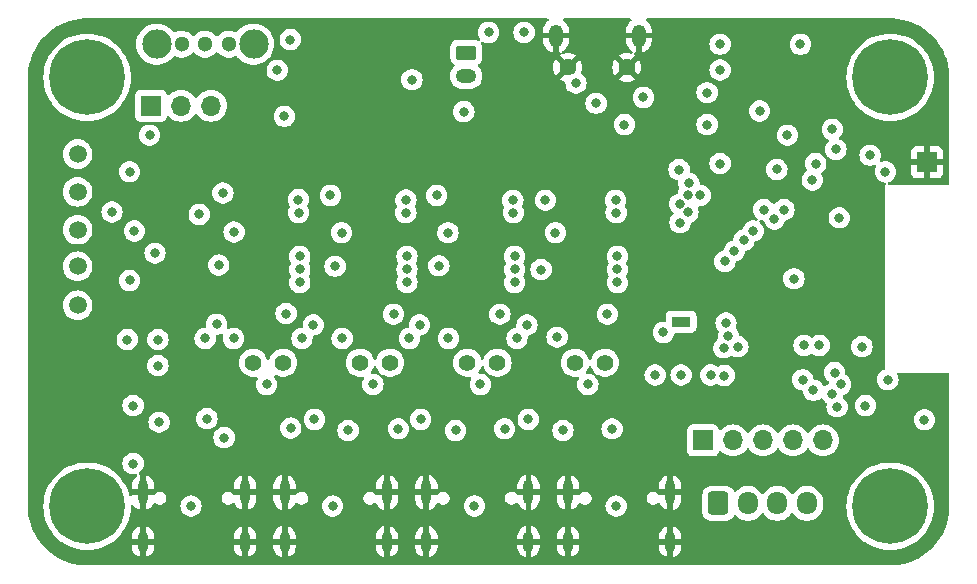
<source format=gbr>
%TF.GenerationSoftware,KiCad,Pcbnew,8.0.6*%
%TF.CreationDate,2025-06-05T21:04:29+02:00*%
%TF.ProjectId,ChrisPCB,43687269-7350-4434-922e-6b696361645f,rev?*%
%TF.SameCoordinates,Original*%
%TF.FileFunction,Copper,L4,Bot*%
%TF.FilePolarity,Positive*%
%FSLAX46Y46*%
G04 Gerber Fmt 4.6, Leading zero omitted, Abs format (unit mm)*
G04 Created by KiCad (PCBNEW 8.0.6) date 2025-06-05 21:04:29*
%MOMM*%
%LPD*%
G01*
G04 APERTURE LIST*
G04 Aperture macros list*
%AMRoundRect*
0 Rectangle with rounded corners*
0 $1 Rounding radius*
0 $2 $3 $4 $5 $6 $7 $8 $9 X,Y pos of 4 corners*
0 Add a 4 corners polygon primitive as box body*
4,1,4,$2,$3,$4,$5,$6,$7,$8,$9,$2,$3,0*
0 Add four circle primitives for the rounded corners*
1,1,$1+$1,$2,$3*
1,1,$1+$1,$4,$5*
1,1,$1+$1,$6,$7*
1,1,$1+$1,$8,$9*
0 Add four rect primitives between the rounded corners*
20,1,$1+$1,$2,$3,$4,$5,0*
20,1,$1+$1,$4,$5,$6,$7,0*
20,1,$1+$1,$6,$7,$8,$9,0*
20,1,$1+$1,$8,$9,$2,$3,0*%
G04 Aperture macros list end*
%TA.AperFunction,ComponentPad*%
%ADD10C,0.600000*%
%TD*%
%TA.AperFunction,SMDPad,CuDef*%
%ADD11R,1.600000X0.900000*%
%TD*%
%TA.AperFunction,ComponentPad*%
%ADD12O,1.200000X1.900000*%
%TD*%
%TA.AperFunction,ComponentPad*%
%ADD13C,1.450000*%
%TD*%
%TA.AperFunction,ComponentPad*%
%ADD14C,6.400000*%
%TD*%
%TA.AperFunction,ComponentPad*%
%ADD15C,1.400000*%
%TD*%
%TA.AperFunction,ComponentPad*%
%ADD16C,1.500000*%
%TD*%
%TA.AperFunction,ComponentPad*%
%ADD17O,0.900000X2.000000*%
%TD*%
%TA.AperFunction,ComponentPad*%
%ADD18O,0.900000X1.700000*%
%TD*%
%TA.AperFunction,ComponentPad*%
%ADD19RoundRect,0.250000X-0.625000X0.350000X-0.625000X-0.350000X0.625000X-0.350000X0.625000X0.350000X0*%
%TD*%
%TA.AperFunction,ComponentPad*%
%ADD20O,1.750000X1.200000*%
%TD*%
%TA.AperFunction,ComponentPad*%
%ADD21R,1.700000X1.700000*%
%TD*%
%TA.AperFunction,ComponentPad*%
%ADD22RoundRect,0.250000X-0.600000X-0.725000X0.600000X-0.725000X0.600000X0.725000X-0.600000X0.725000X0*%
%TD*%
%TA.AperFunction,ComponentPad*%
%ADD23O,1.700000X1.950000*%
%TD*%
%TA.AperFunction,ComponentPad*%
%ADD24O,1.700000X1.700000*%
%TD*%
%TA.AperFunction,ComponentPad*%
%ADD25C,1.300000*%
%TD*%
%TA.AperFunction,ComponentPad*%
%ADD26C,2.483000*%
%TD*%
%TA.AperFunction,ViaPad*%
%ADD27C,0.800000*%
%TD*%
G04 APERTURE END LIST*
D10*
%TO.P,U15,9,GND*%
%TO.N,GND*%
X150800000Y-100700000D03*
D11*
X150300000Y-100700000D03*
D10*
X149800000Y-100700000D03*
%TD*%
D12*
%TO.P,J11,6,Shield*%
%TO.N,Shield*%
X146700000Y-76462500D03*
D13*
X145700000Y-79162500D03*
X140700000Y-79162500D03*
D12*
X139700000Y-76462500D03*
%TD*%
D14*
%TO.P,H3,1,1*%
%TO.N,GND*%
X168000000Y-80000000D03*
%TD*%
D15*
%TO.P,TP6,1,1*%
%TO.N,GND*%
X116600000Y-104162500D03*
%TO.P,TP6,2,2*%
%TO.N,/Ferro Amplifier 1/Vout*%
X114060000Y-104162500D03*
%TD*%
D14*
%TO.P,H1,1,1*%
%TO.N,GND*%
X100000000Y-116320000D03*
%TD*%
D16*
%TO.P,TP5,1,1*%
%TO.N,GND*%
X99200000Y-86500000D03*
%TD*%
%TO.P,TP4,1,1*%
%TO.N,VRef*%
X99200000Y-99300000D03*
%TD*%
%TO.P,TP3,1,1*%
%TO.N,+3.3VA*%
X99200000Y-96000000D03*
%TD*%
D17*
%TO.P,J7,S1,SHIELD*%
%TO.N,Shield*%
X104725000Y-115142500D03*
%TO.P,J7,S2,SHIELD*%
X113375000Y-115142500D03*
D18*
%TO.P,J7,S3,SHIELD*%
X104725000Y-119312500D03*
%TO.P,J7,S4,SHIELD*%
X113375000Y-119312500D03*
%TD*%
D16*
%TO.P,TP1,1,1*%
%TO.N,VCC*%
X99200000Y-89700000D03*
%TD*%
D19*
%TO.P,X1,1,1*%
%TO.N,BAT+*%
X132100000Y-77900000D03*
D20*
%TO.P,X1,2,2*%
%TO.N,GND*%
X132100000Y-79900000D03*
%TD*%
D15*
%TO.P,TP9,1,1*%
%TO.N,GND*%
X143850000Y-104162500D03*
%TO.P,TP9,2,2*%
%TO.N,/Ferro Amplifier 4/Vout*%
X141310000Y-104162500D03*
%TD*%
%TO.P,TP8,1,1*%
%TO.N,GND*%
X134750000Y-104162500D03*
%TO.P,TP8,2,2*%
%TO.N,/Ferro Amplifier 3/Vout*%
X132210000Y-104162500D03*
%TD*%
D21*
%TO.P,J5,1,Pin_1*%
%TO.N,Shield*%
X171100000Y-87200000D03*
%TD*%
D14*
%TO.P,H4,1,1*%
%TO.N,GND*%
X168000000Y-116320000D03*
%TD*%
D17*
%TO.P,J8,S1,SHIELD*%
%TO.N,Shield*%
X116725000Y-115142500D03*
%TO.P,J8,S2,SHIELD*%
X125375000Y-115142500D03*
D18*
%TO.P,J8,S3,SHIELD*%
X116725000Y-119312500D03*
%TO.P,J8,S4,SHIELD*%
X125375000Y-119312500D03*
%TD*%
D17*
%TO.P,J9,S1,SHIELD*%
%TO.N,Shield*%
X128725000Y-115142500D03*
%TO.P,J9,S2,SHIELD*%
X137375000Y-115142500D03*
D18*
%TO.P,J9,S3,SHIELD*%
X128725000Y-119312500D03*
%TO.P,J9,S4,SHIELD*%
X137375000Y-119312500D03*
%TD*%
D22*
%TO.P,J3,1,Pin_1*%
%TO.N,+5V_Gen*%
X153456000Y-116078000D03*
D23*
%TO.P,J3,2,Pin_2*%
%TO.N,UART2 RXD*%
X155956000Y-116078000D03*
%TO.P,J3,3,Pin_3*%
%TO.N,UART2 TXD*%
X158456000Y-116078000D03*
%TO.P,J3,4,Pin_4*%
%TO.N,GND*%
X160956000Y-116078000D03*
%TD*%
D21*
%TO.P,J1,1,Pin_1*%
%TO.N,GND*%
X105420000Y-82400000D03*
D24*
%TO.P,J1,2,Pin_2*%
%TO.N,+3.3V*%
X107960000Y-82400000D03*
%TO.P,J1,3,Pin_3*%
%TO.N,VCC*%
X110500000Y-82400000D03*
%TD*%
D15*
%TO.P,TP7,1,1*%
%TO.N,GND*%
X125650000Y-104162500D03*
%TO.P,TP7,2,2*%
%TO.N,/Ferro Amplifier 2/Vout*%
X123110000Y-104162500D03*
%TD*%
D14*
%TO.P,H2,1,1*%
%TO.N,GND*%
X100000000Y-80000000D03*
%TD*%
D21*
%TO.P,J2,1,Pin_1*%
%TO.N,GPIO38*%
X152151000Y-110744000D03*
D24*
%TO.P,J2,2,Pin_2*%
%TO.N,GPIO39*%
X154691000Y-110744000D03*
%TO.P,J2,3,Pin_3*%
%TO.N,GPIO40*%
X157231000Y-110744000D03*
%TO.P,J2,4,Pin_4*%
%TO.N,GPIO41*%
X159771000Y-110744000D03*
%TO.P,J2,5,Pin_5*%
%TO.N,GPIO42*%
X162311000Y-110744000D03*
%TD*%
D16*
%TO.P,TP2,1,1*%
%TO.N,+3.3V*%
X99200000Y-92900000D03*
%TD*%
D17*
%TO.P,J10,S1,SHIELD*%
%TO.N,Shield*%
X140725000Y-115142500D03*
%TO.P,J10,S2,SHIELD*%
X149375000Y-115142500D03*
D18*
%TO.P,J10,S3,SHIELD*%
X140725000Y-119312500D03*
%TO.P,J10,S4,SHIELD*%
X149375000Y-119312500D03*
%TD*%
D25*
%TO.P,S1,1,1*%
%TO.N,Net-(D1-K)*%
X112000000Y-77200000D03*
%TO.P,S1,2,2*%
%TO.N,VCC*%
X110000000Y-77200000D03*
%TO.P,S1,3,3*%
%TO.N,unconnected-(S1-Pad3)*%
X108000000Y-77200000D03*
D26*
%TO.P,S1,MH1*%
%TO.N,N/C*%
X114100000Y-77200000D03*
%TO.P,S1,MH2*%
X105900000Y-77200000D03*
%TD*%
D27*
%TO.N,Shield*%
X107825000Y-98462500D03*
X133050000Y-85612500D03*
X146275000Y-111312500D03*
X127050000Y-111350000D03*
X139050000Y-111312500D03*
X115050000Y-111312500D03*
X146275000Y-98462500D03*
X127050000Y-85612500D03*
X121050000Y-85612500D03*
X133050000Y-111312500D03*
X146275000Y-85612500D03*
X121050000Y-111312500D03*
X146275000Y-109687500D03*
X107825000Y-109687500D03*
X107825000Y-92462500D03*
X139050000Y-85612500D03*
X107825000Y-87237500D03*
X109650000Y-111312500D03*
X144450000Y-111312500D03*
X107825000Y-111312500D03*
X146232502Y-92420000D03*
X107825000Y-85612500D03*
X146275000Y-87237500D03*
X146275000Y-104462500D03*
X115050000Y-85612500D03*
X109625000Y-85612500D03*
X144450000Y-85612500D03*
X107825000Y-104462500D03*
%TO.N,+3.3V*%
X166300000Y-86600000D03*
X150300000Y-105200000D03*
X165900000Y-107800000D03*
X163800000Y-106000000D03*
X102112500Y-91400000D03*
X109500000Y-91600000D03*
%TO.N,UART2 TXD*%
X163682719Y-91896788D03*
%TO.N,VBUS*%
X159300000Y-84900000D03*
X147100000Y-81700000D03*
%TO.N,VCC_STATE*%
X161400000Y-88700000D03*
X145500000Y-84000000D03*
%TO.N,BOOT*%
X153600000Y-87297500D03*
X161700000Y-87300000D03*
%TO.N,+3.3VA*%
X133300000Y-106000000D03*
X103400000Y-102200000D03*
X127300000Y-102100000D03*
X115200000Y-106000000D03*
X142400000Y-106000000D03*
X110000000Y-102100000D03*
X118200000Y-102100000D03*
X139800000Y-102000000D03*
X121600000Y-102100000D03*
X112400000Y-102100000D03*
X136400000Y-102100000D03*
X130600000Y-102100000D03*
X124200000Y-106000000D03*
%TO.N,DRDY 1*%
X156400000Y-93000000D03*
X118011250Y-95162500D03*
%TO.N,USBD-*%
X150950000Y-88950000D03*
X150124868Y-87813466D03*
%TO.N,VRef*%
X121000000Y-96000000D03*
X131200000Y-109900000D03*
X120800000Y-116300000D03*
X122100000Y-109900000D03*
X111150000Y-95900000D03*
X129784340Y-95957500D03*
X111600000Y-110500000D03*
X108800000Y-116300000D03*
X140300000Y-109900000D03*
X106100000Y-109200000D03*
X138438599Y-96272878D03*
X144800000Y-116300000D03*
X132800000Y-116300000D03*
%TO.N,SCK*%
X126990000Y-91462500D03*
X144800000Y-91462500D03*
X157300000Y-91200000D03*
X136100000Y-91462500D03*
X117911250Y-91462500D03*
%TO.N,MOSI*%
X136200000Y-97362500D03*
X144900000Y-97362500D03*
X118011250Y-97362500D03*
X127090000Y-97362500D03*
X159000000Y-91200000D03*
%TO.N,MISO*%
X118011250Y-96262500D03*
X144900000Y-96262500D03*
X127090000Y-96262500D03*
X136200000Y-96262500D03*
X158200000Y-92000000D03*
%TO.N,DRDY 2*%
X127090000Y-95162500D03*
X155600000Y-93800000D03*
%TO.N,DRDY 3*%
X136200000Y-95162500D03*
X154800000Y-94700000D03*
%TO.N,DRDY 4*%
X144900000Y-95162500D03*
X154000000Y-95582500D03*
%TO.N,ESP EN*%
X153600000Y-79375000D03*
X165600000Y-102800000D03*
%TO.N,CS 1*%
X150900000Y-90000000D03*
X117900000Y-90351250D03*
%TO.N,CS 2*%
X150192891Y-90707109D03*
X127000000Y-90380000D03*
%TO.N,CS 3*%
X136050000Y-90420000D03*
X150876239Y-91437905D03*
%TO.N,CS 4*%
X144750000Y-90420000D03*
X150200000Y-92300000D03*
%TO.N,LED3*%
X163500000Y-107900000D03*
X153950000Y-105250000D03*
%TO.N,LED4*%
X155100000Y-102800000D03*
X163100000Y-106800000D03*
%TO.N,LED1*%
X161500000Y-106500000D03*
X154100000Y-100800000D03*
%TO.N,LED2*%
X160600000Y-105600000D03*
X154300000Y-101900000D03*
%TO.N,GND*%
X119250000Y-108957500D03*
X106000000Y-102200000D03*
X135350000Y-109757500D03*
X120600000Y-90000000D03*
X151900000Y-90000000D03*
X137350000Y-108957500D03*
X134950000Y-100057500D03*
X138800000Y-90400000D03*
X134000000Y-76200000D03*
X105300000Y-84900000D03*
X129600000Y-90000000D03*
X104000000Y-93000000D03*
X139650000Y-93157500D03*
X116850000Y-100000000D03*
X163100000Y-84400000D03*
X137000000Y-76200000D03*
X110960000Y-100900000D03*
X167600000Y-88000000D03*
X158400000Y-87800000D03*
X117200000Y-76800000D03*
X141400000Y-80500000D03*
X153600000Y-77200000D03*
X117250000Y-109700000D03*
X130550000Y-93157500D03*
X170900000Y-109000000D03*
X143100000Y-82200000D03*
X106000000Y-104400000D03*
X103900000Y-107800000D03*
X163300000Y-105000000D03*
X144450000Y-109757500D03*
X105750000Y-94885661D03*
X137250000Y-100957500D03*
X156950000Y-82850000D03*
X116100000Y-79400000D03*
X127500000Y-80200000D03*
X128250000Y-108957500D03*
X152800000Y-105200000D03*
X110150000Y-108900000D03*
X116700000Y-83300000D03*
X163400000Y-86100000D03*
X103600000Y-88000000D03*
X111500000Y-89800000D03*
X167800000Y-105600000D03*
X121550000Y-93157500D03*
X103600000Y-97200000D03*
X159850000Y-97050000D03*
X131900000Y-82900000D03*
X128150000Y-100957500D03*
X144050000Y-100057500D03*
X125950000Y-100057500D03*
X148100000Y-105200000D03*
X103900000Y-112700000D03*
X160400000Y-77200000D03*
X112450000Y-93100000D03*
X126350000Y-109757500D03*
X119150000Y-100957500D03*
%TO.N,ESP TXD*%
X160700000Y-102700000D03*
X152500000Y-81300000D03*
%TO.N,ESP RXD*%
X152500000Y-84000000D03*
X162000000Y-102700000D03*
%TO.N,EN_5V*%
X153900000Y-102900000D03*
X148800000Y-101600000D03*
%TD*%
%TA.AperFunction,Conductor*%
%TO.N,Shield*%
G36*
X139045199Y-75019685D02*
G01*
X139090954Y-75072489D01*
X139100898Y-75141647D01*
X139071873Y-75205203D01*
X139051045Y-75224318D01*
X138983404Y-75273461D01*
X138983399Y-75273465D01*
X138860967Y-75395897D01*
X138759195Y-75535975D01*
X138680591Y-75690242D01*
X138627085Y-75854915D01*
X138600000Y-76025928D01*
X138600000Y-76212500D01*
X139400000Y-76212500D01*
X139400000Y-76712500D01*
X138600000Y-76712500D01*
X138600000Y-76899071D01*
X138627085Y-77070084D01*
X138680591Y-77234757D01*
X138759195Y-77389024D01*
X138860967Y-77529102D01*
X138983397Y-77651532D01*
X139123475Y-77753304D01*
X139277744Y-77831908D01*
X139442415Y-77885414D01*
X139442414Y-77885414D01*
X139449999Y-77886615D01*
X139450000Y-77886614D01*
X139450000Y-76979488D01*
X139459940Y-76996705D01*
X139515795Y-77052560D01*
X139584204Y-77092056D01*
X139660504Y-77112500D01*
X139739496Y-77112500D01*
X139815796Y-77092056D01*
X139884205Y-77052560D01*
X139940060Y-76996705D01*
X139950000Y-76979488D01*
X139950000Y-77886615D01*
X139957585Y-77885414D01*
X139957586Y-77885413D01*
X139971824Y-77880787D01*
X140041665Y-77878789D01*
X140101500Y-77914867D01*
X140132330Y-77977566D01*
X140124368Y-78046981D01*
X140081270Y-78100291D01*
X140028378Y-78137325D01*
X140028378Y-78137326D01*
X140631827Y-78740774D01*
X140535956Y-78766463D01*
X140439044Y-78822416D01*
X140359916Y-78901544D01*
X140303963Y-78998456D01*
X140278274Y-79094326D01*
X139674826Y-78490878D01*
X139635066Y-78547662D01*
X139544481Y-78741923D01*
X139544477Y-78741932D01*
X139489004Y-78948962D01*
X139489002Y-78948972D01*
X139470321Y-79162499D01*
X139470321Y-79162500D01*
X139489002Y-79376027D01*
X139489004Y-79376037D01*
X139544477Y-79583067D01*
X139544481Y-79583076D01*
X139635066Y-79777338D01*
X139635067Y-79777340D01*
X139674825Y-79834120D01*
X139674826Y-79834121D01*
X140278274Y-79230672D01*
X140303963Y-79326544D01*
X140359916Y-79423456D01*
X140439044Y-79502584D01*
X140535956Y-79558537D01*
X140631827Y-79584225D01*
X140028377Y-80187673D01*
X140085161Y-80227433D01*
X140279423Y-80318018D01*
X140279432Y-80318022D01*
X140404952Y-80351655D01*
X140464613Y-80388020D01*
X140495142Y-80450867D01*
X140496180Y-80484387D01*
X140494540Y-80499996D01*
X140494540Y-80500000D01*
X140514326Y-80688256D01*
X140514327Y-80688259D01*
X140572818Y-80868277D01*
X140572821Y-80868284D01*
X140667467Y-81032216D01*
X140751998Y-81126097D01*
X140794129Y-81172888D01*
X140947265Y-81284148D01*
X140947270Y-81284151D01*
X141120192Y-81361142D01*
X141120197Y-81361144D01*
X141305354Y-81400500D01*
X141305355Y-81400500D01*
X141494644Y-81400500D01*
X141494646Y-81400500D01*
X141679803Y-81361144D01*
X141852730Y-81284151D01*
X142005871Y-81172888D01*
X142132533Y-81032216D01*
X142227179Y-80868284D01*
X142285674Y-80688256D01*
X142305460Y-80500000D01*
X142285674Y-80311744D01*
X142227179Y-80131716D01*
X142132533Y-79967784D01*
X142005871Y-79827112D01*
X141986983Y-79813389D01*
X141891264Y-79743845D01*
X141848598Y-79688515D01*
X141842619Y-79618902D01*
X141851768Y-79591119D01*
X141855520Y-79583071D01*
X141855522Y-79583067D01*
X141910995Y-79376037D01*
X141910997Y-79376027D01*
X141929679Y-79162500D01*
X141929679Y-79162499D01*
X141910997Y-78948972D01*
X141910995Y-78948962D01*
X141855522Y-78741932D01*
X141855518Y-78741923D01*
X141764933Y-78547662D01*
X141725172Y-78490879D01*
X141121725Y-79094326D01*
X141096037Y-78998456D01*
X141040084Y-78901544D01*
X140960956Y-78822416D01*
X140864044Y-78766463D01*
X140768173Y-78740774D01*
X141371621Y-78137326D01*
X141371620Y-78137325D01*
X141314840Y-78097567D01*
X141314838Y-78097566D01*
X141120576Y-78006981D01*
X141120567Y-78006977D01*
X140913537Y-77951504D01*
X140913527Y-77951502D01*
X140700001Y-77932821D01*
X140699999Y-77932821D01*
X140486472Y-77951502D01*
X140486462Y-77951504D01*
X140362803Y-77984638D01*
X140292953Y-77982975D01*
X140235091Y-77943812D01*
X140207587Y-77879583D01*
X140219174Y-77810681D01*
X140266173Y-77758981D01*
X140274428Y-77754372D01*
X140276524Y-77753304D01*
X140416602Y-77651532D01*
X140539032Y-77529102D01*
X140640804Y-77389024D01*
X140719408Y-77234757D01*
X140772914Y-77070084D01*
X140800000Y-76899071D01*
X140800000Y-76712500D01*
X140000000Y-76712500D01*
X140000000Y-76212500D01*
X140800000Y-76212500D01*
X140800000Y-76025928D01*
X140772914Y-75854915D01*
X140719408Y-75690242D01*
X140640804Y-75535975D01*
X140539032Y-75395897D01*
X140416600Y-75273465D01*
X140416595Y-75273461D01*
X140348955Y-75224318D01*
X140306289Y-75168989D01*
X140300310Y-75099375D01*
X140332915Y-75037580D01*
X140393754Y-75003223D01*
X140421840Y-75000000D01*
X145978160Y-75000000D01*
X146045199Y-75019685D01*
X146090954Y-75072489D01*
X146100898Y-75141647D01*
X146071873Y-75205203D01*
X146051045Y-75224318D01*
X145983404Y-75273461D01*
X145983399Y-75273465D01*
X145860967Y-75395897D01*
X145759195Y-75535975D01*
X145680591Y-75690242D01*
X145627085Y-75854915D01*
X145600000Y-76025928D01*
X145600000Y-76212500D01*
X146400000Y-76212500D01*
X146400000Y-76712500D01*
X145600000Y-76712500D01*
X145600000Y-76899071D01*
X145627085Y-77070084D01*
X145680591Y-77234757D01*
X145759195Y-77389024D01*
X145860967Y-77529102D01*
X145983397Y-77651532D01*
X146123474Y-77753303D01*
X146125578Y-77754375D01*
X146126236Y-77754997D01*
X146127627Y-77755849D01*
X146127448Y-77756141D01*
X146176376Y-77802347D01*
X146193176Y-77870167D01*
X146170642Y-77936303D01*
X146115929Y-77979757D01*
X146046408Y-77986734D01*
X146037196Y-77984638D01*
X145913537Y-77951504D01*
X145913527Y-77951502D01*
X145700001Y-77932821D01*
X145699999Y-77932821D01*
X145486472Y-77951502D01*
X145486462Y-77951504D01*
X145279432Y-78006977D01*
X145279423Y-78006981D01*
X145085162Y-78097566D01*
X145028378Y-78137326D01*
X145631827Y-78740774D01*
X145535956Y-78766463D01*
X145439044Y-78822416D01*
X145359916Y-78901544D01*
X145303963Y-78998456D01*
X145278274Y-79094326D01*
X144674826Y-78490878D01*
X144635066Y-78547662D01*
X144544481Y-78741923D01*
X144544477Y-78741932D01*
X144489004Y-78948962D01*
X144489002Y-78948972D01*
X144470321Y-79162499D01*
X144470321Y-79162500D01*
X144489002Y-79376027D01*
X144489004Y-79376037D01*
X144544477Y-79583067D01*
X144544481Y-79583076D01*
X144635066Y-79777338D01*
X144635067Y-79777340D01*
X144674825Y-79834120D01*
X144674826Y-79834121D01*
X145278274Y-79230672D01*
X145303963Y-79326544D01*
X145359916Y-79423456D01*
X145439044Y-79502584D01*
X145535956Y-79558537D01*
X145631827Y-79584225D01*
X145028377Y-80187673D01*
X145085161Y-80227433D01*
X145279423Y-80318018D01*
X145279432Y-80318022D01*
X145486462Y-80373495D01*
X145486472Y-80373497D01*
X145699999Y-80392179D01*
X145700001Y-80392179D01*
X145913527Y-80373497D01*
X145913537Y-80373495D01*
X146120567Y-80318022D01*
X146120576Y-80318018D01*
X146314839Y-80227433D01*
X146371621Y-80187673D01*
X145768173Y-79584225D01*
X145864044Y-79558537D01*
X145960956Y-79502584D01*
X146040084Y-79423456D01*
X146096037Y-79326544D01*
X146121725Y-79230672D01*
X146725173Y-79834121D01*
X146764933Y-79777339D01*
X146855518Y-79583076D01*
X146855522Y-79583067D01*
X146910995Y-79376037D01*
X146910997Y-79376027D01*
X146911087Y-79375000D01*
X152694540Y-79375000D01*
X152714326Y-79563256D01*
X152714327Y-79563259D01*
X152772818Y-79743277D01*
X152772821Y-79743284D01*
X152867467Y-79907216D01*
X152951650Y-80000710D01*
X152994129Y-80047888D01*
X153147265Y-80159148D01*
X153147270Y-80159151D01*
X153320192Y-80236142D01*
X153320197Y-80236144D01*
X153505354Y-80275500D01*
X153505355Y-80275500D01*
X153694644Y-80275500D01*
X153694646Y-80275500D01*
X153879803Y-80236144D01*
X154052730Y-80159151D01*
X154205871Y-80047888D01*
X154248991Y-79999999D01*
X164294422Y-79999999D01*
X164294422Y-80000000D01*
X164314722Y-80387339D01*
X164362383Y-80688259D01*
X164375398Y-80770433D01*
X164432663Y-80984151D01*
X164475788Y-81145094D01*
X164614787Y-81507197D01*
X164790877Y-81852793D01*
X165002122Y-82178082D01*
X165045959Y-82232216D01*
X165246219Y-82479516D01*
X165520484Y-82753781D01*
X165656167Y-82863655D01*
X165821917Y-82997877D01*
X166147206Y-83209122D01*
X166147211Y-83209125D01*
X166492806Y-83385214D01*
X166790531Y-83499500D01*
X166851458Y-83522888D01*
X166854913Y-83524214D01*
X167229567Y-83624602D01*
X167612662Y-83685278D01*
X167978576Y-83704455D01*
X167999999Y-83705578D01*
X168000000Y-83705578D01*
X168000001Y-83705578D01*
X168020301Y-83704514D01*
X168387338Y-83685278D01*
X168770433Y-83624602D01*
X169145087Y-83524214D01*
X169507194Y-83385214D01*
X169852789Y-83209125D01*
X170178084Y-82997876D01*
X170479516Y-82753781D01*
X170753781Y-82479516D01*
X170997876Y-82178084D01*
X171209125Y-81852789D01*
X171385214Y-81507194D01*
X171524214Y-81145087D01*
X171624602Y-80770433D01*
X171685278Y-80387338D01*
X171705578Y-80000000D01*
X171685278Y-79612662D01*
X171624602Y-79229567D01*
X171524214Y-78854913D01*
X171519558Y-78842785D01*
X171469680Y-78712847D01*
X171385214Y-78492806D01*
X171209125Y-78147211D01*
X171178791Y-78100500D01*
X170997877Y-77821917D01*
X170859902Y-77651532D01*
X170753781Y-77520484D01*
X170479516Y-77246219D01*
X170383266Y-77168277D01*
X170178082Y-77002122D01*
X169852793Y-76790877D01*
X169507197Y-76614787D01*
X169145094Y-76475788D01*
X169145087Y-76475786D01*
X168770433Y-76375398D01*
X168770429Y-76375397D01*
X168770428Y-76375397D01*
X168387339Y-76314722D01*
X168000001Y-76294422D01*
X167999999Y-76294422D01*
X167612660Y-76314722D01*
X167229572Y-76375397D01*
X167229570Y-76375397D01*
X166854905Y-76475788D01*
X166492802Y-76614787D01*
X166147206Y-76790877D01*
X165821917Y-77002122D01*
X165520488Y-77246215D01*
X165520480Y-77246222D01*
X165246222Y-77520480D01*
X165246215Y-77520488D01*
X165002122Y-77821917D01*
X164790877Y-78147206D01*
X164614787Y-78492802D01*
X164475788Y-78854905D01*
X164375397Y-79229570D01*
X164375397Y-79229572D01*
X164314722Y-79612660D01*
X164294422Y-79999999D01*
X154248991Y-79999999D01*
X154332533Y-79907216D01*
X154427179Y-79743284D01*
X154485674Y-79563256D01*
X154505460Y-79375000D01*
X154485674Y-79186744D01*
X154427179Y-79006716D01*
X154332533Y-78842784D01*
X154205871Y-78702112D01*
X154205870Y-78702111D01*
X154052734Y-78590851D01*
X154052729Y-78590848D01*
X153879807Y-78513857D01*
X153879802Y-78513855D01*
X153734001Y-78482865D01*
X153694646Y-78474500D01*
X153505354Y-78474500D01*
X153472897Y-78481398D01*
X153320197Y-78513855D01*
X153320192Y-78513857D01*
X153147270Y-78590848D01*
X153147265Y-78590851D01*
X152994129Y-78702111D01*
X152867466Y-78842785D01*
X152772821Y-79006715D01*
X152772818Y-79006722D01*
X152714327Y-79186740D01*
X152714326Y-79186744D01*
X152694540Y-79375000D01*
X146911087Y-79375000D01*
X146929679Y-79162500D01*
X146929679Y-79162499D01*
X146910997Y-78948972D01*
X146910995Y-78948962D01*
X146855522Y-78741932D01*
X146855518Y-78741923D01*
X146764933Y-78547662D01*
X146725172Y-78490879D01*
X146121725Y-79094326D01*
X146096037Y-78998456D01*
X146040084Y-78901544D01*
X145960956Y-78822416D01*
X145864044Y-78766463D01*
X145768173Y-78740774D01*
X146371621Y-78137326D01*
X146371620Y-78137325D01*
X146318731Y-78100292D01*
X146275106Y-78045716D01*
X146267912Y-77976218D01*
X146299434Y-77913863D01*
X146359664Y-77878448D01*
X146428173Y-77880786D01*
X146442417Y-77885414D01*
X146449999Y-77886615D01*
X146450000Y-77886614D01*
X146450000Y-76979488D01*
X146459940Y-76996705D01*
X146515795Y-77052560D01*
X146584204Y-77092056D01*
X146660504Y-77112500D01*
X146739496Y-77112500D01*
X146815796Y-77092056D01*
X146884205Y-77052560D01*
X146940060Y-76996705D01*
X146950000Y-76979488D01*
X146950000Y-77886615D01*
X146957584Y-77885414D01*
X147122255Y-77831908D01*
X147276524Y-77753304D01*
X147416602Y-77651532D01*
X147539032Y-77529102D01*
X147640804Y-77389024D01*
X147719408Y-77234757D01*
X147730701Y-77200000D01*
X152694540Y-77200000D01*
X152714326Y-77388256D01*
X152714327Y-77388259D01*
X152772818Y-77568277D01*
X152772821Y-77568284D01*
X152867467Y-77732216D01*
X152991179Y-77869612D01*
X152994129Y-77872888D01*
X153147265Y-77984148D01*
X153147270Y-77984151D01*
X153320192Y-78061142D01*
X153320197Y-78061144D01*
X153505354Y-78100500D01*
X153505355Y-78100500D01*
X153694644Y-78100500D01*
X153694646Y-78100500D01*
X153879803Y-78061144D01*
X154052730Y-77984151D01*
X154205871Y-77872888D01*
X154332533Y-77732216D01*
X154427179Y-77568284D01*
X154485674Y-77388256D01*
X154505460Y-77200000D01*
X159494540Y-77200000D01*
X159514326Y-77388256D01*
X159514327Y-77388259D01*
X159572818Y-77568277D01*
X159572821Y-77568284D01*
X159667467Y-77732216D01*
X159791179Y-77869612D01*
X159794129Y-77872888D01*
X159947265Y-77984148D01*
X159947270Y-77984151D01*
X160120192Y-78061142D01*
X160120197Y-78061144D01*
X160305354Y-78100500D01*
X160305355Y-78100500D01*
X160494644Y-78100500D01*
X160494646Y-78100500D01*
X160679803Y-78061144D01*
X160852730Y-77984151D01*
X161005871Y-77872888D01*
X161132533Y-77732216D01*
X161227179Y-77568284D01*
X161285674Y-77388256D01*
X161305460Y-77200000D01*
X161285674Y-77011744D01*
X161227179Y-76831716D01*
X161132533Y-76667784D01*
X161005871Y-76527112D01*
X161003922Y-76525696D01*
X160852734Y-76415851D01*
X160852729Y-76415848D01*
X160679807Y-76338857D01*
X160679802Y-76338855D01*
X160534001Y-76307865D01*
X160494646Y-76299500D01*
X160305354Y-76299500D01*
X160272897Y-76306398D01*
X160120197Y-76338855D01*
X160120192Y-76338857D01*
X159947270Y-76415848D01*
X159947265Y-76415851D01*
X159794129Y-76527111D01*
X159667466Y-76667785D01*
X159572821Y-76831715D01*
X159572818Y-76831722D01*
X159514327Y-77011740D01*
X159514326Y-77011744D01*
X159494540Y-77200000D01*
X154505460Y-77200000D01*
X154485674Y-77011744D01*
X154427179Y-76831716D01*
X154332533Y-76667784D01*
X154205871Y-76527112D01*
X154203922Y-76525696D01*
X154052734Y-76415851D01*
X154052729Y-76415848D01*
X153879807Y-76338857D01*
X153879802Y-76338855D01*
X153734001Y-76307865D01*
X153694646Y-76299500D01*
X153505354Y-76299500D01*
X153472897Y-76306398D01*
X153320197Y-76338855D01*
X153320192Y-76338857D01*
X153147270Y-76415848D01*
X153147265Y-76415851D01*
X152994129Y-76527111D01*
X152867466Y-76667785D01*
X152772821Y-76831715D01*
X152772818Y-76831722D01*
X152714327Y-77011740D01*
X152714326Y-77011744D01*
X152694540Y-77200000D01*
X147730701Y-77200000D01*
X147772914Y-77070084D01*
X147800000Y-76899071D01*
X147800000Y-76712500D01*
X147000000Y-76712500D01*
X147000000Y-76212500D01*
X147800000Y-76212500D01*
X147800000Y-76025928D01*
X147772914Y-75854915D01*
X147719408Y-75690242D01*
X147640804Y-75535975D01*
X147539032Y-75395897D01*
X147416600Y-75273465D01*
X147416595Y-75273461D01*
X147348955Y-75224318D01*
X147306289Y-75168989D01*
X147300310Y-75099375D01*
X147332915Y-75037580D01*
X147393754Y-75003223D01*
X147421840Y-75000000D01*
X167999290Y-75000000D01*
X168000641Y-75000006D01*
X168213481Y-75002328D01*
X168222915Y-75002792D01*
X168647552Y-75039943D01*
X168658270Y-75041354D01*
X169077393Y-75115256D01*
X169087921Y-75117590D01*
X169499033Y-75227747D01*
X169509322Y-75230992D01*
X169909255Y-75376555D01*
X169919221Y-75380683D01*
X170304942Y-75560547D01*
X170314528Y-75565538D01*
X170683088Y-75778326D01*
X170692203Y-75784132D01*
X171023131Y-76015851D01*
X171040820Y-76028237D01*
X171049401Y-76034821D01*
X171364833Y-76299500D01*
X171375420Y-76308383D01*
X171383395Y-76315692D01*
X171684307Y-76616604D01*
X171691616Y-76624579D01*
X171965177Y-76950597D01*
X171971762Y-76959179D01*
X172215864Y-77307792D01*
X172221676Y-77316916D01*
X172434459Y-77685467D01*
X172439454Y-77695062D01*
X172520848Y-77869612D01*
X172584902Y-78006977D01*
X172619310Y-78080764D01*
X172623448Y-78090756D01*
X172663958Y-78202054D01*
X172769003Y-78490664D01*
X172772256Y-78500980D01*
X172863842Y-78842785D01*
X172882405Y-78912061D01*
X172884746Y-78922623D01*
X172958644Y-79341725D01*
X172960056Y-79352450D01*
X172997206Y-79777073D01*
X172997671Y-79786527D01*
X172999993Y-79999357D01*
X173000000Y-80000710D01*
X173000000Y-88976000D01*
X172980315Y-89043039D01*
X172927511Y-89088794D01*
X172876000Y-89100000D01*
X167926698Y-89100000D01*
X167859659Y-89080315D01*
X167813904Y-89027511D01*
X167803960Y-88958353D01*
X167832985Y-88894797D01*
X167876262Y-88862721D01*
X167962547Y-88824303D01*
X168052730Y-88784151D01*
X168205871Y-88672888D01*
X168332533Y-88532216D01*
X168427179Y-88368284D01*
X168485674Y-88188256D01*
X168505460Y-88000000D01*
X168485674Y-87811744D01*
X168427179Y-87631716D01*
X168332533Y-87467784D01*
X168205871Y-87327112D01*
X168205870Y-87327111D01*
X168052734Y-87215851D01*
X168052729Y-87215848D01*
X167879807Y-87138857D01*
X167879802Y-87138855D01*
X167734001Y-87107865D01*
X167694646Y-87099500D01*
X167505354Y-87099500D01*
X167472897Y-87106398D01*
X167320197Y-87138855D01*
X167320192Y-87138857D01*
X167276480Y-87158319D01*
X167207230Y-87167603D01*
X167143954Y-87137974D01*
X167106741Y-87078839D01*
X167107407Y-87008972D01*
X167118658Y-86983042D01*
X167127179Y-86968284D01*
X167185674Y-86788256D01*
X167205460Y-86600000D01*
X167185674Y-86411744D01*
X167150066Y-86302155D01*
X169750000Y-86302155D01*
X169750000Y-86950000D01*
X170666988Y-86950000D01*
X170634075Y-87007007D01*
X170600000Y-87134174D01*
X170600000Y-87265826D01*
X170634075Y-87392993D01*
X170666988Y-87450000D01*
X169750000Y-87450000D01*
X169750000Y-88097844D01*
X169756401Y-88157372D01*
X169756403Y-88157379D01*
X169806645Y-88292086D01*
X169806649Y-88292093D01*
X169892809Y-88407187D01*
X169892812Y-88407190D01*
X170007906Y-88493350D01*
X170007913Y-88493354D01*
X170142620Y-88543596D01*
X170142627Y-88543598D01*
X170202155Y-88549999D01*
X170202172Y-88550000D01*
X170850000Y-88550000D01*
X170850000Y-87633012D01*
X170907007Y-87665925D01*
X171034174Y-87700000D01*
X171165826Y-87700000D01*
X171292993Y-87665925D01*
X171350000Y-87633012D01*
X171350000Y-88550000D01*
X171997828Y-88550000D01*
X171997844Y-88549999D01*
X172057372Y-88543598D01*
X172057379Y-88543596D01*
X172192086Y-88493354D01*
X172192093Y-88493350D01*
X172307187Y-88407190D01*
X172307190Y-88407187D01*
X172393350Y-88292093D01*
X172393354Y-88292086D01*
X172443596Y-88157379D01*
X172443598Y-88157372D01*
X172449999Y-88097844D01*
X172450000Y-88097827D01*
X172450000Y-87450000D01*
X171533012Y-87450000D01*
X171565925Y-87392993D01*
X171600000Y-87265826D01*
X171600000Y-87134174D01*
X171565925Y-87007007D01*
X171533012Y-86950000D01*
X172450000Y-86950000D01*
X172450000Y-86302172D01*
X172449999Y-86302155D01*
X172443598Y-86242627D01*
X172443596Y-86242620D01*
X172393354Y-86107913D01*
X172393350Y-86107906D01*
X172307190Y-85992812D01*
X172307187Y-85992809D01*
X172192093Y-85906649D01*
X172192086Y-85906645D01*
X172057379Y-85856403D01*
X172057372Y-85856401D01*
X171997844Y-85850000D01*
X171350000Y-85850000D01*
X171350000Y-86766988D01*
X171292993Y-86734075D01*
X171165826Y-86700000D01*
X171034174Y-86700000D01*
X170907007Y-86734075D01*
X170850000Y-86766988D01*
X170850000Y-85850000D01*
X170202155Y-85850000D01*
X170142627Y-85856401D01*
X170142620Y-85856403D01*
X170007913Y-85906645D01*
X170007906Y-85906649D01*
X169892812Y-85992809D01*
X169892809Y-85992812D01*
X169806649Y-86107906D01*
X169806645Y-86107913D01*
X169756403Y-86242620D01*
X169756401Y-86242627D01*
X169750000Y-86302155D01*
X167150066Y-86302155D01*
X167127179Y-86231716D01*
X167032533Y-86067784D01*
X166905871Y-85927112D01*
X166884719Y-85911744D01*
X166752734Y-85815851D01*
X166752729Y-85815848D01*
X166579807Y-85738857D01*
X166579802Y-85738855D01*
X166434001Y-85707865D01*
X166394646Y-85699500D01*
X166205354Y-85699500D01*
X166172897Y-85706398D01*
X166020197Y-85738855D01*
X166020192Y-85738857D01*
X165847270Y-85815848D01*
X165847265Y-85815851D01*
X165694129Y-85927111D01*
X165567466Y-86067785D01*
X165472821Y-86231715D01*
X165472818Y-86231722D01*
X165418304Y-86399500D01*
X165414326Y-86411744D01*
X165394540Y-86600000D01*
X165414326Y-86788256D01*
X165414327Y-86788259D01*
X165472818Y-86968277D01*
X165472821Y-86968284D01*
X165567467Y-87132216D01*
X165599330Y-87167603D01*
X165694129Y-87272888D01*
X165847265Y-87384148D01*
X165847270Y-87384151D01*
X166020192Y-87461142D01*
X166020197Y-87461144D01*
X166205354Y-87500500D01*
X166205355Y-87500500D01*
X166394644Y-87500500D01*
X166394646Y-87500500D01*
X166579803Y-87461144D01*
X166623517Y-87441680D01*
X166692766Y-87432395D01*
X166756043Y-87462023D01*
X166793257Y-87521157D01*
X166792593Y-87591024D01*
X166781342Y-87616957D01*
X166772821Y-87631716D01*
X166772818Y-87631722D01*
X166718142Y-87800000D01*
X166714326Y-87811744D01*
X166694540Y-88000000D01*
X166714326Y-88188256D01*
X166714327Y-88188259D01*
X166772818Y-88368277D01*
X166772821Y-88368284D01*
X166867467Y-88532216D01*
X166983553Y-88661142D01*
X166994129Y-88672888D01*
X167147265Y-88784148D01*
X167147270Y-88784151D01*
X167320192Y-88861142D01*
X167320197Y-88861144D01*
X167505354Y-88900500D01*
X167505355Y-88900500D01*
X167511822Y-88901180D01*
X167511541Y-88903848D01*
X167567177Y-88920185D01*
X167612932Y-88972989D01*
X167622876Y-89042147D01*
X167600000Y-89092238D01*
X167600000Y-89273638D01*
X167580315Y-89340677D01*
X167575000Y-89347272D01*
X167575000Y-104633929D01*
X167555315Y-104700968D01*
X167502511Y-104746723D01*
X167501437Y-104747208D01*
X167347267Y-104815850D01*
X167347265Y-104815851D01*
X167194129Y-104927111D01*
X167067466Y-105067785D01*
X166972821Y-105231715D01*
X166972818Y-105231722D01*
X166914327Y-105411740D01*
X166914326Y-105411744D01*
X166894540Y-105600000D01*
X166914326Y-105788256D01*
X166914327Y-105788259D01*
X166972818Y-105968277D01*
X166972821Y-105968284D01*
X167067467Y-106132216D01*
X167186650Y-106264582D01*
X167194129Y-106272888D01*
X167347265Y-106384148D01*
X167347270Y-106384151D01*
X167520192Y-106461142D01*
X167520197Y-106461144D01*
X167705354Y-106500500D01*
X167705355Y-106500500D01*
X167894644Y-106500500D01*
X167894646Y-106500500D01*
X168079803Y-106461144D01*
X168252730Y-106384151D01*
X168405871Y-106272888D01*
X168532533Y-106132216D01*
X168627179Y-105968284D01*
X168685674Y-105788256D01*
X168705460Y-105600000D01*
X168685674Y-105411744D01*
X168627179Y-105231716D01*
X168600783Y-105185998D01*
X168584312Y-105118099D01*
X168607165Y-105052072D01*
X168662087Y-105008882D01*
X168708172Y-105000000D01*
X172876000Y-105000000D01*
X172943039Y-105019685D01*
X172988794Y-105072489D01*
X173000000Y-105124000D01*
X173000000Y-116319289D01*
X172999993Y-116320642D01*
X172997671Y-116533472D01*
X172997206Y-116542926D01*
X172960056Y-116967549D01*
X172958644Y-116978274D01*
X172884746Y-117397376D01*
X172882405Y-117407938D01*
X172772256Y-117819019D01*
X172769003Y-117829335D01*
X172623450Y-118229240D01*
X172619310Y-118239235D01*
X172439454Y-118624937D01*
X172434459Y-118634532D01*
X172221676Y-119003083D01*
X172215864Y-119012207D01*
X171971762Y-119360820D01*
X171965177Y-119369402D01*
X171691616Y-119695420D01*
X171684307Y-119703395D01*
X171383395Y-120004307D01*
X171375420Y-120011616D01*
X171049402Y-120285177D01*
X171040820Y-120291762D01*
X170692207Y-120535864D01*
X170683083Y-120541676D01*
X170314532Y-120754459D01*
X170304937Y-120759454D01*
X169919235Y-120939310D01*
X169909240Y-120943450D01*
X169509335Y-121089003D01*
X169499019Y-121092256D01*
X169087938Y-121202405D01*
X169077376Y-121204746D01*
X168658274Y-121278644D01*
X168647549Y-121280056D01*
X168222926Y-121317206D01*
X168213472Y-121317671D01*
X168005455Y-121319940D01*
X168000640Y-121319993D01*
X167999290Y-121320000D01*
X100000710Y-121320000D01*
X99999359Y-121319993D01*
X99994454Y-121319939D01*
X99786527Y-121317671D01*
X99777073Y-121317206D01*
X99352450Y-121280056D01*
X99341725Y-121278644D01*
X98922623Y-121204746D01*
X98912061Y-121202405D01*
X98500980Y-121092256D01*
X98490664Y-121089003D01*
X98090759Y-120943450D01*
X98080764Y-120939310D01*
X97695062Y-120759454D01*
X97685467Y-120754459D01*
X97316916Y-120541676D01*
X97307792Y-120535864D01*
X96959179Y-120291762D01*
X96950597Y-120285177D01*
X96624579Y-120011616D01*
X96616604Y-120004307D01*
X96315692Y-119703395D01*
X96308383Y-119695420D01*
X96034822Y-119369402D01*
X96028237Y-119360820D01*
X95784135Y-119012207D01*
X95778323Y-119003083D01*
X95660795Y-118799519D01*
X95565538Y-118634528D01*
X95560545Y-118624937D01*
X95380683Y-118239221D01*
X95376555Y-118229255D01*
X95230992Y-117829322D01*
X95227747Y-117819033D01*
X95117590Y-117407921D01*
X95115256Y-117397393D01*
X95041354Y-116978270D01*
X95039943Y-116967549D01*
X95018409Y-116721414D01*
X95002792Y-116542915D01*
X95002328Y-116533471D01*
X95000007Y-116320641D01*
X95000004Y-116319999D01*
X96294422Y-116319999D01*
X96294422Y-116320000D01*
X96314722Y-116707339D01*
X96346950Y-116910820D01*
X96375398Y-117090433D01*
X96460468Y-117407921D01*
X96475788Y-117465094D01*
X96614787Y-117827197D01*
X96790877Y-118172793D01*
X97002122Y-118498082D01*
X97113322Y-118635402D01*
X97246219Y-118799516D01*
X97520484Y-119073781D01*
X97520488Y-119073784D01*
X97821917Y-119317877D01*
X97901259Y-119369402D01*
X98147211Y-119529125D01*
X98492806Y-119705214D01*
X98854913Y-119844214D01*
X99229567Y-119944602D01*
X99612662Y-120005278D01*
X99978576Y-120024455D01*
X99999999Y-120025578D01*
X100000000Y-120025578D01*
X100000001Y-120025578D01*
X100020301Y-120024514D01*
X100387338Y-120005278D01*
X100770433Y-119944602D01*
X101145087Y-119844214D01*
X101507194Y-119705214D01*
X101852789Y-119529125D01*
X102178084Y-119317876D01*
X102479516Y-119073781D01*
X102734369Y-118818928D01*
X103775000Y-118818928D01*
X103775000Y-119062500D01*
X104425000Y-119062500D01*
X104425000Y-119562500D01*
X103775000Y-119562500D01*
X103775000Y-119806071D01*
X103811506Y-119989597D01*
X103811508Y-119989605D01*
X103883119Y-120162491D01*
X103883124Y-120162500D01*
X103987086Y-120318089D01*
X103987089Y-120318093D01*
X104119406Y-120450410D01*
X104119410Y-120450413D01*
X104274999Y-120554375D01*
X104275012Y-120554382D01*
X104447889Y-120625989D01*
X104447896Y-120625991D01*
X104475000Y-120631382D01*
X104475000Y-119879488D01*
X104484940Y-119896705D01*
X104540795Y-119952560D01*
X104609204Y-119992056D01*
X104685504Y-120012500D01*
X104764496Y-120012500D01*
X104840796Y-119992056D01*
X104909205Y-119952560D01*
X104965060Y-119896705D01*
X104975000Y-119879488D01*
X104975000Y-120631381D01*
X105002103Y-120625991D01*
X105002110Y-120625989D01*
X105174987Y-120554382D01*
X105175000Y-120554375D01*
X105330589Y-120450413D01*
X105330593Y-120450410D01*
X105462910Y-120318093D01*
X105462913Y-120318089D01*
X105566875Y-120162500D01*
X105566880Y-120162491D01*
X105638491Y-119989605D01*
X105638493Y-119989597D01*
X105674999Y-119806071D01*
X105675000Y-119806069D01*
X105675000Y-119562500D01*
X105025000Y-119562500D01*
X105025000Y-119062500D01*
X105675000Y-119062500D01*
X105675000Y-118818930D01*
X105674999Y-118818928D01*
X112425000Y-118818928D01*
X112425000Y-119062500D01*
X113075000Y-119062500D01*
X113075000Y-119562500D01*
X112425000Y-119562500D01*
X112425000Y-119806071D01*
X112461506Y-119989597D01*
X112461508Y-119989605D01*
X112533119Y-120162491D01*
X112533124Y-120162500D01*
X112637086Y-120318089D01*
X112637089Y-120318093D01*
X112769406Y-120450410D01*
X112769410Y-120450413D01*
X112924999Y-120554375D01*
X112925012Y-120554382D01*
X113097889Y-120625989D01*
X113097896Y-120625991D01*
X113125000Y-120631382D01*
X113125000Y-119879488D01*
X113134940Y-119896705D01*
X113190795Y-119952560D01*
X113259204Y-119992056D01*
X113335504Y-120012500D01*
X113414496Y-120012500D01*
X113490796Y-119992056D01*
X113559205Y-119952560D01*
X113615060Y-119896705D01*
X113625000Y-119879488D01*
X113625000Y-120631381D01*
X113652103Y-120625991D01*
X113652110Y-120625989D01*
X113824987Y-120554382D01*
X113825000Y-120554375D01*
X113980589Y-120450413D01*
X113980593Y-120450410D01*
X114112910Y-120318093D01*
X114112913Y-120318089D01*
X114216875Y-120162500D01*
X114216880Y-120162491D01*
X114288491Y-119989605D01*
X114288493Y-119989597D01*
X114324999Y-119806071D01*
X114325000Y-119806069D01*
X114325000Y-119562500D01*
X113675000Y-119562500D01*
X113675000Y-119062500D01*
X114325000Y-119062500D01*
X114325000Y-118818930D01*
X114324999Y-118818928D01*
X115775000Y-118818928D01*
X115775000Y-119062500D01*
X116425000Y-119062500D01*
X116425000Y-119562500D01*
X115775000Y-119562500D01*
X115775000Y-119806071D01*
X115811506Y-119989597D01*
X115811508Y-119989605D01*
X115883119Y-120162491D01*
X115883124Y-120162500D01*
X115987086Y-120318089D01*
X115987089Y-120318093D01*
X116119406Y-120450410D01*
X116119410Y-120450413D01*
X116274999Y-120554375D01*
X116275012Y-120554382D01*
X116447889Y-120625989D01*
X116447896Y-120625991D01*
X116475000Y-120631382D01*
X116475000Y-119879488D01*
X116484940Y-119896705D01*
X116540795Y-119952560D01*
X116609204Y-119992056D01*
X116685504Y-120012500D01*
X116764496Y-120012500D01*
X116840796Y-119992056D01*
X116909205Y-119952560D01*
X116965060Y-119896705D01*
X116975000Y-119879488D01*
X116975000Y-120631381D01*
X117002103Y-120625991D01*
X117002110Y-120625989D01*
X117174987Y-120554382D01*
X117175000Y-120554375D01*
X117330589Y-120450413D01*
X117330593Y-120450410D01*
X117462910Y-120318093D01*
X117462913Y-120318089D01*
X117566875Y-120162500D01*
X117566880Y-120162491D01*
X117638491Y-119989605D01*
X117638493Y-119989597D01*
X117674999Y-119806071D01*
X117675000Y-119806069D01*
X117675000Y-119562500D01*
X117025000Y-119562500D01*
X117025000Y-119062500D01*
X117675000Y-119062500D01*
X117675000Y-118818930D01*
X117674999Y-118818928D01*
X124425000Y-118818928D01*
X124425000Y-119062500D01*
X125075000Y-119062500D01*
X125075000Y-119562500D01*
X124425000Y-119562500D01*
X124425000Y-119806071D01*
X124461506Y-119989597D01*
X124461508Y-119989605D01*
X124533119Y-120162491D01*
X124533124Y-120162500D01*
X124637086Y-120318089D01*
X124637089Y-120318093D01*
X124769406Y-120450410D01*
X124769410Y-120450413D01*
X124924999Y-120554375D01*
X124925012Y-120554382D01*
X125097889Y-120625989D01*
X125097896Y-120625991D01*
X125125000Y-120631382D01*
X125125000Y-119879488D01*
X125134940Y-119896705D01*
X125190795Y-119952560D01*
X125259204Y-119992056D01*
X125335504Y-120012500D01*
X125414496Y-120012500D01*
X125490796Y-119992056D01*
X125559205Y-119952560D01*
X125615060Y-119896705D01*
X125625000Y-119879488D01*
X125625000Y-120631381D01*
X125652103Y-120625991D01*
X125652110Y-120625989D01*
X125824987Y-120554382D01*
X125825000Y-120554375D01*
X125980589Y-120450413D01*
X125980593Y-120450410D01*
X126112910Y-120318093D01*
X126112913Y-120318089D01*
X126216875Y-120162500D01*
X126216880Y-120162491D01*
X126288491Y-119989605D01*
X126288493Y-119989597D01*
X126324999Y-119806071D01*
X126325000Y-119806069D01*
X126325000Y-119562500D01*
X125675000Y-119562500D01*
X125675000Y-119062500D01*
X126325000Y-119062500D01*
X126325000Y-118818930D01*
X126324999Y-118818928D01*
X127775000Y-118818928D01*
X127775000Y-119062500D01*
X128425000Y-119062500D01*
X128425000Y-119562500D01*
X127775000Y-119562500D01*
X127775000Y-119806071D01*
X127811506Y-119989597D01*
X127811508Y-119989605D01*
X127883119Y-120162491D01*
X127883124Y-120162500D01*
X127987086Y-120318089D01*
X127987089Y-120318093D01*
X128119406Y-120450410D01*
X128119410Y-120450413D01*
X128274999Y-120554375D01*
X128275012Y-120554382D01*
X128447889Y-120625989D01*
X128447896Y-120625991D01*
X128475000Y-120631382D01*
X128475000Y-119879488D01*
X128484940Y-119896705D01*
X128540795Y-119952560D01*
X128609204Y-119992056D01*
X128685504Y-120012500D01*
X128764496Y-120012500D01*
X128840796Y-119992056D01*
X128909205Y-119952560D01*
X128965060Y-119896705D01*
X128975000Y-119879488D01*
X128975000Y-120631381D01*
X129002103Y-120625991D01*
X129002110Y-120625989D01*
X129174987Y-120554382D01*
X129175000Y-120554375D01*
X129330589Y-120450413D01*
X129330593Y-120450410D01*
X129462910Y-120318093D01*
X129462913Y-120318089D01*
X129566875Y-120162500D01*
X129566880Y-120162491D01*
X129638491Y-119989605D01*
X129638493Y-119989597D01*
X129674999Y-119806071D01*
X129675000Y-119806069D01*
X129675000Y-119562500D01*
X129025000Y-119562500D01*
X129025000Y-119062500D01*
X129675000Y-119062500D01*
X129675000Y-118818930D01*
X129674999Y-118818928D01*
X136425000Y-118818928D01*
X136425000Y-119062500D01*
X137075000Y-119062500D01*
X137075000Y-119562500D01*
X136425000Y-119562500D01*
X136425000Y-119806071D01*
X136461506Y-119989597D01*
X136461508Y-119989605D01*
X136533119Y-120162491D01*
X136533124Y-120162500D01*
X136637086Y-120318089D01*
X136637089Y-120318093D01*
X136769406Y-120450410D01*
X136769410Y-120450413D01*
X136924999Y-120554375D01*
X136925012Y-120554382D01*
X137097889Y-120625989D01*
X137097896Y-120625991D01*
X137125000Y-120631382D01*
X137125000Y-119879488D01*
X137134940Y-119896705D01*
X137190795Y-119952560D01*
X137259204Y-119992056D01*
X137335504Y-120012500D01*
X137414496Y-120012500D01*
X137490796Y-119992056D01*
X137559205Y-119952560D01*
X137615060Y-119896705D01*
X137625000Y-119879488D01*
X137625000Y-120631382D01*
X137652103Y-120625991D01*
X137652110Y-120625989D01*
X137824987Y-120554382D01*
X137825000Y-120554375D01*
X137980589Y-120450413D01*
X137980593Y-120450410D01*
X138112910Y-120318093D01*
X138112913Y-120318089D01*
X138216875Y-120162500D01*
X138216880Y-120162491D01*
X138288491Y-119989605D01*
X138288493Y-119989597D01*
X138324999Y-119806071D01*
X138325000Y-119806069D01*
X138325000Y-119562500D01*
X137675000Y-119562500D01*
X137675000Y-119062500D01*
X138325000Y-119062500D01*
X138325000Y-118818930D01*
X138324999Y-118818928D01*
X139775000Y-118818928D01*
X139775000Y-119062500D01*
X140425000Y-119062500D01*
X140425000Y-119562500D01*
X139775000Y-119562500D01*
X139775000Y-119806071D01*
X139811506Y-119989597D01*
X139811508Y-119989605D01*
X139883119Y-120162491D01*
X139883124Y-120162500D01*
X139987086Y-120318089D01*
X139987089Y-120318093D01*
X140119406Y-120450410D01*
X140119410Y-120450413D01*
X140274999Y-120554375D01*
X140275012Y-120554382D01*
X140447889Y-120625989D01*
X140447896Y-120625991D01*
X140475000Y-120631382D01*
X140475000Y-119879488D01*
X140484940Y-119896705D01*
X140540795Y-119952560D01*
X140609204Y-119992056D01*
X140685504Y-120012500D01*
X140764496Y-120012500D01*
X140840796Y-119992056D01*
X140909205Y-119952560D01*
X140965060Y-119896705D01*
X140975000Y-119879488D01*
X140975000Y-120631381D01*
X141002103Y-120625991D01*
X141002110Y-120625989D01*
X141174987Y-120554382D01*
X141175000Y-120554375D01*
X141330589Y-120450413D01*
X141330593Y-120450410D01*
X141462910Y-120318093D01*
X141462913Y-120318089D01*
X141566875Y-120162500D01*
X141566880Y-120162491D01*
X141638491Y-119989605D01*
X141638493Y-119989597D01*
X141674999Y-119806071D01*
X141675000Y-119806069D01*
X141675000Y-119562500D01*
X141025000Y-119562500D01*
X141025000Y-119062500D01*
X141675000Y-119062500D01*
X141675000Y-118818930D01*
X141674999Y-118818928D01*
X148425000Y-118818928D01*
X148425000Y-119062500D01*
X149075000Y-119062500D01*
X149075000Y-119562500D01*
X148425000Y-119562500D01*
X148425000Y-119806071D01*
X148461506Y-119989597D01*
X148461508Y-119989605D01*
X148533119Y-120162491D01*
X148533124Y-120162500D01*
X148637086Y-120318089D01*
X148637089Y-120318093D01*
X148769406Y-120450410D01*
X148769410Y-120450413D01*
X148924999Y-120554375D01*
X148925012Y-120554382D01*
X149097889Y-120625989D01*
X149097896Y-120625991D01*
X149125000Y-120631382D01*
X149125000Y-119879488D01*
X149134940Y-119896705D01*
X149190795Y-119952560D01*
X149259204Y-119992056D01*
X149335504Y-120012500D01*
X149414496Y-120012500D01*
X149490796Y-119992056D01*
X149559205Y-119952560D01*
X149615060Y-119896705D01*
X149625000Y-119879488D01*
X149625000Y-120631381D01*
X149652103Y-120625991D01*
X149652110Y-120625989D01*
X149824987Y-120554382D01*
X149825000Y-120554375D01*
X149980589Y-120450413D01*
X149980593Y-120450410D01*
X150112910Y-120318093D01*
X150112913Y-120318089D01*
X150216875Y-120162500D01*
X150216880Y-120162491D01*
X150288491Y-119989605D01*
X150288493Y-119989597D01*
X150324999Y-119806071D01*
X150325000Y-119806069D01*
X150325000Y-119562500D01*
X149675000Y-119562500D01*
X149675000Y-119062500D01*
X150325000Y-119062500D01*
X150325000Y-118818930D01*
X150324999Y-118818928D01*
X150288493Y-118635402D01*
X150288491Y-118635394D01*
X150216880Y-118462508D01*
X150216875Y-118462499D01*
X150112913Y-118306910D01*
X150112910Y-118306906D01*
X149980593Y-118174589D01*
X149980589Y-118174586D01*
X149825000Y-118070624D01*
X149824991Y-118070619D01*
X149652103Y-117999007D01*
X149652100Y-117999006D01*
X149625000Y-117993615D01*
X149625000Y-118745511D01*
X149615060Y-118728295D01*
X149559205Y-118672440D01*
X149490796Y-118632944D01*
X149414496Y-118612500D01*
X149335504Y-118612500D01*
X149259204Y-118632944D01*
X149190795Y-118672440D01*
X149134940Y-118728295D01*
X149125000Y-118745511D01*
X149125000Y-117993616D01*
X149124999Y-117993615D01*
X149097899Y-117999006D01*
X149097896Y-117999007D01*
X148925008Y-118070619D01*
X148924999Y-118070624D01*
X148769410Y-118174586D01*
X148769406Y-118174589D01*
X148637089Y-118306906D01*
X148637086Y-118306910D01*
X148533124Y-118462499D01*
X148533119Y-118462508D01*
X148461508Y-118635394D01*
X148461506Y-118635402D01*
X148425000Y-118818928D01*
X141674999Y-118818928D01*
X141638493Y-118635402D01*
X141638491Y-118635394D01*
X141566880Y-118462508D01*
X141566875Y-118462499D01*
X141462913Y-118306910D01*
X141462910Y-118306906D01*
X141330593Y-118174589D01*
X141330589Y-118174586D01*
X141175000Y-118070624D01*
X141174991Y-118070619D01*
X141002103Y-117999007D01*
X141002100Y-117999006D01*
X140975000Y-117993615D01*
X140975000Y-118745511D01*
X140965060Y-118728295D01*
X140909205Y-118672440D01*
X140840796Y-118632944D01*
X140764496Y-118612500D01*
X140685504Y-118612500D01*
X140609204Y-118632944D01*
X140540795Y-118672440D01*
X140484940Y-118728295D01*
X140475000Y-118745511D01*
X140475000Y-117993616D01*
X140474999Y-117993615D01*
X140447899Y-117999006D01*
X140447896Y-117999007D01*
X140275008Y-118070619D01*
X140274999Y-118070624D01*
X140119410Y-118174586D01*
X140119406Y-118174589D01*
X139987089Y-118306906D01*
X139987086Y-118306910D01*
X139883124Y-118462499D01*
X139883119Y-118462508D01*
X139811508Y-118635394D01*
X139811506Y-118635402D01*
X139775000Y-118818928D01*
X138324999Y-118818928D01*
X138288493Y-118635402D01*
X138288491Y-118635394D01*
X138216880Y-118462508D01*
X138216875Y-118462499D01*
X138112913Y-118306910D01*
X138112910Y-118306906D01*
X137980593Y-118174589D01*
X137980589Y-118174586D01*
X137825000Y-118070624D01*
X137824991Y-118070619D01*
X137652103Y-117999007D01*
X137652100Y-117999006D01*
X137625000Y-117993615D01*
X137625000Y-118745511D01*
X137615060Y-118728295D01*
X137559205Y-118672440D01*
X137490796Y-118632944D01*
X137414496Y-118612500D01*
X137335504Y-118612500D01*
X137259204Y-118632944D01*
X137190795Y-118672440D01*
X137134940Y-118728295D01*
X137125000Y-118745511D01*
X137125000Y-117993616D01*
X137124999Y-117993615D01*
X137097899Y-117999006D01*
X137097896Y-117999007D01*
X136925008Y-118070619D01*
X136924999Y-118070624D01*
X136769410Y-118174586D01*
X136769406Y-118174589D01*
X136637089Y-118306906D01*
X136637086Y-118306910D01*
X136533124Y-118462499D01*
X136533119Y-118462508D01*
X136461508Y-118635394D01*
X136461506Y-118635402D01*
X136425000Y-118818928D01*
X129674999Y-118818928D01*
X129638493Y-118635402D01*
X129638491Y-118635394D01*
X129566880Y-118462508D01*
X129566875Y-118462499D01*
X129462913Y-118306910D01*
X129462910Y-118306906D01*
X129330593Y-118174589D01*
X129330589Y-118174586D01*
X129175000Y-118070624D01*
X129174991Y-118070619D01*
X129002103Y-117999007D01*
X129002100Y-117999006D01*
X128975000Y-117993615D01*
X128975000Y-118745511D01*
X128965060Y-118728295D01*
X128909205Y-118672440D01*
X128840796Y-118632944D01*
X128764496Y-118612500D01*
X128685504Y-118612500D01*
X128609204Y-118632944D01*
X128540795Y-118672440D01*
X128484940Y-118728295D01*
X128475000Y-118745511D01*
X128475000Y-117993616D01*
X128474999Y-117993615D01*
X128447899Y-117999006D01*
X128447896Y-117999007D01*
X128275008Y-118070619D01*
X128274999Y-118070624D01*
X128119410Y-118174586D01*
X128119406Y-118174589D01*
X127987089Y-118306906D01*
X127987086Y-118306910D01*
X127883124Y-118462499D01*
X127883119Y-118462508D01*
X127811508Y-118635394D01*
X127811506Y-118635402D01*
X127775000Y-118818928D01*
X126324999Y-118818928D01*
X126288493Y-118635402D01*
X126288491Y-118635394D01*
X126216880Y-118462508D01*
X126216875Y-118462499D01*
X126112913Y-118306910D01*
X126112910Y-118306906D01*
X125980593Y-118174589D01*
X125980589Y-118174586D01*
X125825000Y-118070624D01*
X125824991Y-118070619D01*
X125652103Y-117999007D01*
X125652100Y-117999006D01*
X125625000Y-117993615D01*
X125625000Y-118745511D01*
X125615060Y-118728295D01*
X125559205Y-118672440D01*
X125490796Y-118632944D01*
X125414496Y-118612500D01*
X125335504Y-118612500D01*
X125259204Y-118632944D01*
X125190795Y-118672440D01*
X125134940Y-118728295D01*
X125125000Y-118745511D01*
X125125000Y-117993616D01*
X125124999Y-117993615D01*
X125097899Y-117999006D01*
X125097896Y-117999007D01*
X124925008Y-118070619D01*
X124924999Y-118070624D01*
X124769410Y-118174586D01*
X124769406Y-118174589D01*
X124637089Y-118306906D01*
X124637086Y-118306910D01*
X124533124Y-118462499D01*
X124533119Y-118462508D01*
X124461508Y-118635394D01*
X124461506Y-118635402D01*
X124425000Y-118818928D01*
X117674999Y-118818928D01*
X117638493Y-118635402D01*
X117638491Y-118635394D01*
X117566880Y-118462508D01*
X117566875Y-118462499D01*
X117462913Y-118306910D01*
X117462910Y-118306906D01*
X117330593Y-118174589D01*
X117330589Y-118174586D01*
X117175000Y-118070624D01*
X117174991Y-118070619D01*
X117002103Y-117999007D01*
X117002100Y-117999006D01*
X116975000Y-117993615D01*
X116975000Y-118745511D01*
X116965060Y-118728295D01*
X116909205Y-118672440D01*
X116840796Y-118632944D01*
X116764496Y-118612500D01*
X116685504Y-118612500D01*
X116609204Y-118632944D01*
X116540795Y-118672440D01*
X116484940Y-118728295D01*
X116475000Y-118745511D01*
X116475000Y-117993616D01*
X116474999Y-117993615D01*
X116447899Y-117999006D01*
X116447896Y-117999007D01*
X116275008Y-118070619D01*
X116274999Y-118070624D01*
X116119410Y-118174586D01*
X116119406Y-118174589D01*
X115987089Y-118306906D01*
X115987086Y-118306910D01*
X115883124Y-118462499D01*
X115883119Y-118462508D01*
X115811508Y-118635394D01*
X115811506Y-118635402D01*
X115775000Y-118818928D01*
X114324999Y-118818928D01*
X114288493Y-118635402D01*
X114288491Y-118635394D01*
X114216880Y-118462508D01*
X114216875Y-118462499D01*
X114112913Y-118306910D01*
X114112910Y-118306906D01*
X113980593Y-118174589D01*
X113980589Y-118174586D01*
X113825000Y-118070624D01*
X113824991Y-118070619D01*
X113652103Y-117999007D01*
X113652100Y-117999006D01*
X113625000Y-117993615D01*
X113625000Y-118745511D01*
X113615060Y-118728295D01*
X113559205Y-118672440D01*
X113490796Y-118632944D01*
X113414496Y-118612500D01*
X113335504Y-118612500D01*
X113259204Y-118632944D01*
X113190795Y-118672440D01*
X113134940Y-118728295D01*
X113125000Y-118745511D01*
X113125000Y-117993616D01*
X113124999Y-117993615D01*
X113097899Y-117999006D01*
X113097896Y-117999007D01*
X112925008Y-118070619D01*
X112924999Y-118070624D01*
X112769410Y-118174586D01*
X112769406Y-118174589D01*
X112637089Y-118306906D01*
X112637086Y-118306910D01*
X112533124Y-118462499D01*
X112533119Y-118462508D01*
X112461508Y-118635394D01*
X112461506Y-118635402D01*
X112425000Y-118818928D01*
X105674999Y-118818928D01*
X105638493Y-118635402D01*
X105638491Y-118635394D01*
X105566880Y-118462508D01*
X105566875Y-118462499D01*
X105462913Y-118306910D01*
X105462910Y-118306906D01*
X105330593Y-118174589D01*
X105330589Y-118174586D01*
X105175000Y-118070624D01*
X105174991Y-118070619D01*
X105002103Y-117999007D01*
X105002100Y-117999006D01*
X104975000Y-117993615D01*
X104975000Y-118745511D01*
X104965060Y-118728295D01*
X104909205Y-118672440D01*
X104840796Y-118632944D01*
X104764496Y-118612500D01*
X104685504Y-118612500D01*
X104609204Y-118632944D01*
X104540795Y-118672440D01*
X104484940Y-118728295D01*
X104475000Y-118745511D01*
X104475000Y-117993616D01*
X104474999Y-117993615D01*
X104447899Y-117999006D01*
X104447896Y-117999007D01*
X104275008Y-118070619D01*
X104274999Y-118070624D01*
X104119410Y-118174586D01*
X104119406Y-118174589D01*
X103987089Y-118306906D01*
X103987086Y-118306910D01*
X103883124Y-118462499D01*
X103883119Y-118462508D01*
X103811508Y-118635394D01*
X103811506Y-118635402D01*
X103775000Y-118818928D01*
X102734369Y-118818928D01*
X102753781Y-118799516D01*
X102997876Y-118498084D01*
X103209125Y-118172789D01*
X103385214Y-117827194D01*
X103524214Y-117465087D01*
X103624602Y-117090433D01*
X103685278Y-116707338D01*
X103705578Y-116320000D01*
X103703973Y-116289389D01*
X103720120Y-116221415D01*
X103770456Y-116172958D01*
X103838999Y-116159406D01*
X103903987Y-116185064D01*
X103930905Y-116214009D01*
X103987086Y-116298089D01*
X103987089Y-116298093D01*
X104119406Y-116430410D01*
X104119410Y-116430413D01*
X104274999Y-116534375D01*
X104275012Y-116534382D01*
X104447889Y-116605989D01*
X104447896Y-116605991D01*
X104475000Y-116611382D01*
X104475000Y-115859488D01*
X104484940Y-115876705D01*
X104540795Y-115932560D01*
X104609204Y-115972056D01*
X104685504Y-115992500D01*
X104764496Y-115992500D01*
X104840796Y-115972056D01*
X104909205Y-115932560D01*
X104965060Y-115876705D01*
X104975000Y-115859488D01*
X104975000Y-116611381D01*
X105002103Y-116605991D01*
X105002110Y-116605989D01*
X105174987Y-116534382D01*
X105175000Y-116534375D01*
X105330589Y-116430413D01*
X105330593Y-116430410D01*
X105461003Y-116300000D01*
X107894540Y-116300000D01*
X107914326Y-116488256D01*
X107914327Y-116488259D01*
X107972818Y-116668277D01*
X107972821Y-116668284D01*
X108067467Y-116832216D01*
X108137717Y-116910236D01*
X108194129Y-116972888D01*
X108347265Y-117084148D01*
X108347270Y-117084151D01*
X108520192Y-117161142D01*
X108520197Y-117161144D01*
X108705354Y-117200500D01*
X108705355Y-117200500D01*
X108894644Y-117200500D01*
X108894646Y-117200500D01*
X109079803Y-117161144D01*
X109252730Y-117084151D01*
X109405871Y-116972888D01*
X109532533Y-116832216D01*
X109627179Y-116668284D01*
X109685674Y-116488256D01*
X109705460Y-116300000D01*
X109685674Y-116111744D01*
X109627179Y-115931716D01*
X109532533Y-115767784D01*
X109405871Y-115627112D01*
X109405870Y-115627111D01*
X109313534Y-115560025D01*
X111389500Y-115560025D01*
X111389500Y-115704975D01*
X111411230Y-115786071D01*
X111427017Y-115844988D01*
X111499488Y-115970511D01*
X111499490Y-115970513D01*
X111499491Y-115970515D01*
X111601985Y-116073009D01*
X111601986Y-116073010D01*
X111601988Y-116073011D01*
X111727511Y-116145482D01*
X111727512Y-116145482D01*
X111727515Y-116145484D01*
X111867525Y-116183000D01*
X111867528Y-116183000D01*
X112012472Y-116183000D01*
X112012475Y-116183000D01*
X112152485Y-116145484D01*
X112278015Y-116073009D01*
X112306828Y-116044195D01*
X112368147Y-116010712D01*
X112437839Y-116015696D01*
X112493773Y-116057566D01*
X112509068Y-116084426D01*
X112533117Y-116142487D01*
X112533124Y-116142500D01*
X112637086Y-116298089D01*
X112637089Y-116298093D01*
X112769406Y-116430410D01*
X112769410Y-116430413D01*
X112924999Y-116534375D01*
X112925012Y-116534382D01*
X113097889Y-116605989D01*
X113097896Y-116605991D01*
X113125000Y-116611382D01*
X113125000Y-115859488D01*
X113134940Y-115876705D01*
X113190795Y-115932560D01*
X113259204Y-115972056D01*
X113335504Y-115992500D01*
X113414496Y-115992500D01*
X113490796Y-115972056D01*
X113559205Y-115932560D01*
X113615060Y-115876705D01*
X113625000Y-115859488D01*
X113625000Y-116611381D01*
X113652103Y-116605991D01*
X113652110Y-116605989D01*
X113824987Y-116534382D01*
X113825000Y-116534375D01*
X113980589Y-116430413D01*
X113980593Y-116430410D01*
X114112910Y-116298093D01*
X114112913Y-116298089D01*
X114216875Y-116142500D01*
X114216880Y-116142491D01*
X114288491Y-115969605D01*
X114288493Y-115969597D01*
X114324999Y-115786071D01*
X114325000Y-115786069D01*
X114325000Y-115392500D01*
X113675000Y-115392500D01*
X113675000Y-114892500D01*
X114325000Y-114892500D01*
X114325000Y-114498930D01*
X114324999Y-114498928D01*
X115775000Y-114498928D01*
X115775000Y-114892500D01*
X116425000Y-114892500D01*
X116425000Y-115392500D01*
X115775000Y-115392500D01*
X115775000Y-115786071D01*
X115811506Y-115969597D01*
X115811508Y-115969605D01*
X115883119Y-116142491D01*
X115883124Y-116142500D01*
X115987086Y-116298089D01*
X115987089Y-116298093D01*
X116119406Y-116430410D01*
X116119410Y-116430413D01*
X116274999Y-116534375D01*
X116275012Y-116534382D01*
X116447889Y-116605989D01*
X116447896Y-116605991D01*
X116475000Y-116611382D01*
X116475000Y-115859488D01*
X116484940Y-115876705D01*
X116540795Y-115932560D01*
X116609204Y-115972056D01*
X116685504Y-115992500D01*
X116764496Y-115992500D01*
X116840796Y-115972056D01*
X116909205Y-115932560D01*
X116965060Y-115876705D01*
X116975000Y-115859488D01*
X116975000Y-116611381D01*
X117002103Y-116605991D01*
X117002110Y-116605989D01*
X117174987Y-116534382D01*
X117175000Y-116534375D01*
X117330589Y-116430413D01*
X117330593Y-116430410D01*
X117461003Y-116300000D01*
X119894540Y-116300000D01*
X119914326Y-116488256D01*
X119914327Y-116488259D01*
X119972818Y-116668277D01*
X119972821Y-116668284D01*
X120067467Y-116832216D01*
X120137717Y-116910236D01*
X120194129Y-116972888D01*
X120347265Y-117084148D01*
X120347270Y-117084151D01*
X120520192Y-117161142D01*
X120520197Y-117161144D01*
X120705354Y-117200500D01*
X120705355Y-117200500D01*
X120894644Y-117200500D01*
X120894646Y-117200500D01*
X121079803Y-117161144D01*
X121252730Y-117084151D01*
X121405871Y-116972888D01*
X121532533Y-116832216D01*
X121627179Y-116668284D01*
X121685674Y-116488256D01*
X121705460Y-116300000D01*
X121685674Y-116111744D01*
X121627179Y-115931716D01*
X121532533Y-115767784D01*
X121405871Y-115627112D01*
X121405870Y-115627111D01*
X121313534Y-115560025D01*
X123389500Y-115560025D01*
X123389500Y-115704975D01*
X123411230Y-115786071D01*
X123427017Y-115844988D01*
X123499488Y-115970511D01*
X123499490Y-115970513D01*
X123499491Y-115970515D01*
X123601985Y-116073009D01*
X123601986Y-116073010D01*
X123601988Y-116073011D01*
X123727511Y-116145482D01*
X123727512Y-116145482D01*
X123727515Y-116145484D01*
X123867525Y-116183000D01*
X123867528Y-116183000D01*
X124012472Y-116183000D01*
X124012475Y-116183000D01*
X124152485Y-116145484D01*
X124278015Y-116073009D01*
X124306828Y-116044195D01*
X124368147Y-116010712D01*
X124437839Y-116015696D01*
X124493773Y-116057566D01*
X124509068Y-116084426D01*
X124533117Y-116142487D01*
X124533124Y-116142500D01*
X124637086Y-116298089D01*
X124637089Y-116298093D01*
X124769406Y-116430410D01*
X124769410Y-116430413D01*
X124924999Y-116534375D01*
X124925012Y-116534382D01*
X125097889Y-116605989D01*
X125097896Y-116605991D01*
X125125000Y-116611382D01*
X125125000Y-115859488D01*
X125134940Y-115876705D01*
X125190795Y-115932560D01*
X125259204Y-115972056D01*
X125335504Y-115992500D01*
X125414496Y-115992500D01*
X125490796Y-115972056D01*
X125559205Y-115932560D01*
X125615060Y-115876705D01*
X125625000Y-115859488D01*
X125625000Y-116611381D01*
X125652103Y-116605991D01*
X125652110Y-116605989D01*
X125824987Y-116534382D01*
X125825000Y-116534375D01*
X125980589Y-116430413D01*
X125980593Y-116430410D01*
X126112910Y-116298093D01*
X126112913Y-116298089D01*
X126216875Y-116142500D01*
X126216880Y-116142491D01*
X126288491Y-115969605D01*
X126288493Y-115969597D01*
X126324999Y-115786071D01*
X126325000Y-115786069D01*
X126325000Y-115392500D01*
X125675000Y-115392500D01*
X125675000Y-114892500D01*
X126325000Y-114892500D01*
X126325000Y-114498930D01*
X126324999Y-114498928D01*
X127775000Y-114498928D01*
X127775000Y-114892500D01*
X128425000Y-114892500D01*
X128425000Y-115392500D01*
X127775000Y-115392500D01*
X127775000Y-115786071D01*
X127811506Y-115969597D01*
X127811508Y-115969605D01*
X127883119Y-116142491D01*
X127883124Y-116142500D01*
X127987086Y-116298089D01*
X127987089Y-116298093D01*
X128119406Y-116430410D01*
X128119410Y-116430413D01*
X128274999Y-116534375D01*
X128275012Y-116534382D01*
X128447889Y-116605989D01*
X128447896Y-116605991D01*
X128475000Y-116611382D01*
X128475000Y-115859488D01*
X128484940Y-115876705D01*
X128540795Y-115932560D01*
X128609204Y-115972056D01*
X128685504Y-115992500D01*
X128764496Y-115992500D01*
X128840796Y-115972056D01*
X128909205Y-115932560D01*
X128965060Y-115876705D01*
X128975000Y-115859488D01*
X128975000Y-116611381D01*
X129002103Y-116605991D01*
X129002110Y-116605989D01*
X129174987Y-116534382D01*
X129175000Y-116534375D01*
X129330589Y-116430413D01*
X129330593Y-116430410D01*
X129461003Y-116300000D01*
X131894540Y-116300000D01*
X131914326Y-116488256D01*
X131914327Y-116488259D01*
X131972818Y-116668277D01*
X131972821Y-116668284D01*
X132067467Y-116832216D01*
X132137717Y-116910236D01*
X132194129Y-116972888D01*
X132347265Y-117084148D01*
X132347270Y-117084151D01*
X132520192Y-117161142D01*
X132520197Y-117161144D01*
X132705354Y-117200500D01*
X132705355Y-117200500D01*
X132894644Y-117200500D01*
X132894646Y-117200500D01*
X133079803Y-117161144D01*
X133252730Y-117084151D01*
X133405871Y-116972888D01*
X133532533Y-116832216D01*
X133627179Y-116668284D01*
X133685674Y-116488256D01*
X133705460Y-116300000D01*
X133685674Y-116111744D01*
X133627179Y-115931716D01*
X133532533Y-115767784D01*
X133405871Y-115627112D01*
X133405870Y-115627111D01*
X133313534Y-115560025D01*
X135389500Y-115560025D01*
X135389500Y-115704975D01*
X135411230Y-115786071D01*
X135427017Y-115844988D01*
X135499488Y-115970511D01*
X135499490Y-115970513D01*
X135499491Y-115970515D01*
X135601985Y-116073009D01*
X135601986Y-116073010D01*
X135601988Y-116073011D01*
X135727511Y-116145482D01*
X135727512Y-116145482D01*
X135727515Y-116145484D01*
X135867525Y-116183000D01*
X135867528Y-116183000D01*
X136012472Y-116183000D01*
X136012475Y-116183000D01*
X136152485Y-116145484D01*
X136278015Y-116073009D01*
X136306828Y-116044195D01*
X136368147Y-116010712D01*
X136437839Y-116015696D01*
X136493773Y-116057566D01*
X136509068Y-116084426D01*
X136533117Y-116142487D01*
X136533124Y-116142500D01*
X136637086Y-116298089D01*
X136637089Y-116298093D01*
X136769406Y-116430410D01*
X136769410Y-116430413D01*
X136924999Y-116534375D01*
X136925012Y-116534382D01*
X137097889Y-116605989D01*
X137097896Y-116605991D01*
X137125000Y-116611382D01*
X137125000Y-115859488D01*
X137134940Y-115876705D01*
X137190795Y-115932560D01*
X137259204Y-115972056D01*
X137335504Y-115992500D01*
X137414496Y-115992500D01*
X137490796Y-115972056D01*
X137559205Y-115932560D01*
X137615060Y-115876705D01*
X137625000Y-115859488D01*
X137625000Y-116611381D01*
X137652103Y-116605991D01*
X137652110Y-116605989D01*
X137824987Y-116534382D01*
X137825000Y-116534375D01*
X137980589Y-116430413D01*
X137980593Y-116430410D01*
X138112910Y-116298093D01*
X138112913Y-116298089D01*
X138216875Y-116142500D01*
X138216880Y-116142491D01*
X138288491Y-115969605D01*
X138288493Y-115969597D01*
X138324999Y-115786071D01*
X138325000Y-115786069D01*
X138325000Y-115392500D01*
X137675000Y-115392500D01*
X137675000Y-114892500D01*
X138325000Y-114892500D01*
X138325000Y-114498930D01*
X138324999Y-114498928D01*
X139775000Y-114498928D01*
X139775000Y-114892500D01*
X140425000Y-114892500D01*
X140425000Y-115392500D01*
X139775000Y-115392500D01*
X139775000Y-115786071D01*
X139811506Y-115969597D01*
X139811508Y-115969605D01*
X139883119Y-116142491D01*
X139883124Y-116142500D01*
X139987086Y-116298089D01*
X139987089Y-116298093D01*
X140119406Y-116430410D01*
X140119410Y-116430413D01*
X140274999Y-116534375D01*
X140275012Y-116534382D01*
X140447889Y-116605989D01*
X140447896Y-116605991D01*
X140475000Y-116611382D01*
X140475000Y-115859488D01*
X140484940Y-115876705D01*
X140540795Y-115932560D01*
X140609204Y-115972056D01*
X140685504Y-115992500D01*
X140764496Y-115992500D01*
X140840796Y-115972056D01*
X140909205Y-115932560D01*
X140965060Y-115876705D01*
X140975000Y-115859488D01*
X140975000Y-116611381D01*
X141002103Y-116605991D01*
X141002110Y-116605989D01*
X141174987Y-116534382D01*
X141175000Y-116534375D01*
X141330589Y-116430413D01*
X141330593Y-116430410D01*
X141461003Y-116300000D01*
X143894540Y-116300000D01*
X143914326Y-116488256D01*
X143914327Y-116488259D01*
X143972818Y-116668277D01*
X143972821Y-116668284D01*
X144067467Y-116832216D01*
X144137717Y-116910236D01*
X144194129Y-116972888D01*
X144347265Y-117084148D01*
X144347270Y-117084151D01*
X144520192Y-117161142D01*
X144520197Y-117161144D01*
X144705354Y-117200500D01*
X144705355Y-117200500D01*
X144894644Y-117200500D01*
X144894646Y-117200500D01*
X145079803Y-117161144D01*
X145252730Y-117084151D01*
X145405871Y-116972888D01*
X145532533Y-116832216D01*
X145627179Y-116668284D01*
X145685674Y-116488256D01*
X145705460Y-116300000D01*
X145685674Y-116111744D01*
X145627179Y-115931716D01*
X145532533Y-115767784D01*
X145405871Y-115627112D01*
X145405870Y-115627111D01*
X145313534Y-115560025D01*
X147389500Y-115560025D01*
X147389500Y-115704975D01*
X147411230Y-115786071D01*
X147427017Y-115844988D01*
X147499488Y-115970511D01*
X147499490Y-115970513D01*
X147499491Y-115970515D01*
X147601985Y-116073009D01*
X147601986Y-116073010D01*
X147601988Y-116073011D01*
X147727511Y-116145482D01*
X147727512Y-116145482D01*
X147727515Y-116145484D01*
X147867525Y-116183000D01*
X147867528Y-116183000D01*
X148012472Y-116183000D01*
X148012475Y-116183000D01*
X148152485Y-116145484D01*
X148278015Y-116073009D01*
X148306828Y-116044195D01*
X148368147Y-116010712D01*
X148437839Y-116015696D01*
X148493773Y-116057566D01*
X148509068Y-116084426D01*
X148533117Y-116142487D01*
X148533124Y-116142500D01*
X148637086Y-116298089D01*
X148637089Y-116298093D01*
X148769406Y-116430410D01*
X148769410Y-116430413D01*
X148924999Y-116534375D01*
X148925012Y-116534382D01*
X149097889Y-116605989D01*
X149097896Y-116605991D01*
X149125000Y-116611382D01*
X149125000Y-115859488D01*
X149134940Y-115876705D01*
X149190795Y-115932560D01*
X149259204Y-115972056D01*
X149335504Y-115992500D01*
X149414496Y-115992500D01*
X149490796Y-115972056D01*
X149559205Y-115932560D01*
X149615060Y-115876705D01*
X149625000Y-115859488D01*
X149625000Y-116611382D01*
X149652103Y-116605991D01*
X149652110Y-116605989D01*
X149824987Y-116534382D01*
X149825000Y-116534375D01*
X149980589Y-116430413D01*
X149980593Y-116430410D01*
X150112910Y-116298093D01*
X150112913Y-116298089D01*
X150216875Y-116142500D01*
X150216880Y-116142491D01*
X150288491Y-115969605D01*
X150288493Y-115969597D01*
X150324999Y-115786071D01*
X150325000Y-115786069D01*
X150325000Y-115392500D01*
X149675000Y-115392500D01*
X149675000Y-115302983D01*
X152105500Y-115302983D01*
X152105500Y-116853001D01*
X152105501Y-116853018D01*
X152116000Y-116955796D01*
X152116001Y-116955799D01*
X152160613Y-117090427D01*
X152171186Y-117122334D01*
X152263288Y-117271656D01*
X152387344Y-117395712D01*
X152536666Y-117487814D01*
X152703203Y-117542999D01*
X152805991Y-117553500D01*
X154106008Y-117553499D01*
X154208797Y-117542999D01*
X154375334Y-117487814D01*
X154524656Y-117395712D01*
X154648712Y-117271656D01*
X154740814Y-117122334D01*
X154740814Y-117122331D01*
X154744178Y-117116879D01*
X154796126Y-117070154D01*
X154865088Y-117058931D01*
X154929170Y-117086774D01*
X154937398Y-117094294D01*
X155076213Y-117233109D01*
X155248179Y-117358048D01*
X155248181Y-117358049D01*
X155248184Y-117358051D01*
X155437588Y-117454557D01*
X155639757Y-117520246D01*
X155849713Y-117553500D01*
X155849714Y-117553500D01*
X156062286Y-117553500D01*
X156062287Y-117553500D01*
X156272243Y-117520246D01*
X156474412Y-117454557D01*
X156663816Y-117358051D01*
X156685789Y-117342086D01*
X156835786Y-117233109D01*
X156835788Y-117233106D01*
X156835792Y-117233104D01*
X156986104Y-117082792D01*
X157105683Y-116918204D01*
X157161011Y-116875540D01*
X157230624Y-116869561D01*
X157292420Y-116902166D01*
X157306313Y-116918199D01*
X157342168Y-116967549D01*
X157425896Y-117082792D01*
X157576213Y-117233109D01*
X157748179Y-117358048D01*
X157748181Y-117358049D01*
X157748184Y-117358051D01*
X157937588Y-117454557D01*
X158139757Y-117520246D01*
X158349713Y-117553500D01*
X158349714Y-117553500D01*
X158562286Y-117553500D01*
X158562287Y-117553500D01*
X158772243Y-117520246D01*
X158974412Y-117454557D01*
X159163816Y-117358051D01*
X159185789Y-117342086D01*
X159335786Y-117233109D01*
X159335788Y-117233106D01*
X159335792Y-117233104D01*
X159486104Y-117082792D01*
X159605683Y-116918204D01*
X159661011Y-116875540D01*
X159730624Y-116869561D01*
X159792420Y-116902166D01*
X159806313Y-116918199D01*
X159842168Y-116967549D01*
X159925896Y-117082792D01*
X160076213Y-117233109D01*
X160248179Y-117358048D01*
X160248181Y-117358049D01*
X160248184Y-117358051D01*
X160437588Y-117454557D01*
X160639757Y-117520246D01*
X160849713Y-117553500D01*
X160849714Y-117553500D01*
X161062286Y-117553500D01*
X161062287Y-117553500D01*
X161272243Y-117520246D01*
X161474412Y-117454557D01*
X161663816Y-117358051D01*
X161685789Y-117342086D01*
X161835786Y-117233109D01*
X161835788Y-117233106D01*
X161835792Y-117233104D01*
X161986104Y-117082792D01*
X161986106Y-117082788D01*
X161986109Y-117082786D01*
X162111048Y-116910820D01*
X162111047Y-116910820D01*
X162111051Y-116910816D01*
X162207557Y-116721412D01*
X162273246Y-116519243D01*
X162304803Y-116319999D01*
X164294422Y-116319999D01*
X164294422Y-116320000D01*
X164314722Y-116707339D01*
X164346950Y-116910820D01*
X164375398Y-117090433D01*
X164460468Y-117407921D01*
X164475788Y-117465094D01*
X164614787Y-117827197D01*
X164790877Y-118172793D01*
X165002122Y-118498082D01*
X165113322Y-118635402D01*
X165246219Y-118799516D01*
X165520484Y-119073781D01*
X165520488Y-119073784D01*
X165821917Y-119317877D01*
X165901259Y-119369402D01*
X166147211Y-119529125D01*
X166492806Y-119705214D01*
X166854913Y-119844214D01*
X167229567Y-119944602D01*
X167612662Y-120005278D01*
X167978576Y-120024455D01*
X167999999Y-120025578D01*
X168000000Y-120025578D01*
X168000001Y-120025578D01*
X168020301Y-120024514D01*
X168387338Y-120005278D01*
X168770433Y-119944602D01*
X169145087Y-119844214D01*
X169507194Y-119705214D01*
X169852789Y-119529125D01*
X170178084Y-119317876D01*
X170479516Y-119073781D01*
X170753781Y-118799516D01*
X170997876Y-118498084D01*
X171209125Y-118172789D01*
X171385214Y-117827194D01*
X171524214Y-117465087D01*
X171624602Y-117090433D01*
X171685278Y-116707338D01*
X171705578Y-116320000D01*
X171705016Y-116309286D01*
X171698398Y-116183000D01*
X171685278Y-115932662D01*
X171624602Y-115549567D01*
X171524214Y-115174913D01*
X171385214Y-114812806D01*
X171209125Y-114467211D01*
X171108943Y-114312944D01*
X170997877Y-114141917D01*
X170889737Y-114008375D01*
X170753781Y-113840484D01*
X170479516Y-113566219D01*
X170331474Y-113446337D01*
X170178082Y-113322122D01*
X169852793Y-113110877D01*
X169507197Y-112934787D01*
X169145094Y-112795788D01*
X169145087Y-112795786D01*
X168770433Y-112695398D01*
X168770429Y-112695397D01*
X168770428Y-112695397D01*
X168387339Y-112634722D01*
X168000001Y-112614422D01*
X167999999Y-112614422D01*
X167612660Y-112634722D01*
X167229572Y-112695397D01*
X167229570Y-112695397D01*
X166854905Y-112795788D01*
X166492802Y-112934787D01*
X166147206Y-113110877D01*
X165821917Y-113322122D01*
X165520488Y-113566215D01*
X165520480Y-113566222D01*
X165246222Y-113840480D01*
X165246215Y-113840488D01*
X165002122Y-114141917D01*
X164790877Y-114467206D01*
X164614787Y-114812802D01*
X164475788Y-115174905D01*
X164375397Y-115549570D01*
X164375397Y-115549572D01*
X164314722Y-115932660D01*
X164294422Y-116319999D01*
X162304803Y-116319999D01*
X162306500Y-116309287D01*
X162306500Y-115846713D01*
X162273246Y-115636757D01*
X162207557Y-115434588D01*
X162111051Y-115245184D01*
X162111049Y-115245181D01*
X162111048Y-115245179D01*
X161986109Y-115073213D01*
X161835786Y-114922890D01*
X161663820Y-114797951D01*
X161474414Y-114701444D01*
X161474413Y-114701443D01*
X161474412Y-114701443D01*
X161272243Y-114635754D01*
X161272241Y-114635753D01*
X161272240Y-114635753D01*
X161110957Y-114610208D01*
X161062287Y-114602500D01*
X160849713Y-114602500D01*
X160801042Y-114610208D01*
X160639760Y-114635753D01*
X160437585Y-114701444D01*
X160248179Y-114797951D01*
X160076213Y-114922890D01*
X159925894Y-115073209D01*
X159925890Y-115073214D01*
X159806318Y-115237793D01*
X159750989Y-115280459D01*
X159681375Y-115286438D01*
X159619580Y-115253833D01*
X159605682Y-115237793D01*
X159486109Y-115073214D01*
X159486105Y-115073209D01*
X159335786Y-114922890D01*
X159163820Y-114797951D01*
X158974414Y-114701444D01*
X158974413Y-114701443D01*
X158974412Y-114701443D01*
X158772243Y-114635754D01*
X158772241Y-114635753D01*
X158772240Y-114635753D01*
X158610957Y-114610208D01*
X158562287Y-114602500D01*
X158349713Y-114602500D01*
X158301042Y-114610208D01*
X158139760Y-114635753D01*
X157937585Y-114701444D01*
X157748179Y-114797951D01*
X157576213Y-114922890D01*
X157425894Y-115073209D01*
X157425890Y-115073214D01*
X157306318Y-115237793D01*
X157250989Y-115280459D01*
X157181375Y-115286438D01*
X157119580Y-115253833D01*
X157105682Y-115237793D01*
X156986109Y-115073214D01*
X156986105Y-115073209D01*
X156835786Y-114922890D01*
X156663820Y-114797951D01*
X156474414Y-114701444D01*
X156474413Y-114701443D01*
X156474412Y-114701443D01*
X156272243Y-114635754D01*
X156272241Y-114635753D01*
X156272240Y-114635753D01*
X156110957Y-114610208D01*
X156062287Y-114602500D01*
X155849713Y-114602500D01*
X155801042Y-114610208D01*
X155639760Y-114635753D01*
X155437585Y-114701444D01*
X155248179Y-114797951D01*
X155076215Y-114922889D01*
X154937398Y-115061706D01*
X154876075Y-115095190D01*
X154806383Y-115090206D01*
X154750450Y-115048334D01*
X154744178Y-115039120D01*
X154648712Y-114884344D01*
X154524657Y-114760289D01*
X154524656Y-114760288D01*
X154375334Y-114668186D01*
X154208797Y-114613001D01*
X154208795Y-114613000D01*
X154106010Y-114602500D01*
X152805998Y-114602500D01*
X152805981Y-114602501D01*
X152703203Y-114613000D01*
X152703200Y-114613001D01*
X152536668Y-114668185D01*
X152536663Y-114668187D01*
X152387342Y-114760289D01*
X152263289Y-114884342D01*
X152171187Y-115033663D01*
X152171185Y-115033668D01*
X152166325Y-115048334D01*
X152116001Y-115200203D01*
X152116001Y-115200204D01*
X152116000Y-115200204D01*
X152105500Y-115302983D01*
X149675000Y-115302983D01*
X149675000Y-114892500D01*
X150325000Y-114892500D01*
X150325000Y-114498930D01*
X150324999Y-114498928D01*
X150288493Y-114315402D01*
X150288491Y-114315394D01*
X150216880Y-114142508D01*
X150216875Y-114142499D01*
X150112913Y-113986910D01*
X150112910Y-113986906D01*
X149980593Y-113854589D01*
X149980589Y-113854586D01*
X149825000Y-113750624D01*
X149824991Y-113750619D01*
X149652103Y-113679007D01*
X149652100Y-113679006D01*
X149625000Y-113673615D01*
X149625000Y-114425511D01*
X149615060Y-114408295D01*
X149559205Y-114352440D01*
X149490796Y-114312944D01*
X149414496Y-114292500D01*
X149335504Y-114292500D01*
X149259204Y-114312944D01*
X149190795Y-114352440D01*
X149134940Y-114408295D01*
X149125000Y-114425511D01*
X149125000Y-113673616D01*
X149124999Y-113673615D01*
X149097899Y-113679006D01*
X149097896Y-113679007D01*
X148925008Y-113750619D01*
X148924999Y-113750624D01*
X148769410Y-113854586D01*
X148769406Y-113854589D01*
X148637089Y-113986906D01*
X148637086Y-113986910D01*
X148533124Y-114142499D01*
X148533119Y-114142508D01*
X148461508Y-114315394D01*
X148461506Y-114315402D01*
X148425000Y-114498928D01*
X148425000Y-114892500D01*
X149075000Y-114892500D01*
X149075000Y-115392500D01*
X148508689Y-115392500D01*
X148441650Y-115372815D01*
X148401302Y-115330500D01*
X148380509Y-115294485D01*
X148278015Y-115191991D01*
X148278013Y-115191990D01*
X148278011Y-115191988D01*
X148152488Y-115119517D01*
X148152489Y-115119517D01*
X148141006Y-115116440D01*
X148012475Y-115082000D01*
X147867525Y-115082000D01*
X147738993Y-115116440D01*
X147727511Y-115119517D01*
X147601988Y-115191988D01*
X147601982Y-115191993D01*
X147499493Y-115294482D01*
X147499488Y-115294488D01*
X147427017Y-115420011D01*
X147427016Y-115420015D01*
X147389500Y-115560025D01*
X145313534Y-115560025D01*
X145252734Y-115515851D01*
X145252729Y-115515848D01*
X145079807Y-115438857D01*
X145079802Y-115438855D01*
X144934001Y-115407865D01*
X144894646Y-115399500D01*
X144705354Y-115399500D01*
X144672897Y-115406398D01*
X144520197Y-115438855D01*
X144520192Y-115438857D01*
X144347270Y-115515848D01*
X144347265Y-115515851D01*
X144194129Y-115627111D01*
X144067466Y-115767785D01*
X143972821Y-115931715D01*
X143972818Y-115931722D01*
X143914327Y-116111740D01*
X143914326Y-116111744D01*
X143894540Y-116300000D01*
X141461003Y-116300000D01*
X141462910Y-116298093D01*
X141462913Y-116298089D01*
X141566875Y-116142500D01*
X141566879Y-116142493D01*
X141590930Y-116084427D01*
X141634770Y-116030023D01*
X141701064Y-116007957D01*
X141768764Y-116025235D01*
X141793173Y-116044197D01*
X141821985Y-116073009D01*
X141821986Y-116073010D01*
X141821988Y-116073011D01*
X141947511Y-116145482D01*
X141947512Y-116145482D01*
X141947515Y-116145484D01*
X142087525Y-116183000D01*
X142087528Y-116183000D01*
X142232472Y-116183000D01*
X142232475Y-116183000D01*
X142372485Y-116145484D01*
X142498015Y-116073009D01*
X142600509Y-115970515D01*
X142672984Y-115844985D01*
X142710500Y-115704975D01*
X142710500Y-115560025D01*
X142672984Y-115420015D01*
X142649139Y-115378715D01*
X142600511Y-115294488D01*
X142600506Y-115294482D01*
X142498017Y-115191993D01*
X142498011Y-115191988D01*
X142372488Y-115119517D01*
X142372489Y-115119517D01*
X142361006Y-115116440D01*
X142232475Y-115082000D01*
X142087525Y-115082000D01*
X141958993Y-115116440D01*
X141947511Y-115119517D01*
X141821988Y-115191988D01*
X141821982Y-115191993D01*
X141719493Y-115294482D01*
X141719489Y-115294488D01*
X141698698Y-115330500D01*
X141648132Y-115378715D01*
X141591311Y-115392500D01*
X141025000Y-115392500D01*
X141025000Y-114892500D01*
X141675000Y-114892500D01*
X141675000Y-114498930D01*
X141674999Y-114498928D01*
X141638493Y-114315402D01*
X141638491Y-114315394D01*
X141566880Y-114142508D01*
X141566875Y-114142499D01*
X141462913Y-113986910D01*
X141462910Y-113986906D01*
X141330593Y-113854589D01*
X141330589Y-113854586D01*
X141175000Y-113750624D01*
X141174991Y-113750619D01*
X141002103Y-113679007D01*
X141002100Y-113679006D01*
X140975000Y-113673615D01*
X140975000Y-114425511D01*
X140965060Y-114408295D01*
X140909205Y-114352440D01*
X140840796Y-114312944D01*
X140764496Y-114292500D01*
X140685504Y-114292500D01*
X140609204Y-114312944D01*
X140540795Y-114352440D01*
X140484940Y-114408295D01*
X140475000Y-114425511D01*
X140475000Y-113673616D01*
X140474999Y-113673615D01*
X140447899Y-113679006D01*
X140447896Y-113679007D01*
X140275008Y-113750619D01*
X140274999Y-113750624D01*
X140119410Y-113854586D01*
X140119406Y-113854589D01*
X139987089Y-113986906D01*
X139987086Y-113986910D01*
X139883124Y-114142499D01*
X139883119Y-114142508D01*
X139811508Y-114315394D01*
X139811506Y-114315402D01*
X139775000Y-114498928D01*
X138324999Y-114498928D01*
X138288493Y-114315402D01*
X138288491Y-114315394D01*
X138216880Y-114142508D01*
X138216875Y-114142499D01*
X138112913Y-113986910D01*
X138112910Y-113986906D01*
X137980593Y-113854589D01*
X137980589Y-113854586D01*
X137825000Y-113750624D01*
X137824991Y-113750619D01*
X137652103Y-113679007D01*
X137652100Y-113679006D01*
X137625000Y-113673615D01*
X137625000Y-114425511D01*
X137615060Y-114408295D01*
X137559205Y-114352440D01*
X137490796Y-114312944D01*
X137414496Y-114292500D01*
X137335504Y-114292500D01*
X137259204Y-114312944D01*
X137190795Y-114352440D01*
X137134940Y-114408295D01*
X137125000Y-114425511D01*
X137125000Y-113673616D01*
X137124999Y-113673615D01*
X137097899Y-113679006D01*
X137097896Y-113679007D01*
X136925008Y-113750619D01*
X136924999Y-113750624D01*
X136769410Y-113854586D01*
X136769406Y-113854589D01*
X136637089Y-113986906D01*
X136637086Y-113986910D01*
X136533124Y-114142499D01*
X136533119Y-114142508D01*
X136461508Y-114315394D01*
X136461506Y-114315402D01*
X136425000Y-114498928D01*
X136425000Y-114892500D01*
X137075000Y-114892500D01*
X137075000Y-115392500D01*
X136508689Y-115392500D01*
X136441650Y-115372815D01*
X136401302Y-115330500D01*
X136380509Y-115294485D01*
X136278015Y-115191991D01*
X136278013Y-115191990D01*
X136278011Y-115191988D01*
X136152488Y-115119517D01*
X136152489Y-115119517D01*
X136141006Y-115116440D01*
X136012475Y-115082000D01*
X135867525Y-115082000D01*
X135738993Y-115116440D01*
X135727511Y-115119517D01*
X135601988Y-115191988D01*
X135601982Y-115191993D01*
X135499493Y-115294482D01*
X135499488Y-115294488D01*
X135427017Y-115420011D01*
X135427016Y-115420015D01*
X135389500Y-115560025D01*
X133313534Y-115560025D01*
X133252734Y-115515851D01*
X133252729Y-115515848D01*
X133079807Y-115438857D01*
X133079802Y-115438855D01*
X132934001Y-115407865D01*
X132894646Y-115399500D01*
X132705354Y-115399500D01*
X132672897Y-115406398D01*
X132520197Y-115438855D01*
X132520192Y-115438857D01*
X132347270Y-115515848D01*
X132347265Y-115515851D01*
X132194129Y-115627111D01*
X132067466Y-115767785D01*
X131972821Y-115931715D01*
X131972818Y-115931722D01*
X131914327Y-116111740D01*
X131914326Y-116111744D01*
X131894540Y-116300000D01*
X129461003Y-116300000D01*
X129462910Y-116298093D01*
X129462913Y-116298089D01*
X129566875Y-116142500D01*
X129566879Y-116142493D01*
X129590930Y-116084427D01*
X129634770Y-116030023D01*
X129701064Y-116007957D01*
X129768764Y-116025235D01*
X129793173Y-116044197D01*
X129821985Y-116073009D01*
X129821986Y-116073010D01*
X129821988Y-116073011D01*
X129947511Y-116145482D01*
X129947512Y-116145482D01*
X129947515Y-116145484D01*
X130087525Y-116183000D01*
X130087528Y-116183000D01*
X130232472Y-116183000D01*
X130232475Y-116183000D01*
X130372485Y-116145484D01*
X130498015Y-116073009D01*
X130600509Y-115970515D01*
X130672984Y-115844985D01*
X130710500Y-115704975D01*
X130710500Y-115560025D01*
X130672984Y-115420015D01*
X130649139Y-115378715D01*
X130600511Y-115294488D01*
X130600506Y-115294482D01*
X130498017Y-115191993D01*
X130498011Y-115191988D01*
X130372488Y-115119517D01*
X130372489Y-115119517D01*
X130361006Y-115116440D01*
X130232475Y-115082000D01*
X130087525Y-115082000D01*
X129958993Y-115116440D01*
X129947511Y-115119517D01*
X129821988Y-115191988D01*
X129821982Y-115191993D01*
X129719493Y-115294482D01*
X129719489Y-115294488D01*
X129698698Y-115330500D01*
X129648132Y-115378715D01*
X129591311Y-115392500D01*
X129025000Y-115392500D01*
X129025000Y-114892500D01*
X129675000Y-114892500D01*
X129675000Y-114498930D01*
X129674999Y-114498928D01*
X129638493Y-114315402D01*
X129638491Y-114315394D01*
X129566880Y-114142508D01*
X129566875Y-114142499D01*
X129462913Y-113986910D01*
X129462910Y-113986906D01*
X129330593Y-113854589D01*
X129330589Y-113854586D01*
X129175000Y-113750624D01*
X129174991Y-113750619D01*
X129002103Y-113679007D01*
X129002100Y-113679006D01*
X128975000Y-113673615D01*
X128975000Y-114425511D01*
X128965060Y-114408295D01*
X128909205Y-114352440D01*
X128840796Y-114312944D01*
X128764496Y-114292500D01*
X128685504Y-114292500D01*
X128609204Y-114312944D01*
X128540795Y-114352440D01*
X128484940Y-114408295D01*
X128475000Y-114425511D01*
X128475000Y-113673616D01*
X128474999Y-113673615D01*
X128447899Y-113679006D01*
X128447896Y-113679007D01*
X128275008Y-113750619D01*
X128274999Y-113750624D01*
X128119410Y-113854586D01*
X128119406Y-113854589D01*
X127987089Y-113986906D01*
X127987086Y-113986910D01*
X127883124Y-114142499D01*
X127883119Y-114142508D01*
X127811508Y-114315394D01*
X127811506Y-114315402D01*
X127775000Y-114498928D01*
X126324999Y-114498928D01*
X126288493Y-114315402D01*
X126288491Y-114315394D01*
X126216880Y-114142508D01*
X126216875Y-114142499D01*
X126112913Y-113986910D01*
X126112910Y-113986906D01*
X125980593Y-113854589D01*
X125980589Y-113854586D01*
X125825000Y-113750624D01*
X125824991Y-113750619D01*
X125652103Y-113679007D01*
X125652100Y-113679006D01*
X125625000Y-113673615D01*
X125625000Y-114425511D01*
X125615060Y-114408295D01*
X125559205Y-114352440D01*
X125490796Y-114312944D01*
X125414496Y-114292500D01*
X125335504Y-114292500D01*
X125259204Y-114312944D01*
X125190795Y-114352440D01*
X125134940Y-114408295D01*
X125125000Y-114425511D01*
X125125000Y-113673616D01*
X125124999Y-113673615D01*
X125097899Y-113679006D01*
X125097896Y-113679007D01*
X124925008Y-113750619D01*
X124924999Y-113750624D01*
X124769410Y-113854586D01*
X124769406Y-113854589D01*
X124637089Y-113986906D01*
X124637086Y-113986910D01*
X124533124Y-114142499D01*
X124533119Y-114142508D01*
X124461508Y-114315394D01*
X124461506Y-114315402D01*
X124425000Y-114498928D01*
X124425000Y-114892500D01*
X125075000Y-114892500D01*
X125075000Y-115392500D01*
X124508689Y-115392500D01*
X124441650Y-115372815D01*
X124401302Y-115330500D01*
X124380509Y-115294485D01*
X124278015Y-115191991D01*
X124278013Y-115191990D01*
X124278011Y-115191988D01*
X124152488Y-115119517D01*
X124152489Y-115119517D01*
X124141006Y-115116440D01*
X124012475Y-115082000D01*
X123867525Y-115082000D01*
X123738993Y-115116440D01*
X123727511Y-115119517D01*
X123601988Y-115191988D01*
X123601982Y-115191993D01*
X123499493Y-115294482D01*
X123499488Y-115294488D01*
X123427017Y-115420011D01*
X123427016Y-115420015D01*
X123389500Y-115560025D01*
X121313534Y-115560025D01*
X121252734Y-115515851D01*
X121252729Y-115515848D01*
X121079807Y-115438857D01*
X121079802Y-115438855D01*
X120934001Y-115407865D01*
X120894646Y-115399500D01*
X120705354Y-115399500D01*
X120672897Y-115406398D01*
X120520197Y-115438855D01*
X120520192Y-115438857D01*
X120347270Y-115515848D01*
X120347265Y-115515851D01*
X120194129Y-115627111D01*
X120067466Y-115767785D01*
X119972821Y-115931715D01*
X119972818Y-115931722D01*
X119914327Y-116111740D01*
X119914326Y-116111744D01*
X119894540Y-116300000D01*
X117461003Y-116300000D01*
X117462910Y-116298093D01*
X117462913Y-116298089D01*
X117566875Y-116142500D01*
X117566879Y-116142493D01*
X117590930Y-116084427D01*
X117634770Y-116030023D01*
X117701064Y-116007957D01*
X117768764Y-116025235D01*
X117793173Y-116044197D01*
X117821985Y-116073009D01*
X117821986Y-116073010D01*
X117821988Y-116073011D01*
X117947511Y-116145482D01*
X117947512Y-116145482D01*
X117947515Y-116145484D01*
X118087525Y-116183000D01*
X118087528Y-116183000D01*
X118232472Y-116183000D01*
X118232475Y-116183000D01*
X118372485Y-116145484D01*
X118498015Y-116073009D01*
X118600509Y-115970515D01*
X118672984Y-115844985D01*
X118710500Y-115704975D01*
X118710500Y-115560025D01*
X118672984Y-115420015D01*
X118649139Y-115378715D01*
X118600511Y-115294488D01*
X118600506Y-115294482D01*
X118498017Y-115191993D01*
X118498011Y-115191988D01*
X118372488Y-115119517D01*
X118372489Y-115119517D01*
X118361006Y-115116440D01*
X118232475Y-115082000D01*
X118087525Y-115082000D01*
X117958993Y-115116440D01*
X117947511Y-115119517D01*
X117821988Y-115191988D01*
X117821982Y-115191993D01*
X117719493Y-115294482D01*
X117719489Y-115294488D01*
X117698698Y-115330500D01*
X117648132Y-115378715D01*
X117591311Y-115392500D01*
X117025000Y-115392500D01*
X117025000Y-114892500D01*
X117675000Y-114892500D01*
X117675000Y-114498930D01*
X117674999Y-114498928D01*
X117638493Y-114315402D01*
X117638491Y-114315394D01*
X117566880Y-114142508D01*
X117566875Y-114142499D01*
X117462913Y-113986910D01*
X117462910Y-113986906D01*
X117330593Y-113854589D01*
X117330589Y-113854586D01*
X117175000Y-113750624D01*
X117174991Y-113750619D01*
X117002103Y-113679007D01*
X117002100Y-113679006D01*
X116975000Y-113673615D01*
X116975000Y-114425511D01*
X116965060Y-114408295D01*
X116909205Y-114352440D01*
X116840796Y-114312944D01*
X116764496Y-114292500D01*
X116685504Y-114292500D01*
X116609204Y-114312944D01*
X116540795Y-114352440D01*
X116484940Y-114408295D01*
X116475000Y-114425511D01*
X116475000Y-113673616D01*
X116474999Y-113673615D01*
X116447899Y-113679006D01*
X116447896Y-113679007D01*
X116275008Y-113750619D01*
X116274999Y-113750624D01*
X116119410Y-113854586D01*
X116119406Y-113854589D01*
X115987089Y-113986906D01*
X115987086Y-113986910D01*
X115883124Y-114142499D01*
X115883119Y-114142508D01*
X115811508Y-114315394D01*
X115811506Y-114315402D01*
X115775000Y-114498928D01*
X114324999Y-114498928D01*
X114288493Y-114315402D01*
X114288491Y-114315394D01*
X114216880Y-114142508D01*
X114216875Y-114142499D01*
X114112913Y-113986910D01*
X114112910Y-113986906D01*
X113980593Y-113854589D01*
X113980589Y-113854586D01*
X113825000Y-113750624D01*
X113824991Y-113750619D01*
X113652103Y-113679007D01*
X113652100Y-113679006D01*
X113625000Y-113673615D01*
X113625000Y-114425511D01*
X113615060Y-114408295D01*
X113559205Y-114352440D01*
X113490796Y-114312944D01*
X113414496Y-114292500D01*
X113335504Y-114292500D01*
X113259204Y-114312944D01*
X113190795Y-114352440D01*
X113134940Y-114408295D01*
X113125000Y-114425511D01*
X113125000Y-113673616D01*
X113124999Y-113673615D01*
X113097899Y-113679006D01*
X113097896Y-113679007D01*
X112925008Y-113750619D01*
X112924999Y-113750624D01*
X112769410Y-113854586D01*
X112769406Y-113854589D01*
X112637089Y-113986906D01*
X112637086Y-113986910D01*
X112533124Y-114142499D01*
X112533119Y-114142508D01*
X112461508Y-114315394D01*
X112461506Y-114315402D01*
X112425000Y-114498928D01*
X112425000Y-114892500D01*
X113075000Y-114892500D01*
X113075000Y-115392500D01*
X112508689Y-115392500D01*
X112441650Y-115372815D01*
X112401302Y-115330500D01*
X112380509Y-115294485D01*
X112278015Y-115191991D01*
X112278013Y-115191990D01*
X112278011Y-115191988D01*
X112152488Y-115119517D01*
X112152489Y-115119517D01*
X112141006Y-115116440D01*
X112012475Y-115082000D01*
X111867525Y-115082000D01*
X111738993Y-115116440D01*
X111727511Y-115119517D01*
X111601988Y-115191988D01*
X111601982Y-115191993D01*
X111499493Y-115294482D01*
X111499488Y-115294488D01*
X111427017Y-115420011D01*
X111427016Y-115420015D01*
X111389500Y-115560025D01*
X109313534Y-115560025D01*
X109252734Y-115515851D01*
X109252729Y-115515848D01*
X109079807Y-115438857D01*
X109079802Y-115438855D01*
X108934001Y-115407865D01*
X108894646Y-115399500D01*
X108705354Y-115399500D01*
X108672897Y-115406398D01*
X108520197Y-115438855D01*
X108520192Y-115438857D01*
X108347270Y-115515848D01*
X108347265Y-115515851D01*
X108194129Y-115627111D01*
X108067466Y-115767785D01*
X107972821Y-115931715D01*
X107972818Y-115931722D01*
X107914327Y-116111740D01*
X107914326Y-116111744D01*
X107894540Y-116300000D01*
X105461003Y-116300000D01*
X105462910Y-116298093D01*
X105462913Y-116298089D01*
X105566875Y-116142500D01*
X105566879Y-116142493D01*
X105590930Y-116084427D01*
X105634770Y-116030023D01*
X105701064Y-116007957D01*
X105768764Y-116025235D01*
X105793173Y-116044197D01*
X105821985Y-116073009D01*
X105821986Y-116073010D01*
X105821988Y-116073011D01*
X105947511Y-116145482D01*
X105947512Y-116145482D01*
X105947515Y-116145484D01*
X106087525Y-116183000D01*
X106087528Y-116183000D01*
X106232472Y-116183000D01*
X106232475Y-116183000D01*
X106372485Y-116145484D01*
X106498015Y-116073009D01*
X106600509Y-115970515D01*
X106672984Y-115844985D01*
X106710500Y-115704975D01*
X106710500Y-115560025D01*
X106672984Y-115420015D01*
X106649139Y-115378715D01*
X106600511Y-115294488D01*
X106600506Y-115294482D01*
X106498017Y-115191993D01*
X106498011Y-115191988D01*
X106372488Y-115119517D01*
X106372489Y-115119517D01*
X106361006Y-115116440D01*
X106232475Y-115082000D01*
X106087525Y-115082000D01*
X105958993Y-115116440D01*
X105947511Y-115119517D01*
X105821988Y-115191988D01*
X105821982Y-115191993D01*
X105719493Y-115294482D01*
X105719489Y-115294488D01*
X105698698Y-115330500D01*
X105648132Y-115378715D01*
X105591311Y-115392500D01*
X105025000Y-115392500D01*
X105025000Y-114892500D01*
X105675000Y-114892500D01*
X105675000Y-114498930D01*
X105674999Y-114498928D01*
X105638493Y-114315402D01*
X105638491Y-114315394D01*
X105566880Y-114142508D01*
X105566875Y-114142499D01*
X105462913Y-113986910D01*
X105462910Y-113986906D01*
X105330593Y-113854589D01*
X105330589Y-113854586D01*
X105175000Y-113750624D01*
X105174991Y-113750619D01*
X105002103Y-113679007D01*
X105002100Y-113679006D01*
X104975000Y-113673615D01*
X104975000Y-114425511D01*
X104965060Y-114408295D01*
X104909205Y-114352440D01*
X104840796Y-114312944D01*
X104764496Y-114292500D01*
X104685504Y-114292500D01*
X104609204Y-114312944D01*
X104540795Y-114352440D01*
X104484940Y-114408295D01*
X104475000Y-114425511D01*
X104475000Y-113673616D01*
X104464407Y-113664922D01*
X104432257Y-113662045D01*
X104377080Y-113619181D01*
X104353837Y-113553291D01*
X104369906Y-113485295D01*
X104404771Y-113446340D01*
X104505871Y-113372888D01*
X104632533Y-113232216D01*
X104727179Y-113068284D01*
X104785674Y-112888256D01*
X104805460Y-112700000D01*
X104785674Y-112511744D01*
X104727179Y-112331716D01*
X104632533Y-112167784D01*
X104505871Y-112027112D01*
X104493196Y-112017903D01*
X104352734Y-111915851D01*
X104352729Y-111915848D01*
X104179807Y-111838857D01*
X104179802Y-111838855D01*
X104034001Y-111807865D01*
X103994646Y-111799500D01*
X103805354Y-111799500D01*
X103772897Y-111806398D01*
X103620197Y-111838855D01*
X103620192Y-111838857D01*
X103447270Y-111915848D01*
X103447265Y-111915851D01*
X103294129Y-112027111D01*
X103167466Y-112167785D01*
X103072821Y-112331715D01*
X103072818Y-112331722D01*
X103014327Y-112511740D01*
X103014326Y-112511744D01*
X102994540Y-112700000D01*
X103014326Y-112888256D01*
X103014327Y-112888259D01*
X103072818Y-113068277D01*
X103072821Y-113068284D01*
X103167467Y-113232216D01*
X103248419Y-113322122D01*
X103294129Y-113372888D01*
X103447265Y-113484148D01*
X103447270Y-113484151D01*
X103620192Y-113561142D01*
X103620197Y-113561144D01*
X103805354Y-113600500D01*
X103805355Y-113600500D01*
X103994644Y-113600500D01*
X103994646Y-113600500D01*
X104103949Y-113577267D01*
X104173616Y-113582583D01*
X104229350Y-113624720D01*
X104253455Y-113690300D01*
X104238278Y-113758502D01*
X104198621Y-113801659D01*
X104119410Y-113854586D01*
X104119406Y-113854589D01*
X103987089Y-113986906D01*
X103987086Y-113986910D01*
X103883124Y-114142499D01*
X103883119Y-114142508D01*
X103811508Y-114315394D01*
X103811506Y-114315402D01*
X103775000Y-114498928D01*
X103775000Y-114892500D01*
X104425000Y-114892500D01*
X104425000Y-115392500D01*
X103774949Y-115392500D01*
X103713735Y-115425925D01*
X103644044Y-115420939D01*
X103588111Y-115379067D01*
X103567606Y-115336855D01*
X103524214Y-115174913D01*
X103385214Y-114812806D01*
X103209125Y-114467211D01*
X103108943Y-114312944D01*
X102997877Y-114141917D01*
X102889737Y-114008375D01*
X102753781Y-113840484D01*
X102479516Y-113566219D01*
X102331474Y-113446337D01*
X102178082Y-113322122D01*
X101852793Y-113110877D01*
X101507197Y-112934787D01*
X101145094Y-112795788D01*
X101145087Y-112795786D01*
X100770433Y-112695398D01*
X100770429Y-112695397D01*
X100770428Y-112695397D01*
X100387339Y-112634722D01*
X100000001Y-112614422D01*
X99999999Y-112614422D01*
X99612660Y-112634722D01*
X99229572Y-112695397D01*
X99229570Y-112695397D01*
X98854905Y-112795788D01*
X98492802Y-112934787D01*
X98147206Y-113110877D01*
X97821917Y-113322122D01*
X97520488Y-113566215D01*
X97520480Y-113566222D01*
X97246222Y-113840480D01*
X97246215Y-113840488D01*
X97002122Y-114141917D01*
X96790877Y-114467206D01*
X96614787Y-114812802D01*
X96475788Y-115174905D01*
X96375397Y-115549570D01*
X96375397Y-115549572D01*
X96314722Y-115932660D01*
X96294422Y-116319999D01*
X95000004Y-116319999D01*
X95000000Y-116319289D01*
X95000000Y-110500000D01*
X110694540Y-110500000D01*
X110714326Y-110688256D01*
X110714327Y-110688259D01*
X110772818Y-110868277D01*
X110772821Y-110868284D01*
X110867467Y-111032216D01*
X110994129Y-111172888D01*
X111147265Y-111284148D01*
X111147270Y-111284151D01*
X111320192Y-111361142D01*
X111320197Y-111361144D01*
X111505354Y-111400500D01*
X111505355Y-111400500D01*
X111694644Y-111400500D01*
X111694646Y-111400500D01*
X111879803Y-111361144D01*
X112052730Y-111284151D01*
X112205871Y-111172888D01*
X112332533Y-111032216D01*
X112427179Y-110868284D01*
X112485674Y-110688256D01*
X112505460Y-110500000D01*
X112485674Y-110311744D01*
X112427179Y-110131716D01*
X112332533Y-109967784D01*
X112205871Y-109827112D01*
X112149997Y-109786517D01*
X112052734Y-109715851D01*
X112052729Y-109715848D01*
X112017134Y-109700000D01*
X116344540Y-109700000D01*
X116364326Y-109888256D01*
X116364327Y-109888259D01*
X116422818Y-110068277D01*
X116422821Y-110068284D01*
X116517467Y-110232216D01*
X116589071Y-110311740D01*
X116644129Y-110372888D01*
X116797265Y-110484148D01*
X116797270Y-110484151D01*
X116970192Y-110561142D01*
X116970197Y-110561144D01*
X117155354Y-110600500D01*
X117155355Y-110600500D01*
X117344644Y-110600500D01*
X117344646Y-110600500D01*
X117529803Y-110561144D01*
X117702730Y-110484151D01*
X117855871Y-110372888D01*
X117982533Y-110232216D01*
X118077179Y-110068284D01*
X118131858Y-109900000D01*
X121194540Y-109900000D01*
X121214326Y-110088256D01*
X121214327Y-110088259D01*
X121272818Y-110268277D01*
X121272821Y-110268284D01*
X121367467Y-110432216D01*
X121436240Y-110508596D01*
X121494129Y-110572888D01*
X121647265Y-110684148D01*
X121647270Y-110684151D01*
X121820192Y-110761142D01*
X121820197Y-110761144D01*
X122005354Y-110800500D01*
X122005355Y-110800500D01*
X122194644Y-110800500D01*
X122194646Y-110800500D01*
X122379803Y-110761144D01*
X122552730Y-110684151D01*
X122705871Y-110572888D01*
X122832533Y-110432216D01*
X122927179Y-110268284D01*
X122985674Y-110088256D01*
X123005460Y-109900000D01*
X122990483Y-109757500D01*
X125444540Y-109757500D01*
X125464326Y-109945756D01*
X125464327Y-109945759D01*
X125522818Y-110125777D01*
X125522821Y-110125784D01*
X125617467Y-110289716D01*
X125692356Y-110372888D01*
X125744129Y-110430388D01*
X125897265Y-110541648D01*
X125897270Y-110541651D01*
X126070192Y-110618642D01*
X126070197Y-110618644D01*
X126255354Y-110658000D01*
X126255355Y-110658000D01*
X126444644Y-110658000D01*
X126444646Y-110658000D01*
X126629803Y-110618644D01*
X126802730Y-110541651D01*
X126955871Y-110430388D01*
X127082533Y-110289716D01*
X127177179Y-110125784D01*
X127235674Y-109945756D01*
X127240483Y-109900000D01*
X130294540Y-109900000D01*
X130314326Y-110088256D01*
X130314327Y-110088259D01*
X130372818Y-110268277D01*
X130372821Y-110268284D01*
X130467467Y-110432216D01*
X130536240Y-110508596D01*
X130594129Y-110572888D01*
X130747265Y-110684148D01*
X130747270Y-110684151D01*
X130920192Y-110761142D01*
X130920197Y-110761144D01*
X131105354Y-110800500D01*
X131105355Y-110800500D01*
X131294644Y-110800500D01*
X131294646Y-110800500D01*
X131479803Y-110761144D01*
X131652730Y-110684151D01*
X131805871Y-110572888D01*
X131932533Y-110432216D01*
X132027179Y-110268284D01*
X132085674Y-110088256D01*
X132105460Y-109900000D01*
X132090483Y-109757500D01*
X134444540Y-109757500D01*
X134464326Y-109945756D01*
X134464327Y-109945759D01*
X134522818Y-110125777D01*
X134522821Y-110125784D01*
X134617467Y-110289716D01*
X134692356Y-110372888D01*
X134744129Y-110430388D01*
X134897265Y-110541648D01*
X134897270Y-110541651D01*
X135070192Y-110618642D01*
X135070197Y-110618644D01*
X135255354Y-110658000D01*
X135255355Y-110658000D01*
X135444644Y-110658000D01*
X135444646Y-110658000D01*
X135629803Y-110618644D01*
X135802730Y-110541651D01*
X135955871Y-110430388D01*
X136082533Y-110289716D01*
X136177179Y-110125784D01*
X136235674Y-109945756D01*
X136240483Y-109900000D01*
X139394540Y-109900000D01*
X139414326Y-110088256D01*
X139414327Y-110088259D01*
X139472818Y-110268277D01*
X139472821Y-110268284D01*
X139567467Y-110432216D01*
X139636240Y-110508596D01*
X139694129Y-110572888D01*
X139847265Y-110684148D01*
X139847270Y-110684151D01*
X140020192Y-110761142D01*
X140020197Y-110761144D01*
X140205354Y-110800500D01*
X140205355Y-110800500D01*
X140394644Y-110800500D01*
X140394646Y-110800500D01*
X140579803Y-110761144D01*
X140752730Y-110684151D01*
X140905871Y-110572888D01*
X141032533Y-110432216D01*
X141127179Y-110268284D01*
X141185674Y-110088256D01*
X141205460Y-109900000D01*
X141190483Y-109757500D01*
X143544540Y-109757500D01*
X143564326Y-109945756D01*
X143564327Y-109945759D01*
X143622818Y-110125777D01*
X143622821Y-110125784D01*
X143717467Y-110289716D01*
X143792356Y-110372888D01*
X143844129Y-110430388D01*
X143997265Y-110541648D01*
X143997270Y-110541651D01*
X144170192Y-110618642D01*
X144170197Y-110618644D01*
X144355354Y-110658000D01*
X144355355Y-110658000D01*
X144544644Y-110658000D01*
X144544646Y-110658000D01*
X144729803Y-110618644D01*
X144902730Y-110541651D01*
X145055871Y-110430388D01*
X145182533Y-110289716D01*
X145277179Y-110125784D01*
X145335674Y-109945756D01*
X145346144Y-109846135D01*
X150800500Y-109846135D01*
X150800500Y-111641870D01*
X150800501Y-111641876D01*
X150806908Y-111701483D01*
X150857202Y-111836328D01*
X150857206Y-111836335D01*
X150943452Y-111951544D01*
X150943455Y-111951547D01*
X151058664Y-112037793D01*
X151058671Y-112037797D01*
X151193517Y-112088091D01*
X151193516Y-112088091D01*
X151200444Y-112088835D01*
X151253127Y-112094500D01*
X153048872Y-112094499D01*
X153108483Y-112088091D01*
X153243331Y-112037796D01*
X153358546Y-111951546D01*
X153444796Y-111836331D01*
X153493810Y-111704916D01*
X153535681Y-111648984D01*
X153601145Y-111624566D01*
X153669418Y-111639417D01*
X153697673Y-111660569D01*
X153819599Y-111782495D01*
X153900089Y-111838855D01*
X154013165Y-111918032D01*
X154013167Y-111918033D01*
X154013170Y-111918035D01*
X154227337Y-112017903D01*
X154455592Y-112079063D01*
X154632034Y-112094500D01*
X154690999Y-112099659D01*
X154691000Y-112099659D01*
X154691001Y-112099659D01*
X154749966Y-112094500D01*
X154926408Y-112079063D01*
X155154663Y-112017903D01*
X155368830Y-111918035D01*
X155562401Y-111782495D01*
X155729495Y-111615401D01*
X155859425Y-111429842D01*
X155914002Y-111386217D01*
X155983500Y-111379023D01*
X156045855Y-111410546D01*
X156062575Y-111429842D01*
X156192500Y-111615395D01*
X156192505Y-111615401D01*
X156359599Y-111782495D01*
X156440089Y-111838855D01*
X156553165Y-111918032D01*
X156553167Y-111918033D01*
X156553170Y-111918035D01*
X156767337Y-112017903D01*
X156995592Y-112079063D01*
X157172034Y-112094500D01*
X157230999Y-112099659D01*
X157231000Y-112099659D01*
X157231001Y-112099659D01*
X157289966Y-112094500D01*
X157466408Y-112079063D01*
X157694663Y-112017903D01*
X157908830Y-111918035D01*
X158102401Y-111782495D01*
X158269495Y-111615401D01*
X158399425Y-111429842D01*
X158454002Y-111386217D01*
X158523500Y-111379023D01*
X158585855Y-111410546D01*
X158602575Y-111429842D01*
X158732500Y-111615395D01*
X158732505Y-111615401D01*
X158899599Y-111782495D01*
X158980089Y-111838855D01*
X159093165Y-111918032D01*
X159093167Y-111918033D01*
X159093170Y-111918035D01*
X159307337Y-112017903D01*
X159535592Y-112079063D01*
X159712034Y-112094500D01*
X159770999Y-112099659D01*
X159771000Y-112099659D01*
X159771001Y-112099659D01*
X159829966Y-112094500D01*
X160006408Y-112079063D01*
X160234663Y-112017903D01*
X160448830Y-111918035D01*
X160642401Y-111782495D01*
X160809495Y-111615401D01*
X160939425Y-111429842D01*
X160994002Y-111386217D01*
X161063500Y-111379023D01*
X161125855Y-111410546D01*
X161142575Y-111429842D01*
X161272500Y-111615395D01*
X161272505Y-111615401D01*
X161439599Y-111782495D01*
X161520089Y-111838855D01*
X161633165Y-111918032D01*
X161633167Y-111918033D01*
X161633170Y-111918035D01*
X161847337Y-112017903D01*
X162075592Y-112079063D01*
X162252034Y-112094500D01*
X162310999Y-112099659D01*
X162311000Y-112099659D01*
X162311001Y-112099659D01*
X162369966Y-112094500D01*
X162546408Y-112079063D01*
X162774663Y-112017903D01*
X162988830Y-111918035D01*
X163182401Y-111782495D01*
X163349495Y-111615401D01*
X163485035Y-111421830D01*
X163584903Y-111207663D01*
X163646063Y-110979408D01*
X163666659Y-110744000D01*
X163646063Y-110508592D01*
X163584903Y-110280337D01*
X163485035Y-110066171D01*
X163479425Y-110058158D01*
X163349494Y-109872597D01*
X163182402Y-109705506D01*
X163182395Y-109705501D01*
X162988834Y-109569967D01*
X162988830Y-109569965D01*
X162985210Y-109568277D01*
X162774663Y-109470097D01*
X162774659Y-109470096D01*
X162774655Y-109470094D01*
X162546413Y-109408938D01*
X162546403Y-109408936D01*
X162311001Y-109388341D01*
X162310999Y-109388341D01*
X162075596Y-109408936D01*
X162075586Y-109408938D01*
X161847344Y-109470094D01*
X161847335Y-109470098D01*
X161633171Y-109569964D01*
X161633169Y-109569965D01*
X161439597Y-109705505D01*
X161272505Y-109872597D01*
X161142575Y-110058158D01*
X161087998Y-110101783D01*
X161018500Y-110108977D01*
X160956145Y-110077454D01*
X160939425Y-110058158D01*
X160809494Y-109872597D01*
X160642402Y-109705506D01*
X160642395Y-109705501D01*
X160448834Y-109569967D01*
X160448830Y-109569965D01*
X160445210Y-109568277D01*
X160234663Y-109470097D01*
X160234659Y-109470096D01*
X160234655Y-109470094D01*
X160006413Y-109408938D01*
X160006403Y-109408936D01*
X159771001Y-109388341D01*
X159770999Y-109388341D01*
X159535596Y-109408936D01*
X159535586Y-109408938D01*
X159307344Y-109470094D01*
X159307335Y-109470098D01*
X159093171Y-109569964D01*
X159093169Y-109569965D01*
X158899597Y-109705505D01*
X158732505Y-109872597D01*
X158602575Y-110058158D01*
X158547998Y-110101783D01*
X158478500Y-110108977D01*
X158416145Y-110077454D01*
X158399425Y-110058158D01*
X158269494Y-109872597D01*
X158102402Y-109705506D01*
X158102395Y-109705501D01*
X157908834Y-109569967D01*
X157908830Y-109569965D01*
X157905210Y-109568277D01*
X157694663Y-109470097D01*
X157694659Y-109470096D01*
X157694655Y-109470094D01*
X157466413Y-109408938D01*
X157466403Y-109408936D01*
X157231001Y-109388341D01*
X157230999Y-109388341D01*
X156995596Y-109408936D01*
X156995586Y-109408938D01*
X156767344Y-109470094D01*
X156767335Y-109470098D01*
X156553171Y-109569964D01*
X156553169Y-109569965D01*
X156359597Y-109705505D01*
X156192505Y-109872597D01*
X156062575Y-110058158D01*
X156007998Y-110101783D01*
X155938500Y-110108977D01*
X155876145Y-110077454D01*
X155859425Y-110058158D01*
X155729494Y-109872597D01*
X155562402Y-109705506D01*
X155562395Y-109705501D01*
X155368834Y-109569967D01*
X155368830Y-109569965D01*
X155365210Y-109568277D01*
X155154663Y-109470097D01*
X155154659Y-109470096D01*
X155154655Y-109470094D01*
X154926413Y-109408938D01*
X154926403Y-109408936D01*
X154691001Y-109388341D01*
X154690999Y-109388341D01*
X154455596Y-109408936D01*
X154455586Y-109408938D01*
X154227344Y-109470094D01*
X154227335Y-109470098D01*
X154013171Y-109569964D01*
X154013169Y-109569965D01*
X153819600Y-109705503D01*
X153697673Y-109827430D01*
X153636350Y-109860914D01*
X153566658Y-109855930D01*
X153510725Y-109814058D01*
X153493810Y-109783081D01*
X153444797Y-109651671D01*
X153444793Y-109651664D01*
X153358547Y-109536455D01*
X153358544Y-109536452D01*
X153243335Y-109450206D01*
X153243328Y-109450202D01*
X153108482Y-109399908D01*
X153108483Y-109399908D01*
X153048883Y-109393501D01*
X153048881Y-109393500D01*
X153048873Y-109393500D01*
X153048864Y-109393500D01*
X151253129Y-109393500D01*
X151253123Y-109393501D01*
X151193516Y-109399908D01*
X151058671Y-109450202D01*
X151058664Y-109450206D01*
X150943455Y-109536452D01*
X150943452Y-109536455D01*
X150857206Y-109651664D01*
X150857202Y-109651671D01*
X150806908Y-109786517D01*
X150800501Y-109846116D01*
X150800500Y-109846135D01*
X145346144Y-109846135D01*
X145355460Y-109757500D01*
X145335674Y-109569244D01*
X145277179Y-109389216D01*
X145182533Y-109225284D01*
X145055871Y-109084612D01*
X145055870Y-109084611D01*
X144939413Y-109000000D01*
X169994540Y-109000000D01*
X170014326Y-109188256D01*
X170014327Y-109188259D01*
X170072818Y-109368277D01*
X170072821Y-109368284D01*
X170167467Y-109532216D01*
X170263487Y-109638857D01*
X170294129Y-109672888D01*
X170447265Y-109784148D01*
X170447270Y-109784151D01*
X170620192Y-109861142D01*
X170620197Y-109861144D01*
X170805354Y-109900500D01*
X170805355Y-109900500D01*
X170994644Y-109900500D01*
X170994646Y-109900500D01*
X171179803Y-109861144D01*
X171352730Y-109784151D01*
X171505871Y-109672888D01*
X171632533Y-109532216D01*
X171727179Y-109368284D01*
X171785674Y-109188256D01*
X171805460Y-109000000D01*
X171785674Y-108811744D01*
X171727179Y-108631716D01*
X171632533Y-108467784D01*
X171505871Y-108327112D01*
X171505870Y-108327111D01*
X171352734Y-108215851D01*
X171352729Y-108215848D01*
X171179807Y-108138857D01*
X171179802Y-108138855D01*
X171034001Y-108107865D01*
X170994646Y-108099500D01*
X170805354Y-108099500D01*
X170772897Y-108106398D01*
X170620197Y-108138855D01*
X170620192Y-108138857D01*
X170447270Y-108215848D01*
X170447265Y-108215851D01*
X170294129Y-108327111D01*
X170167466Y-108467785D01*
X170072821Y-108631715D01*
X170072818Y-108631722D01*
X170030767Y-108761144D01*
X170014326Y-108811744D01*
X169994540Y-109000000D01*
X144939413Y-109000000D01*
X144902734Y-108973351D01*
X144902729Y-108973348D01*
X144729807Y-108896357D01*
X144729802Y-108896355D01*
X144584001Y-108865365D01*
X144544646Y-108857000D01*
X144355354Y-108857000D01*
X144322897Y-108863898D01*
X144170197Y-108896355D01*
X144170192Y-108896357D01*
X143997270Y-108973348D01*
X143997265Y-108973351D01*
X143844129Y-109084611D01*
X143717466Y-109225285D01*
X143622821Y-109389215D01*
X143622818Y-109389222D01*
X143564640Y-109568277D01*
X143564326Y-109569244D01*
X143544540Y-109757500D01*
X141190483Y-109757500D01*
X141185674Y-109711744D01*
X141128719Y-109536455D01*
X141127181Y-109531722D01*
X141127180Y-109531721D01*
X141127179Y-109531716D01*
X141032533Y-109367784D01*
X140905871Y-109227112D01*
X140905870Y-109227111D01*
X140752734Y-109115851D01*
X140752729Y-109115848D01*
X140579807Y-109038857D01*
X140579802Y-109038855D01*
X140434001Y-109007865D01*
X140394646Y-108999500D01*
X140205354Y-108999500D01*
X140172897Y-109006398D01*
X140020197Y-109038855D01*
X140020192Y-109038857D01*
X139847270Y-109115848D01*
X139847265Y-109115851D01*
X139694129Y-109227111D01*
X139567466Y-109367785D01*
X139472821Y-109531715D01*
X139472818Y-109531722D01*
X139418142Y-109700000D01*
X139414326Y-109711744D01*
X139394540Y-109900000D01*
X136240483Y-109900000D01*
X136255460Y-109757500D01*
X136235674Y-109569244D01*
X136177179Y-109389216D01*
X136082533Y-109225284D01*
X135955871Y-109084612D01*
X135955870Y-109084611D01*
X135802734Y-108973351D01*
X135802729Y-108973348D01*
X135767134Y-108957500D01*
X136444540Y-108957500D01*
X136464326Y-109145756D01*
X136464327Y-109145759D01*
X136522818Y-109325777D01*
X136522821Y-109325784D01*
X136617467Y-109489716D01*
X136689071Y-109569240D01*
X136744129Y-109630388D01*
X136897265Y-109741648D01*
X136897270Y-109741651D01*
X137070192Y-109818642D01*
X137070197Y-109818644D01*
X137255354Y-109858000D01*
X137255355Y-109858000D01*
X137444644Y-109858000D01*
X137444646Y-109858000D01*
X137629803Y-109818644D01*
X137802730Y-109741651D01*
X137955871Y-109630388D01*
X138082533Y-109489716D01*
X138177179Y-109325784D01*
X138235674Y-109145756D01*
X138255460Y-108957500D01*
X138235674Y-108769244D01*
X138177179Y-108589216D01*
X138082533Y-108425284D01*
X137955871Y-108284612D01*
X137955870Y-108284611D01*
X137802734Y-108173351D01*
X137802729Y-108173348D01*
X137629807Y-108096357D01*
X137629802Y-108096355D01*
X137484001Y-108065365D01*
X137444646Y-108057000D01*
X137255354Y-108057000D01*
X137222897Y-108063898D01*
X137070197Y-108096355D01*
X137070192Y-108096357D01*
X136897270Y-108173348D01*
X136897265Y-108173351D01*
X136744129Y-108284611D01*
X136617466Y-108425285D01*
X136522821Y-108589215D01*
X136522818Y-108589222D01*
X136466958Y-108761144D01*
X136464326Y-108769244D01*
X136444540Y-108957500D01*
X135767134Y-108957500D01*
X135629807Y-108896357D01*
X135629802Y-108896355D01*
X135484001Y-108865365D01*
X135444646Y-108857000D01*
X135255354Y-108857000D01*
X135222897Y-108863898D01*
X135070197Y-108896355D01*
X135070192Y-108896357D01*
X134897270Y-108973348D01*
X134897265Y-108973351D01*
X134744129Y-109084611D01*
X134617466Y-109225285D01*
X134522821Y-109389215D01*
X134522818Y-109389222D01*
X134464640Y-109568277D01*
X134464326Y-109569244D01*
X134444540Y-109757500D01*
X132090483Y-109757500D01*
X132085674Y-109711744D01*
X132028719Y-109536455D01*
X132027181Y-109531722D01*
X132027180Y-109531721D01*
X132027179Y-109531716D01*
X131932533Y-109367784D01*
X131805871Y-109227112D01*
X131805870Y-109227111D01*
X131652734Y-109115851D01*
X131652729Y-109115848D01*
X131479807Y-109038857D01*
X131479802Y-109038855D01*
X131334001Y-109007865D01*
X131294646Y-108999500D01*
X131105354Y-108999500D01*
X131072897Y-109006398D01*
X130920197Y-109038855D01*
X130920192Y-109038857D01*
X130747270Y-109115848D01*
X130747265Y-109115851D01*
X130594129Y-109227111D01*
X130467466Y-109367785D01*
X130372821Y-109531715D01*
X130372818Y-109531722D01*
X130318142Y-109700000D01*
X130314326Y-109711744D01*
X130294540Y-109900000D01*
X127240483Y-109900000D01*
X127255460Y-109757500D01*
X127235674Y-109569244D01*
X127177179Y-109389216D01*
X127082533Y-109225284D01*
X126955871Y-109084612D01*
X126955870Y-109084611D01*
X126802734Y-108973351D01*
X126802729Y-108973348D01*
X126767134Y-108957500D01*
X127344540Y-108957500D01*
X127364326Y-109145756D01*
X127364327Y-109145759D01*
X127422818Y-109325777D01*
X127422821Y-109325784D01*
X127517467Y-109489716D01*
X127589071Y-109569240D01*
X127644129Y-109630388D01*
X127797265Y-109741648D01*
X127797270Y-109741651D01*
X127970192Y-109818642D01*
X127970197Y-109818644D01*
X128155354Y-109858000D01*
X128155355Y-109858000D01*
X128344644Y-109858000D01*
X128344646Y-109858000D01*
X128529803Y-109818644D01*
X128702730Y-109741651D01*
X128855871Y-109630388D01*
X128982533Y-109489716D01*
X129077179Y-109325784D01*
X129135674Y-109145756D01*
X129155460Y-108957500D01*
X129135674Y-108769244D01*
X129077179Y-108589216D01*
X128982533Y-108425284D01*
X128855871Y-108284612D01*
X128855870Y-108284611D01*
X128702734Y-108173351D01*
X128702729Y-108173348D01*
X128529807Y-108096357D01*
X128529802Y-108096355D01*
X128384001Y-108065365D01*
X128344646Y-108057000D01*
X128155354Y-108057000D01*
X128122897Y-108063898D01*
X127970197Y-108096355D01*
X127970192Y-108096357D01*
X127797270Y-108173348D01*
X127797265Y-108173351D01*
X127644129Y-108284611D01*
X127517466Y-108425285D01*
X127422821Y-108589215D01*
X127422818Y-108589222D01*
X127366958Y-108761144D01*
X127364326Y-108769244D01*
X127344540Y-108957500D01*
X126767134Y-108957500D01*
X126629807Y-108896357D01*
X126629802Y-108896355D01*
X126484001Y-108865365D01*
X126444646Y-108857000D01*
X126255354Y-108857000D01*
X126222897Y-108863898D01*
X126070197Y-108896355D01*
X126070192Y-108896357D01*
X125897270Y-108973348D01*
X125897265Y-108973351D01*
X125744129Y-109084611D01*
X125617466Y-109225285D01*
X125522821Y-109389215D01*
X125522818Y-109389222D01*
X125464640Y-109568277D01*
X125464326Y-109569244D01*
X125444540Y-109757500D01*
X122990483Y-109757500D01*
X122985674Y-109711744D01*
X122928719Y-109536455D01*
X122927181Y-109531722D01*
X122927180Y-109531721D01*
X122927179Y-109531716D01*
X122832533Y-109367784D01*
X122705871Y-109227112D01*
X122705870Y-109227111D01*
X122552734Y-109115851D01*
X122552729Y-109115848D01*
X122379807Y-109038857D01*
X122379802Y-109038855D01*
X122234001Y-109007865D01*
X122194646Y-108999500D01*
X122005354Y-108999500D01*
X121972897Y-109006398D01*
X121820197Y-109038855D01*
X121820192Y-109038857D01*
X121647270Y-109115848D01*
X121647265Y-109115851D01*
X121494129Y-109227111D01*
X121367466Y-109367785D01*
X121272821Y-109531715D01*
X121272818Y-109531722D01*
X121218142Y-109700000D01*
X121214326Y-109711744D01*
X121194540Y-109900000D01*
X118131858Y-109900000D01*
X118135674Y-109888256D01*
X118155460Y-109700000D01*
X118135674Y-109511744D01*
X118077179Y-109331716D01*
X117982533Y-109167784D01*
X117855871Y-109027112D01*
X117834719Y-109011744D01*
X117760059Y-108957500D01*
X118344540Y-108957500D01*
X118364326Y-109145756D01*
X118364327Y-109145759D01*
X118422818Y-109325777D01*
X118422821Y-109325784D01*
X118517467Y-109489716D01*
X118589071Y-109569240D01*
X118644129Y-109630388D01*
X118797265Y-109741648D01*
X118797270Y-109741651D01*
X118970192Y-109818642D01*
X118970197Y-109818644D01*
X119155354Y-109858000D01*
X119155355Y-109858000D01*
X119344644Y-109858000D01*
X119344646Y-109858000D01*
X119529803Y-109818644D01*
X119702730Y-109741651D01*
X119855871Y-109630388D01*
X119982533Y-109489716D01*
X120077179Y-109325784D01*
X120135674Y-109145756D01*
X120155460Y-108957500D01*
X120135674Y-108769244D01*
X120077179Y-108589216D01*
X119982533Y-108425284D01*
X119855871Y-108284612D01*
X119855870Y-108284611D01*
X119702734Y-108173351D01*
X119702729Y-108173348D01*
X119529807Y-108096357D01*
X119529802Y-108096355D01*
X119384001Y-108065365D01*
X119344646Y-108057000D01*
X119155354Y-108057000D01*
X119122897Y-108063898D01*
X118970197Y-108096355D01*
X118970192Y-108096357D01*
X118797270Y-108173348D01*
X118797265Y-108173351D01*
X118644129Y-108284611D01*
X118517466Y-108425285D01*
X118422821Y-108589215D01*
X118422818Y-108589222D01*
X118366958Y-108761144D01*
X118364326Y-108769244D01*
X118344540Y-108957500D01*
X117760059Y-108957500D01*
X117702734Y-108915851D01*
X117702729Y-108915848D01*
X117529807Y-108838857D01*
X117529802Y-108838855D01*
X117384001Y-108807865D01*
X117344646Y-108799500D01*
X117155354Y-108799500D01*
X117122897Y-108806398D01*
X116970197Y-108838855D01*
X116970192Y-108838857D01*
X116797270Y-108915848D01*
X116797265Y-108915851D01*
X116644129Y-109027111D01*
X116517466Y-109167785D01*
X116422822Y-109331714D01*
X116422818Y-109331722D01*
X116371484Y-109489714D01*
X116364326Y-109511744D01*
X116344540Y-109700000D01*
X112017134Y-109700000D01*
X111879807Y-109638857D01*
X111879802Y-109638855D01*
X111734001Y-109607865D01*
X111694646Y-109599500D01*
X111505354Y-109599500D01*
X111472897Y-109606398D01*
X111320197Y-109638855D01*
X111320192Y-109638857D01*
X111147270Y-109715848D01*
X111147265Y-109715851D01*
X110994129Y-109827111D01*
X110867466Y-109967785D01*
X110772822Y-110131714D01*
X110772818Y-110131722D01*
X110721484Y-110289714D01*
X110714326Y-110311744D01*
X110694540Y-110500000D01*
X95000000Y-110500000D01*
X95000000Y-109200000D01*
X105194540Y-109200000D01*
X105214326Y-109388256D01*
X105214327Y-109388259D01*
X105272818Y-109568277D01*
X105272821Y-109568284D01*
X105367467Y-109732216D01*
X105478860Y-109855930D01*
X105494129Y-109872888D01*
X105647265Y-109984148D01*
X105647270Y-109984151D01*
X105820192Y-110061142D01*
X105820197Y-110061144D01*
X106005354Y-110100500D01*
X106005355Y-110100500D01*
X106194644Y-110100500D01*
X106194646Y-110100500D01*
X106379803Y-110061144D01*
X106552730Y-109984151D01*
X106705871Y-109872888D01*
X106832533Y-109732216D01*
X106927179Y-109568284D01*
X106985674Y-109388256D01*
X107005460Y-109200000D01*
X106985674Y-109011744D01*
X106949366Y-108900000D01*
X109244540Y-108900000D01*
X109264326Y-109088256D01*
X109264327Y-109088259D01*
X109322818Y-109268277D01*
X109322821Y-109268284D01*
X109417467Y-109432216D01*
X109539977Y-109568277D01*
X109544129Y-109572888D01*
X109697265Y-109684148D01*
X109697270Y-109684151D01*
X109870192Y-109761142D01*
X109870197Y-109761144D01*
X110055354Y-109800500D01*
X110055355Y-109800500D01*
X110244644Y-109800500D01*
X110244646Y-109800500D01*
X110429803Y-109761144D01*
X110602730Y-109684151D01*
X110755871Y-109572888D01*
X110882533Y-109432216D01*
X110977179Y-109268284D01*
X111035674Y-109088256D01*
X111055460Y-108900000D01*
X111035674Y-108711744D01*
X110977179Y-108531716D01*
X110882533Y-108367784D01*
X110755871Y-108227112D01*
X110740369Y-108215849D01*
X110602734Y-108115851D01*
X110602729Y-108115848D01*
X110429807Y-108038857D01*
X110429802Y-108038855D01*
X110284001Y-108007865D01*
X110244646Y-107999500D01*
X110055354Y-107999500D01*
X110022897Y-108006398D01*
X109870197Y-108038855D01*
X109870192Y-108038857D01*
X109697270Y-108115848D01*
X109697265Y-108115851D01*
X109544129Y-108227111D01*
X109417466Y-108367785D01*
X109322821Y-108531715D01*
X109322818Y-108531722D01*
X109267979Y-108700500D01*
X109264326Y-108711744D01*
X109244540Y-108900000D01*
X106949366Y-108900000D01*
X106927179Y-108831716D01*
X106832533Y-108667784D01*
X106705871Y-108527112D01*
X106705870Y-108527111D01*
X106552734Y-108415851D01*
X106552729Y-108415848D01*
X106379807Y-108338857D01*
X106379802Y-108338855D01*
X106234001Y-108307865D01*
X106194646Y-108299500D01*
X106005354Y-108299500D01*
X105972897Y-108306398D01*
X105820197Y-108338855D01*
X105820192Y-108338857D01*
X105647270Y-108415848D01*
X105647265Y-108415851D01*
X105494129Y-108527111D01*
X105367466Y-108667785D01*
X105272821Y-108831715D01*
X105272818Y-108831722D01*
X105218304Y-108999500D01*
X105214326Y-109011744D01*
X105194540Y-109200000D01*
X95000000Y-109200000D01*
X95000000Y-107800000D01*
X102994540Y-107800000D01*
X103014326Y-107988256D01*
X103014327Y-107988259D01*
X103072818Y-108168277D01*
X103072821Y-108168284D01*
X103167467Y-108332216D01*
X103173446Y-108338856D01*
X103294129Y-108472888D01*
X103447265Y-108584148D01*
X103447270Y-108584151D01*
X103620192Y-108661142D01*
X103620197Y-108661144D01*
X103805354Y-108700500D01*
X103805355Y-108700500D01*
X103994644Y-108700500D01*
X103994646Y-108700500D01*
X104179803Y-108661144D01*
X104352730Y-108584151D01*
X104505871Y-108472888D01*
X104632533Y-108332216D01*
X104727179Y-108168284D01*
X104785674Y-107988256D01*
X104805460Y-107800000D01*
X104785674Y-107611744D01*
X104727179Y-107431716D01*
X104632533Y-107267784D01*
X104505871Y-107127112D01*
X104490369Y-107115849D01*
X104352734Y-107015851D01*
X104352729Y-107015848D01*
X104179807Y-106938857D01*
X104179802Y-106938855D01*
X104034001Y-106907865D01*
X103994646Y-106899500D01*
X103805354Y-106899500D01*
X103772897Y-106906398D01*
X103620197Y-106938855D01*
X103620192Y-106938857D01*
X103447270Y-107015848D01*
X103447265Y-107015851D01*
X103294129Y-107127111D01*
X103167466Y-107267785D01*
X103072821Y-107431715D01*
X103072818Y-107431722D01*
X103020894Y-107591529D01*
X103014326Y-107611744D01*
X102994540Y-107800000D01*
X95000000Y-107800000D01*
X95000000Y-104400000D01*
X105094540Y-104400000D01*
X105114326Y-104588256D01*
X105114327Y-104588259D01*
X105172818Y-104768277D01*
X105172821Y-104768284D01*
X105267467Y-104932216D01*
X105336498Y-105008882D01*
X105394129Y-105072888D01*
X105547265Y-105184148D01*
X105547270Y-105184151D01*
X105720192Y-105261142D01*
X105720197Y-105261144D01*
X105905354Y-105300500D01*
X105905355Y-105300500D01*
X106094644Y-105300500D01*
X106094646Y-105300500D01*
X106279803Y-105261144D01*
X106452730Y-105184151D01*
X106605871Y-105072888D01*
X106732533Y-104932216D01*
X106827179Y-104768284D01*
X106885674Y-104588256D01*
X106905460Y-104400000D01*
X106885674Y-104211744D01*
X106869673Y-104162499D01*
X112854357Y-104162499D01*
X112854357Y-104162500D01*
X112874884Y-104384035D01*
X112874885Y-104384037D01*
X112935769Y-104598023D01*
X112935775Y-104598038D01*
X113034938Y-104797183D01*
X113034943Y-104797191D01*
X113169020Y-104974738D01*
X113333437Y-105124623D01*
X113333439Y-105124625D01*
X113522595Y-105241745D01*
X113522596Y-105241745D01*
X113522599Y-105241747D01*
X113730060Y-105322118D01*
X113948757Y-105363000D01*
X113948759Y-105363000D01*
X114171240Y-105363000D01*
X114171243Y-105363000D01*
X114306191Y-105337773D01*
X114375702Y-105344804D01*
X114430381Y-105388301D01*
X114452864Y-105454455D01*
X114436361Y-105521661D01*
X114372820Y-105631718D01*
X114372818Y-105631722D01*
X114317593Y-105801689D01*
X114314326Y-105811744D01*
X114294540Y-106000000D01*
X114314326Y-106188256D01*
X114314327Y-106188259D01*
X114372818Y-106368277D01*
X114372821Y-106368284D01*
X114467467Y-106532216D01*
X114594129Y-106672888D01*
X114747265Y-106784148D01*
X114747270Y-106784151D01*
X114920192Y-106861142D01*
X114920197Y-106861144D01*
X115105354Y-106900500D01*
X115105355Y-106900500D01*
X115294644Y-106900500D01*
X115294646Y-106900500D01*
X115479803Y-106861144D01*
X115652730Y-106784151D01*
X115805871Y-106672888D01*
X115932533Y-106532216D01*
X116027179Y-106368284D01*
X116085674Y-106188256D01*
X116105460Y-106000000D01*
X116085674Y-105811744D01*
X116027179Y-105631716D01*
X115953716Y-105504474D01*
X115932535Y-105467787D01*
X115932534Y-105467786D01*
X115932533Y-105467784D01*
X115890416Y-105421009D01*
X115860188Y-105358020D01*
X115868813Y-105288685D01*
X115913554Y-105235019D01*
X115980207Y-105214061D01*
X116047609Y-105232466D01*
X116047845Y-105232612D01*
X116062595Y-105241745D01*
X116062596Y-105241745D01*
X116062599Y-105241747D01*
X116270060Y-105322118D01*
X116488757Y-105363000D01*
X116488759Y-105363000D01*
X116711241Y-105363000D01*
X116711243Y-105363000D01*
X116929940Y-105322118D01*
X117137401Y-105241747D01*
X117326562Y-105124624D01*
X117490981Y-104974736D01*
X117625058Y-104797189D01*
X117724229Y-104598028D01*
X117785115Y-104384036D01*
X117805643Y-104162500D01*
X117805643Y-104162499D01*
X121904357Y-104162499D01*
X121904357Y-104162500D01*
X121924884Y-104384035D01*
X121924885Y-104384037D01*
X121985769Y-104598023D01*
X121985775Y-104598038D01*
X122084938Y-104797183D01*
X122084943Y-104797191D01*
X122219020Y-104974738D01*
X122383437Y-105124623D01*
X122383439Y-105124625D01*
X122572595Y-105241745D01*
X122572596Y-105241745D01*
X122572599Y-105241747D01*
X122780060Y-105322118D01*
X122998757Y-105363000D01*
X122998759Y-105363000D01*
X123221240Y-105363000D01*
X123221243Y-105363000D01*
X123300140Y-105348251D01*
X123369652Y-105355282D01*
X123424331Y-105398779D01*
X123446814Y-105464933D01*
X123430311Y-105532139D01*
X123372820Y-105631718D01*
X123372818Y-105631722D01*
X123317593Y-105801689D01*
X123314326Y-105811744D01*
X123294540Y-106000000D01*
X123314326Y-106188256D01*
X123314327Y-106188259D01*
X123372818Y-106368277D01*
X123372821Y-106368284D01*
X123467467Y-106532216D01*
X123594129Y-106672888D01*
X123747265Y-106784148D01*
X123747270Y-106784151D01*
X123920192Y-106861142D01*
X123920197Y-106861144D01*
X124105354Y-106900500D01*
X124105355Y-106900500D01*
X124294644Y-106900500D01*
X124294646Y-106900500D01*
X124479803Y-106861144D01*
X124652730Y-106784151D01*
X124805871Y-106672888D01*
X124932533Y-106532216D01*
X125027179Y-106368284D01*
X125085674Y-106188256D01*
X125105460Y-106000000D01*
X125085674Y-105811744D01*
X125027179Y-105631716D01*
X124932533Y-105467784D01*
X124827421Y-105351046D01*
X124797192Y-105288056D01*
X124804048Y-105232940D01*
X124758823Y-105252232D01*
X124689937Y-105240548D01*
X124671392Y-105229408D01*
X124652730Y-105215849D01*
X124652729Y-105215848D01*
X124479807Y-105138857D01*
X124479802Y-105138855D01*
X124332001Y-105107440D01*
X124294646Y-105099500D01*
X124155789Y-105099500D01*
X124088750Y-105079815D01*
X124042995Y-105027011D01*
X124033051Y-104957853D01*
X124056835Y-104900773D01*
X124120965Y-104815851D01*
X124135058Y-104797189D01*
X124234229Y-104598028D01*
X124260734Y-104504871D01*
X124298013Y-104445778D01*
X124361323Y-104416221D01*
X124430562Y-104425583D01*
X124483749Y-104470893D01*
X124499266Y-104504872D01*
X124525769Y-104598023D01*
X124525775Y-104598038D01*
X124624938Y-104797183D01*
X124624943Y-104797191D01*
X124759018Y-104974735D01*
X124827814Y-105037451D01*
X124864095Y-105097163D01*
X124862477Y-105161307D01*
X124917211Y-105144097D01*
X124984613Y-105162502D01*
X124984849Y-105162648D01*
X125112595Y-105241745D01*
X125112596Y-105241745D01*
X125112599Y-105241747D01*
X125320060Y-105322118D01*
X125538757Y-105363000D01*
X125538759Y-105363000D01*
X125761241Y-105363000D01*
X125761243Y-105363000D01*
X125979940Y-105322118D01*
X126187401Y-105241747D01*
X126376562Y-105124624D01*
X126540981Y-104974736D01*
X126675058Y-104797189D01*
X126774229Y-104598028D01*
X126835115Y-104384036D01*
X126855643Y-104162500D01*
X126855643Y-104162499D01*
X131004357Y-104162499D01*
X131004357Y-104162500D01*
X131024884Y-104384035D01*
X131024885Y-104384037D01*
X131085769Y-104598023D01*
X131085775Y-104598038D01*
X131184938Y-104797183D01*
X131184943Y-104797191D01*
X131319020Y-104974738D01*
X131483437Y-105124623D01*
X131483439Y-105124625D01*
X131672595Y-105241745D01*
X131672596Y-105241745D01*
X131672599Y-105241747D01*
X131880060Y-105322118D01*
X132098757Y-105363000D01*
X132098759Y-105363000D01*
X132321240Y-105363000D01*
X132321243Y-105363000D01*
X132400140Y-105348251D01*
X132469652Y-105355282D01*
X132524331Y-105398779D01*
X132546814Y-105464933D01*
X132530311Y-105532139D01*
X132472820Y-105631718D01*
X132472818Y-105631722D01*
X132417593Y-105801689D01*
X132414326Y-105811744D01*
X132394540Y-106000000D01*
X132414326Y-106188256D01*
X132414327Y-106188259D01*
X132472818Y-106368277D01*
X132472821Y-106368284D01*
X132567467Y-106532216D01*
X132694129Y-106672888D01*
X132847265Y-106784148D01*
X132847270Y-106784151D01*
X133020192Y-106861142D01*
X133020197Y-106861144D01*
X133205354Y-106900500D01*
X133205355Y-106900500D01*
X133394644Y-106900500D01*
X133394646Y-106900500D01*
X133579803Y-106861144D01*
X133752730Y-106784151D01*
X133905871Y-106672888D01*
X134032533Y-106532216D01*
X134127179Y-106368284D01*
X134185674Y-106188256D01*
X134205460Y-106000000D01*
X134185674Y-105811744D01*
X134127179Y-105631716D01*
X134032533Y-105467784D01*
X133927421Y-105351046D01*
X133897192Y-105288056D01*
X133904048Y-105232940D01*
X133858823Y-105252232D01*
X133789937Y-105240548D01*
X133771392Y-105229408D01*
X133752730Y-105215849D01*
X133752729Y-105215848D01*
X133579807Y-105138857D01*
X133579802Y-105138855D01*
X133432001Y-105107440D01*
X133394646Y-105099500D01*
X133255789Y-105099500D01*
X133188750Y-105079815D01*
X133142995Y-105027011D01*
X133133051Y-104957853D01*
X133156835Y-104900773D01*
X133220965Y-104815851D01*
X133235058Y-104797189D01*
X133334229Y-104598028D01*
X133360734Y-104504871D01*
X133398013Y-104445778D01*
X133461323Y-104416221D01*
X133530562Y-104425583D01*
X133583749Y-104470893D01*
X133599266Y-104504872D01*
X133625769Y-104598023D01*
X133625775Y-104598038D01*
X133724938Y-104797183D01*
X133724943Y-104797191D01*
X133859018Y-104974735D01*
X133927814Y-105037451D01*
X133964095Y-105097163D01*
X133962477Y-105161307D01*
X134017211Y-105144097D01*
X134084613Y-105162502D01*
X134084849Y-105162648D01*
X134212595Y-105241745D01*
X134212596Y-105241745D01*
X134212599Y-105241747D01*
X134420060Y-105322118D01*
X134638757Y-105363000D01*
X134638759Y-105363000D01*
X134861241Y-105363000D01*
X134861243Y-105363000D01*
X135079940Y-105322118D01*
X135287401Y-105241747D01*
X135476562Y-105124624D01*
X135640981Y-104974736D01*
X135775058Y-104797189D01*
X135874229Y-104598028D01*
X135935115Y-104384036D01*
X135955643Y-104162500D01*
X135955643Y-104162499D01*
X140104357Y-104162499D01*
X140104357Y-104162500D01*
X140124884Y-104384035D01*
X140124885Y-104384037D01*
X140185769Y-104598023D01*
X140185775Y-104598038D01*
X140284938Y-104797183D01*
X140284943Y-104797191D01*
X140419020Y-104974738D01*
X140583437Y-105124623D01*
X140583439Y-105124625D01*
X140772595Y-105241745D01*
X140772596Y-105241745D01*
X140772599Y-105241747D01*
X140980060Y-105322118D01*
X141198757Y-105363000D01*
X141198759Y-105363000D01*
X141421240Y-105363000D01*
X141421243Y-105363000D01*
X141500140Y-105348251D01*
X141569652Y-105355282D01*
X141624331Y-105398779D01*
X141646814Y-105464933D01*
X141630311Y-105532139D01*
X141572820Y-105631718D01*
X141572818Y-105631722D01*
X141517593Y-105801689D01*
X141514326Y-105811744D01*
X141494540Y-106000000D01*
X141514326Y-106188256D01*
X141514327Y-106188259D01*
X141572818Y-106368277D01*
X141572821Y-106368284D01*
X141667467Y-106532216D01*
X141794129Y-106672888D01*
X141947265Y-106784148D01*
X141947270Y-106784151D01*
X142120192Y-106861142D01*
X142120197Y-106861144D01*
X142305354Y-106900500D01*
X142305355Y-106900500D01*
X142494644Y-106900500D01*
X142494646Y-106900500D01*
X142679803Y-106861144D01*
X142852730Y-106784151D01*
X143005871Y-106672888D01*
X143132533Y-106532216D01*
X143227179Y-106368284D01*
X143285674Y-106188256D01*
X143305460Y-106000000D01*
X143285674Y-105811744D01*
X143227179Y-105631716D01*
X143132533Y-105467784D01*
X143027421Y-105351046D01*
X142997192Y-105288056D01*
X143004048Y-105232940D01*
X142958823Y-105252232D01*
X142889937Y-105240548D01*
X142871392Y-105229408D01*
X142852730Y-105215849D01*
X142852729Y-105215848D01*
X142679807Y-105138857D01*
X142679802Y-105138855D01*
X142532001Y-105107440D01*
X142494646Y-105099500D01*
X142355789Y-105099500D01*
X142288750Y-105079815D01*
X142242995Y-105027011D01*
X142233051Y-104957853D01*
X142256835Y-104900773D01*
X142320965Y-104815851D01*
X142335058Y-104797189D01*
X142434229Y-104598028D01*
X142460734Y-104504871D01*
X142498013Y-104445778D01*
X142561323Y-104416221D01*
X142630562Y-104425583D01*
X142683749Y-104470893D01*
X142699266Y-104504872D01*
X142725769Y-104598023D01*
X142725775Y-104598038D01*
X142824938Y-104797183D01*
X142824943Y-104797191D01*
X142959018Y-104974735D01*
X143027814Y-105037451D01*
X143064095Y-105097163D01*
X143062477Y-105161307D01*
X143117211Y-105144097D01*
X143184613Y-105162502D01*
X143184849Y-105162648D01*
X143312595Y-105241745D01*
X143312596Y-105241745D01*
X143312599Y-105241747D01*
X143520060Y-105322118D01*
X143738757Y-105363000D01*
X143738759Y-105363000D01*
X143961241Y-105363000D01*
X143961243Y-105363000D01*
X144179940Y-105322118D01*
X144387401Y-105241747D01*
X144454825Y-105200000D01*
X147194540Y-105200000D01*
X147214326Y-105388256D01*
X147214327Y-105388259D01*
X147272818Y-105568277D01*
X147272821Y-105568284D01*
X147367467Y-105732216D01*
X147452911Y-105827111D01*
X147494129Y-105872888D01*
X147647265Y-105984148D01*
X147647270Y-105984151D01*
X147820192Y-106061142D01*
X147820197Y-106061144D01*
X148005354Y-106100500D01*
X148005355Y-106100500D01*
X148194644Y-106100500D01*
X148194646Y-106100500D01*
X148379803Y-106061144D01*
X148552730Y-105984151D01*
X148705871Y-105872888D01*
X148832533Y-105732216D01*
X148927179Y-105568284D01*
X148985674Y-105388256D01*
X149005460Y-105200000D01*
X149394540Y-105200000D01*
X149414326Y-105388256D01*
X149414327Y-105388259D01*
X149472818Y-105568277D01*
X149472821Y-105568284D01*
X149567467Y-105732216D01*
X149652911Y-105827111D01*
X149694129Y-105872888D01*
X149847265Y-105984148D01*
X149847270Y-105984151D01*
X150020192Y-106061142D01*
X150020197Y-106061144D01*
X150205354Y-106100500D01*
X150205355Y-106100500D01*
X150394644Y-106100500D01*
X150394646Y-106100500D01*
X150579803Y-106061144D01*
X150752730Y-105984151D01*
X150905871Y-105872888D01*
X151032533Y-105732216D01*
X151127179Y-105568284D01*
X151185674Y-105388256D01*
X151205460Y-105200000D01*
X151894540Y-105200000D01*
X151914326Y-105388256D01*
X151914327Y-105388259D01*
X151972818Y-105568277D01*
X151972821Y-105568284D01*
X152067467Y-105732216D01*
X152152911Y-105827111D01*
X152194129Y-105872888D01*
X152347265Y-105984148D01*
X152347270Y-105984151D01*
X152520192Y-106061142D01*
X152520197Y-106061144D01*
X152705354Y-106100500D01*
X152705355Y-106100500D01*
X152894644Y-106100500D01*
X152894646Y-106100500D01*
X153079803Y-106061144D01*
X153252730Y-105984151D01*
X153267704Y-105973271D01*
X153333509Y-105949791D01*
X153401563Y-105965615D01*
X153413475Y-105973271D01*
X153497265Y-106034148D01*
X153497270Y-106034151D01*
X153670192Y-106111142D01*
X153670197Y-106111144D01*
X153855354Y-106150500D01*
X153855355Y-106150500D01*
X154044644Y-106150500D01*
X154044646Y-106150500D01*
X154229803Y-106111144D01*
X154402730Y-106034151D01*
X154555871Y-105922888D01*
X154682533Y-105782216D01*
X154777179Y-105618284D01*
X154783120Y-105600000D01*
X159694540Y-105600000D01*
X159714326Y-105788256D01*
X159714327Y-105788259D01*
X159772818Y-105968277D01*
X159772821Y-105968284D01*
X159867467Y-106132216D01*
X159986650Y-106264582D01*
X159994129Y-106272888D01*
X160147265Y-106384148D01*
X160147270Y-106384151D01*
X160320192Y-106461142D01*
X160320193Y-106461142D01*
X160320197Y-106461144D01*
X160505354Y-106500500D01*
X160505355Y-106500500D01*
X160508507Y-106501170D01*
X160569989Y-106534362D01*
X160603766Y-106595525D01*
X160606048Y-106609498D01*
X160614325Y-106688255D01*
X160672818Y-106868277D01*
X160672821Y-106868284D01*
X160767467Y-107032216D01*
X160836125Y-107108468D01*
X160894129Y-107172888D01*
X161047265Y-107284148D01*
X161047270Y-107284151D01*
X161220192Y-107361142D01*
X161220197Y-107361144D01*
X161405354Y-107400500D01*
X161405355Y-107400500D01*
X161594644Y-107400500D01*
X161594646Y-107400500D01*
X161779803Y-107361144D01*
X161952730Y-107284151D01*
X162105871Y-107172888D01*
X162105870Y-107172888D01*
X162111129Y-107169068D01*
X162112330Y-107170721D01*
X162166617Y-107144646D01*
X162235955Y-107153245D01*
X162289637Y-107197967D01*
X162294029Y-107205018D01*
X162367465Y-107332214D01*
X162457057Y-107431716D01*
X162494129Y-107472888D01*
X162575107Y-107531722D01*
X162581271Y-107536200D01*
X162623937Y-107591529D01*
X162629916Y-107661143D01*
X162626318Y-107674832D01*
X162614328Y-107711736D01*
X162614327Y-107711740D01*
X162614326Y-107711744D01*
X162594540Y-107900000D01*
X162614326Y-108088256D01*
X162614327Y-108088259D01*
X162672818Y-108268277D01*
X162672821Y-108268284D01*
X162767467Y-108432216D01*
X162857063Y-108531722D01*
X162894129Y-108572888D01*
X163047265Y-108684148D01*
X163047270Y-108684151D01*
X163220192Y-108761142D01*
X163220197Y-108761144D01*
X163405354Y-108800500D01*
X163405355Y-108800500D01*
X163594644Y-108800500D01*
X163594646Y-108800500D01*
X163779803Y-108761144D01*
X163952730Y-108684151D01*
X164105871Y-108572888D01*
X164232533Y-108432216D01*
X164327179Y-108268284D01*
X164385674Y-108088256D01*
X164405460Y-107900000D01*
X164394950Y-107800000D01*
X164994540Y-107800000D01*
X165014326Y-107988256D01*
X165014327Y-107988259D01*
X165072818Y-108168277D01*
X165072821Y-108168284D01*
X165167467Y-108332216D01*
X165173446Y-108338856D01*
X165294129Y-108472888D01*
X165447265Y-108584148D01*
X165447270Y-108584151D01*
X165620192Y-108661142D01*
X165620197Y-108661144D01*
X165805354Y-108700500D01*
X165805355Y-108700500D01*
X165994644Y-108700500D01*
X165994646Y-108700500D01*
X166179803Y-108661144D01*
X166352730Y-108584151D01*
X166505871Y-108472888D01*
X166632533Y-108332216D01*
X166727179Y-108168284D01*
X166785674Y-107988256D01*
X166805460Y-107800000D01*
X166785674Y-107611744D01*
X166727179Y-107431716D01*
X166632533Y-107267784D01*
X166505871Y-107127112D01*
X166490369Y-107115849D01*
X166352734Y-107015851D01*
X166352729Y-107015848D01*
X166179807Y-106938857D01*
X166179802Y-106938855D01*
X166034001Y-106907865D01*
X165994646Y-106899500D01*
X165805354Y-106899500D01*
X165772897Y-106906398D01*
X165620197Y-106938855D01*
X165620192Y-106938857D01*
X165447270Y-107015848D01*
X165447265Y-107015851D01*
X165294129Y-107127111D01*
X165167466Y-107267785D01*
X165072821Y-107431715D01*
X165072818Y-107431722D01*
X165020894Y-107591529D01*
X165014326Y-107611744D01*
X164994540Y-107800000D01*
X164394950Y-107800000D01*
X164385674Y-107711744D01*
X164327179Y-107531716D01*
X164232533Y-107367784D01*
X164105871Y-107227112D01*
X164031238Y-107172888D01*
X164018727Y-107163798D01*
X163976062Y-107108468D01*
X163970083Y-107038854D01*
X163973679Y-107025171D01*
X163985674Y-106988256D01*
X163987771Y-106968300D01*
X164014353Y-106903689D01*
X164071650Y-106863703D01*
X164073631Y-106863162D01*
X164073628Y-106863150D01*
X164079799Y-106861144D01*
X164079803Y-106861144D01*
X164079806Y-106861142D01*
X164079808Y-106861142D01*
X164138058Y-106835206D01*
X164252730Y-106784151D01*
X164405871Y-106672888D01*
X164532533Y-106532216D01*
X164627179Y-106368284D01*
X164685674Y-106188256D01*
X164705460Y-106000000D01*
X164685674Y-105811744D01*
X164627179Y-105631716D01*
X164532533Y-105467784D01*
X164405871Y-105327112D01*
X164405870Y-105327111D01*
X164247473Y-105212029D01*
X164248907Y-105210054D01*
X164208302Y-105167476D01*
X164195073Y-105098870D01*
X164195168Y-105097922D01*
X164205460Y-105000000D01*
X164185674Y-104811744D01*
X164127179Y-104631716D01*
X164032533Y-104467784D01*
X163905871Y-104327112D01*
X163905870Y-104327111D01*
X163752734Y-104215851D01*
X163752729Y-104215848D01*
X163579807Y-104138857D01*
X163579802Y-104138855D01*
X163434001Y-104107865D01*
X163394646Y-104099500D01*
X163205354Y-104099500D01*
X163172897Y-104106398D01*
X163020197Y-104138855D01*
X163020192Y-104138857D01*
X162847270Y-104215848D01*
X162847265Y-104215851D01*
X162694129Y-104327111D01*
X162567466Y-104467785D01*
X162472821Y-104631715D01*
X162472818Y-104631722D01*
X162414327Y-104811740D01*
X162414326Y-104811744D01*
X162394540Y-105000000D01*
X162414326Y-105188256D01*
X162414327Y-105188259D01*
X162472818Y-105368277D01*
X162472821Y-105368284D01*
X162567467Y-105532216D01*
X162663487Y-105638857D01*
X162694129Y-105672888D01*
X162795253Y-105746359D01*
X162837919Y-105801689D01*
X162843898Y-105871302D01*
X162811292Y-105933097D01*
X162772805Y-105959956D01*
X162647267Y-106015850D01*
X162647265Y-106015851D01*
X162488871Y-106130932D01*
X162487677Y-106129288D01*
X162433309Y-106155365D01*
X162363976Y-106146725D01*
X162310320Y-106101971D01*
X162305988Y-106095013D01*
X162232533Y-105967784D01*
X162105871Y-105827112D01*
X162105870Y-105827111D01*
X161952734Y-105715851D01*
X161952729Y-105715848D01*
X161779807Y-105638857D01*
X161779802Y-105638855D01*
X161591491Y-105598829D01*
X161530009Y-105565637D01*
X161496233Y-105504474D01*
X161493951Y-105490499D01*
X161485674Y-105411745D01*
X161485672Y-105411740D01*
X161427179Y-105231716D01*
X161332533Y-105067784D01*
X161205871Y-104927112D01*
X161205870Y-104927111D01*
X161052734Y-104815851D01*
X161052729Y-104815848D01*
X160879807Y-104738857D01*
X160879802Y-104738855D01*
X160701552Y-104700968D01*
X160694646Y-104699500D01*
X160505354Y-104699500D01*
X160498448Y-104700968D01*
X160320197Y-104738855D01*
X160320192Y-104738857D01*
X160147270Y-104815848D01*
X160147265Y-104815851D01*
X159994129Y-104927111D01*
X159867466Y-105067785D01*
X159772821Y-105231715D01*
X159772818Y-105231722D01*
X159714327Y-105411740D01*
X159714326Y-105411744D01*
X159694540Y-105600000D01*
X154783120Y-105600000D01*
X154835674Y-105438256D01*
X154855460Y-105250000D01*
X154835674Y-105061744D01*
X154777179Y-104881716D01*
X154682533Y-104717784D01*
X154555871Y-104577112D01*
X154555870Y-104577111D01*
X154402734Y-104465851D01*
X154402729Y-104465848D01*
X154229807Y-104388857D01*
X154229802Y-104388855D01*
X154084001Y-104357865D01*
X154044646Y-104349500D01*
X153855354Y-104349500D01*
X153822897Y-104356398D01*
X153670197Y-104388855D01*
X153670192Y-104388857D01*
X153497267Y-104465850D01*
X153482288Y-104476732D01*
X153416481Y-104500208D01*
X153348428Y-104484379D01*
X153336524Y-104476728D01*
X153252734Y-104415851D01*
X153252729Y-104415848D01*
X153079807Y-104338857D01*
X153079802Y-104338855D01*
X152934001Y-104307865D01*
X152894646Y-104299500D01*
X152705354Y-104299500D01*
X152672897Y-104306398D01*
X152520197Y-104338855D01*
X152520192Y-104338857D01*
X152347270Y-104415848D01*
X152347265Y-104415851D01*
X152194129Y-104527111D01*
X152067466Y-104667785D01*
X151972821Y-104831715D01*
X151972818Y-104831722D01*
X151918142Y-104999999D01*
X151914326Y-105011744D01*
X151894540Y-105200000D01*
X151205460Y-105200000D01*
X151185674Y-105011744D01*
X151127179Y-104831716D01*
X151032533Y-104667784D01*
X150905871Y-104527112D01*
X150905870Y-104527111D01*
X150752734Y-104415851D01*
X150752729Y-104415848D01*
X150579807Y-104338857D01*
X150579802Y-104338855D01*
X150434001Y-104307865D01*
X150394646Y-104299500D01*
X150205354Y-104299500D01*
X150172897Y-104306398D01*
X150020197Y-104338855D01*
X150020192Y-104338857D01*
X149847270Y-104415848D01*
X149847265Y-104415851D01*
X149694129Y-104527111D01*
X149567466Y-104667785D01*
X149472821Y-104831715D01*
X149472818Y-104831722D01*
X149418142Y-104999999D01*
X149414326Y-105011744D01*
X149394540Y-105200000D01*
X149005460Y-105200000D01*
X148985674Y-105011744D01*
X148927179Y-104831716D01*
X148832533Y-104667784D01*
X148705871Y-104527112D01*
X148705870Y-104527111D01*
X148552734Y-104415851D01*
X148552729Y-104415848D01*
X148379807Y-104338857D01*
X148379802Y-104338855D01*
X148234001Y-104307865D01*
X148194646Y-104299500D01*
X148005354Y-104299500D01*
X147972897Y-104306398D01*
X147820197Y-104338855D01*
X147820192Y-104338857D01*
X147647270Y-104415848D01*
X147647265Y-104415851D01*
X147494129Y-104527111D01*
X147367466Y-104667785D01*
X147272821Y-104831715D01*
X147272818Y-104831722D01*
X147218142Y-104999999D01*
X147214326Y-105011744D01*
X147194540Y-105200000D01*
X144454825Y-105200000D01*
X144576562Y-105124624D01*
X144740981Y-104974736D01*
X144875058Y-104797189D01*
X144974229Y-104598028D01*
X145035115Y-104384036D01*
X145055643Y-104162500D01*
X145035115Y-103940964D01*
X144974229Y-103726972D01*
X144974224Y-103726961D01*
X144875061Y-103527816D01*
X144875056Y-103527808D01*
X144740979Y-103350261D01*
X144576562Y-103200376D01*
X144576560Y-103200374D01*
X144387404Y-103083254D01*
X144387398Y-103083252D01*
X144179940Y-103002882D01*
X143961243Y-102962000D01*
X143738757Y-102962000D01*
X143520060Y-103002882D01*
X143388864Y-103053707D01*
X143312601Y-103083252D01*
X143312595Y-103083254D01*
X143123439Y-103200374D01*
X143123437Y-103200376D01*
X142959020Y-103350261D01*
X142824943Y-103527808D01*
X142824938Y-103527816D01*
X142725775Y-103726961D01*
X142725769Y-103726976D01*
X142699266Y-103820127D01*
X142661987Y-103879221D01*
X142598677Y-103908778D01*
X142529438Y-103899416D01*
X142476251Y-103854106D01*
X142460734Y-103820127D01*
X142434269Y-103727112D01*
X142434229Y-103726972D01*
X142434224Y-103726961D01*
X142335061Y-103527816D01*
X142335056Y-103527808D01*
X142200979Y-103350261D01*
X142036562Y-103200376D01*
X142036560Y-103200374D01*
X141847404Y-103083254D01*
X141847398Y-103083252D01*
X141639940Y-103002882D01*
X141421243Y-102962000D01*
X141198757Y-102962000D01*
X140980060Y-103002882D01*
X140848864Y-103053707D01*
X140772601Y-103083252D01*
X140772595Y-103083254D01*
X140583439Y-103200374D01*
X140583437Y-103200376D01*
X140419020Y-103350261D01*
X140284943Y-103527808D01*
X140284938Y-103527816D01*
X140185775Y-103726961D01*
X140185769Y-103726976D01*
X140124885Y-103940962D01*
X140124884Y-103940964D01*
X140104357Y-104162499D01*
X135955643Y-104162499D01*
X135935115Y-103940964D01*
X135874229Y-103726972D01*
X135874224Y-103726961D01*
X135775061Y-103527816D01*
X135775056Y-103527808D01*
X135640979Y-103350261D01*
X135476562Y-103200376D01*
X135476560Y-103200374D01*
X135287404Y-103083254D01*
X135287398Y-103083252D01*
X135079940Y-103002882D01*
X134861243Y-102962000D01*
X134638757Y-102962000D01*
X134420060Y-103002882D01*
X134288864Y-103053707D01*
X134212601Y-103083252D01*
X134212595Y-103083254D01*
X134023439Y-103200374D01*
X134023437Y-103200376D01*
X133859020Y-103350261D01*
X133724943Y-103527808D01*
X133724938Y-103527816D01*
X133625775Y-103726961D01*
X133625769Y-103726976D01*
X133599266Y-103820127D01*
X133561987Y-103879221D01*
X133498677Y-103908778D01*
X133429438Y-103899416D01*
X133376251Y-103854106D01*
X133360734Y-103820127D01*
X133334269Y-103727112D01*
X133334229Y-103726972D01*
X133334224Y-103726961D01*
X133235061Y-103527816D01*
X133235056Y-103527808D01*
X133100979Y-103350261D01*
X132936562Y-103200376D01*
X132936560Y-103200374D01*
X132747404Y-103083254D01*
X132747398Y-103083252D01*
X132539940Y-103002882D01*
X132321243Y-102962000D01*
X132098757Y-102962000D01*
X131880060Y-103002882D01*
X131748864Y-103053707D01*
X131672601Y-103083252D01*
X131672595Y-103083254D01*
X131483439Y-103200374D01*
X131483437Y-103200376D01*
X131319020Y-103350261D01*
X131184943Y-103527808D01*
X131184938Y-103527816D01*
X131085775Y-103726961D01*
X131085769Y-103726976D01*
X131024885Y-103940962D01*
X131024884Y-103940964D01*
X131004357Y-104162499D01*
X126855643Y-104162499D01*
X126835115Y-103940964D01*
X126774229Y-103726972D01*
X126774224Y-103726961D01*
X126675061Y-103527816D01*
X126675056Y-103527808D01*
X126540979Y-103350261D01*
X126376562Y-103200376D01*
X126376560Y-103200374D01*
X126187404Y-103083254D01*
X126187398Y-103083252D01*
X125979940Y-103002882D01*
X125761243Y-102962000D01*
X125538757Y-102962000D01*
X125320060Y-103002882D01*
X125188864Y-103053707D01*
X125112601Y-103083252D01*
X125112595Y-103083254D01*
X124923439Y-103200374D01*
X124923437Y-103200376D01*
X124759020Y-103350261D01*
X124624943Y-103527808D01*
X124624938Y-103527816D01*
X124525775Y-103726961D01*
X124525769Y-103726976D01*
X124499266Y-103820127D01*
X124461987Y-103879221D01*
X124398677Y-103908778D01*
X124329438Y-103899416D01*
X124276251Y-103854106D01*
X124260734Y-103820127D01*
X124234269Y-103727112D01*
X124234229Y-103726972D01*
X124234224Y-103726961D01*
X124135061Y-103527816D01*
X124135056Y-103527808D01*
X124000979Y-103350261D01*
X123836562Y-103200376D01*
X123836560Y-103200374D01*
X123647404Y-103083254D01*
X123647398Y-103083252D01*
X123439940Y-103002882D01*
X123221243Y-102962000D01*
X122998757Y-102962000D01*
X122780060Y-103002882D01*
X122648864Y-103053707D01*
X122572601Y-103083252D01*
X122572595Y-103083254D01*
X122383439Y-103200374D01*
X122383437Y-103200376D01*
X122219020Y-103350261D01*
X122084943Y-103527808D01*
X122084938Y-103527816D01*
X121985775Y-103726961D01*
X121985769Y-103726976D01*
X121924885Y-103940962D01*
X121924884Y-103940964D01*
X121904357Y-104162499D01*
X117805643Y-104162499D01*
X117785115Y-103940964D01*
X117724229Y-103726972D01*
X117724224Y-103726961D01*
X117625061Y-103527816D01*
X117625056Y-103527808D01*
X117490979Y-103350261D01*
X117326562Y-103200376D01*
X117326560Y-103200374D01*
X117137404Y-103083254D01*
X117137398Y-103083252D01*
X116929940Y-103002882D01*
X116711243Y-102962000D01*
X116488757Y-102962000D01*
X116270060Y-103002882D01*
X116138864Y-103053707D01*
X116062601Y-103083252D01*
X116062595Y-103083254D01*
X115873439Y-103200374D01*
X115873437Y-103200376D01*
X115709020Y-103350261D01*
X115574943Y-103527808D01*
X115574938Y-103527816D01*
X115475775Y-103726961D01*
X115475769Y-103726976D01*
X115449266Y-103820127D01*
X115411987Y-103879221D01*
X115348677Y-103908778D01*
X115279438Y-103899416D01*
X115226251Y-103854106D01*
X115210734Y-103820127D01*
X115184269Y-103727112D01*
X115184229Y-103726972D01*
X115184224Y-103726961D01*
X115085061Y-103527816D01*
X115085056Y-103527808D01*
X114950979Y-103350261D01*
X114786562Y-103200376D01*
X114786560Y-103200374D01*
X114597404Y-103083254D01*
X114597398Y-103083252D01*
X114389940Y-103002882D01*
X114171243Y-102962000D01*
X113948757Y-102962000D01*
X113730060Y-103002882D01*
X113598864Y-103053707D01*
X113522601Y-103083252D01*
X113522595Y-103083254D01*
X113333439Y-103200374D01*
X113333437Y-103200376D01*
X113169020Y-103350261D01*
X113034943Y-103527808D01*
X113034938Y-103527816D01*
X112935775Y-103726961D01*
X112935769Y-103726976D01*
X112874885Y-103940962D01*
X112874884Y-103940964D01*
X112854357Y-104162499D01*
X106869673Y-104162499D01*
X106827179Y-104031716D01*
X106732533Y-103867784D01*
X106605871Y-103727112D01*
X106605684Y-103726976D01*
X106452734Y-103615851D01*
X106452729Y-103615848D01*
X106279807Y-103538857D01*
X106279802Y-103538855D01*
X106134001Y-103507865D01*
X106094646Y-103499500D01*
X105905354Y-103499500D01*
X105872897Y-103506398D01*
X105720197Y-103538855D01*
X105720192Y-103538857D01*
X105547270Y-103615848D01*
X105547265Y-103615851D01*
X105394129Y-103727111D01*
X105267466Y-103867785D01*
X105172821Y-104031715D01*
X105172818Y-104031722D01*
X105130326Y-104162500D01*
X105114326Y-104211744D01*
X105094540Y-104400000D01*
X95000000Y-104400000D01*
X95000000Y-102200000D01*
X102494540Y-102200000D01*
X102514326Y-102388256D01*
X102514327Y-102388259D01*
X102572818Y-102568277D01*
X102572821Y-102568284D01*
X102667467Y-102732216D01*
X102783553Y-102861142D01*
X102794129Y-102872888D01*
X102947265Y-102984148D01*
X102947270Y-102984151D01*
X103120192Y-103061142D01*
X103120197Y-103061144D01*
X103305354Y-103100500D01*
X103305355Y-103100500D01*
X103494644Y-103100500D01*
X103494646Y-103100500D01*
X103679803Y-103061144D01*
X103852730Y-102984151D01*
X104005871Y-102872888D01*
X104132533Y-102732216D01*
X104227179Y-102568284D01*
X104285674Y-102388256D01*
X104305460Y-102200000D01*
X105094540Y-102200000D01*
X105114326Y-102388256D01*
X105114327Y-102388259D01*
X105172818Y-102568277D01*
X105172821Y-102568284D01*
X105267467Y-102732216D01*
X105383553Y-102861142D01*
X105394129Y-102872888D01*
X105547265Y-102984148D01*
X105547270Y-102984151D01*
X105720192Y-103061142D01*
X105720197Y-103061144D01*
X105905354Y-103100500D01*
X105905355Y-103100500D01*
X106094644Y-103100500D01*
X106094646Y-103100500D01*
X106279803Y-103061144D01*
X106452730Y-102984151D01*
X106605871Y-102872888D01*
X106732533Y-102732216D01*
X106827179Y-102568284D01*
X106885674Y-102388256D01*
X106905460Y-102200000D01*
X106894950Y-102100000D01*
X109094540Y-102100000D01*
X109114326Y-102288256D01*
X109114327Y-102288259D01*
X109172818Y-102468277D01*
X109172821Y-102468284D01*
X109267467Y-102632216D01*
X109339071Y-102711740D01*
X109394129Y-102772888D01*
X109547265Y-102884148D01*
X109547270Y-102884151D01*
X109720192Y-102961142D01*
X109720197Y-102961144D01*
X109905354Y-103000500D01*
X109905355Y-103000500D01*
X110094644Y-103000500D01*
X110094646Y-103000500D01*
X110279803Y-102961144D01*
X110452730Y-102884151D01*
X110605871Y-102772888D01*
X110732533Y-102632216D01*
X110827179Y-102468284D01*
X110885674Y-102288256D01*
X110905460Y-102100000D01*
X110888376Y-101937458D01*
X110900945Y-101868732D01*
X110948677Y-101817708D01*
X111011697Y-101800500D01*
X111054644Y-101800500D01*
X111054646Y-101800500D01*
X111239803Y-101761144D01*
X111363536Y-101706053D01*
X111432783Y-101696768D01*
X111496060Y-101726396D01*
X111533274Y-101785531D01*
X111532610Y-101855397D01*
X111531902Y-101857650D01*
X111514326Y-101911743D01*
X111503384Y-102015849D01*
X111494540Y-102100000D01*
X111514326Y-102288256D01*
X111514327Y-102288259D01*
X111572818Y-102468277D01*
X111572821Y-102468284D01*
X111667467Y-102632216D01*
X111739071Y-102711740D01*
X111794129Y-102772888D01*
X111947265Y-102884148D01*
X111947270Y-102884151D01*
X112120192Y-102961142D01*
X112120197Y-102961144D01*
X112305354Y-103000500D01*
X112305355Y-103000500D01*
X112494644Y-103000500D01*
X112494646Y-103000500D01*
X112679803Y-102961144D01*
X112852730Y-102884151D01*
X113005871Y-102772888D01*
X113132533Y-102632216D01*
X113227179Y-102468284D01*
X113285674Y-102288256D01*
X113305460Y-102100000D01*
X117294540Y-102100000D01*
X117314326Y-102288256D01*
X117314327Y-102288259D01*
X117372818Y-102468277D01*
X117372821Y-102468284D01*
X117467467Y-102632216D01*
X117539071Y-102711740D01*
X117594129Y-102772888D01*
X117747265Y-102884148D01*
X117747270Y-102884151D01*
X117920192Y-102961142D01*
X117920197Y-102961144D01*
X118105354Y-103000500D01*
X118105355Y-103000500D01*
X118294644Y-103000500D01*
X118294646Y-103000500D01*
X118479803Y-102961144D01*
X118652730Y-102884151D01*
X118805871Y-102772888D01*
X118932533Y-102632216D01*
X119027179Y-102468284D01*
X119085674Y-102288256D01*
X119105460Y-102100000D01*
X120694540Y-102100000D01*
X120714326Y-102288256D01*
X120714327Y-102288259D01*
X120772818Y-102468277D01*
X120772821Y-102468284D01*
X120867467Y-102632216D01*
X120939071Y-102711740D01*
X120994129Y-102772888D01*
X121147265Y-102884148D01*
X121147270Y-102884151D01*
X121320192Y-102961142D01*
X121320197Y-102961144D01*
X121505354Y-103000500D01*
X121505355Y-103000500D01*
X121694644Y-103000500D01*
X121694646Y-103000500D01*
X121879803Y-102961144D01*
X122052730Y-102884151D01*
X122205871Y-102772888D01*
X122332533Y-102632216D01*
X122427179Y-102468284D01*
X122485674Y-102288256D01*
X122505460Y-102100000D01*
X126394540Y-102100000D01*
X126414326Y-102288256D01*
X126414327Y-102288259D01*
X126472818Y-102468277D01*
X126472821Y-102468284D01*
X126567467Y-102632216D01*
X126639071Y-102711740D01*
X126694129Y-102772888D01*
X126847265Y-102884148D01*
X126847270Y-102884151D01*
X127020192Y-102961142D01*
X127020197Y-102961144D01*
X127205354Y-103000500D01*
X127205355Y-103000500D01*
X127394644Y-103000500D01*
X127394646Y-103000500D01*
X127579803Y-102961144D01*
X127752730Y-102884151D01*
X127905871Y-102772888D01*
X128032533Y-102632216D01*
X128127179Y-102468284D01*
X128185674Y-102288256D01*
X128205460Y-102100000D01*
X129694540Y-102100000D01*
X129714326Y-102288256D01*
X129714327Y-102288259D01*
X129772818Y-102468277D01*
X129772821Y-102468284D01*
X129867467Y-102632216D01*
X129939071Y-102711740D01*
X129994129Y-102772888D01*
X130147265Y-102884148D01*
X130147270Y-102884151D01*
X130320192Y-102961142D01*
X130320197Y-102961144D01*
X130505354Y-103000500D01*
X130505355Y-103000500D01*
X130694644Y-103000500D01*
X130694646Y-103000500D01*
X130879803Y-102961144D01*
X131052730Y-102884151D01*
X131205871Y-102772888D01*
X131332533Y-102632216D01*
X131427179Y-102468284D01*
X131485674Y-102288256D01*
X131505460Y-102100000D01*
X135494540Y-102100000D01*
X135514326Y-102288256D01*
X135514327Y-102288259D01*
X135572818Y-102468277D01*
X135572821Y-102468284D01*
X135667467Y-102632216D01*
X135739071Y-102711740D01*
X135794129Y-102772888D01*
X135947265Y-102884148D01*
X135947270Y-102884151D01*
X136120192Y-102961142D01*
X136120197Y-102961144D01*
X136305354Y-103000500D01*
X136305355Y-103000500D01*
X136494644Y-103000500D01*
X136494646Y-103000500D01*
X136679803Y-102961144D01*
X136852730Y-102884151D01*
X137005871Y-102772888D01*
X137132533Y-102632216D01*
X137227179Y-102468284D01*
X137285674Y-102288256D01*
X137305460Y-102100000D01*
X137294949Y-102000000D01*
X138894540Y-102000000D01*
X138914326Y-102188256D01*
X138914327Y-102188259D01*
X138972818Y-102368277D01*
X138972821Y-102368284D01*
X139067467Y-102532216D01*
X139099937Y-102568277D01*
X139194129Y-102672888D01*
X139347265Y-102784148D01*
X139347270Y-102784151D01*
X139520192Y-102861142D01*
X139520197Y-102861144D01*
X139705354Y-102900500D01*
X139705355Y-102900500D01*
X139894644Y-102900500D01*
X139894646Y-102900500D01*
X139896998Y-102900000D01*
X152994540Y-102900000D01*
X153014326Y-103088256D01*
X153014327Y-103088259D01*
X153072818Y-103268277D01*
X153072821Y-103268284D01*
X153167467Y-103432216D01*
X153283553Y-103561142D01*
X153294129Y-103572888D01*
X153447265Y-103684148D01*
X153447270Y-103684151D01*
X153620192Y-103761142D01*
X153620197Y-103761144D01*
X153805354Y-103800500D01*
X153805355Y-103800500D01*
X153994644Y-103800500D01*
X153994646Y-103800500D01*
X154179803Y-103761144D01*
X154352730Y-103684151D01*
X154495936Y-103580105D01*
X154561740Y-103556627D01*
X154629794Y-103572452D01*
X154641708Y-103580110D01*
X154647266Y-103584149D01*
X154647270Y-103584151D01*
X154820192Y-103661142D01*
X154820197Y-103661144D01*
X155005354Y-103700500D01*
X155005355Y-103700500D01*
X155194644Y-103700500D01*
X155194646Y-103700500D01*
X155379803Y-103661144D01*
X155552730Y-103584151D01*
X155705871Y-103472888D01*
X155832533Y-103332216D01*
X155927179Y-103168284D01*
X155985674Y-102988256D01*
X156005460Y-102800000D01*
X155994950Y-102700000D01*
X159794540Y-102700000D01*
X159814326Y-102888256D01*
X159814327Y-102888259D01*
X159872818Y-103068277D01*
X159872821Y-103068284D01*
X159967467Y-103232216D01*
X160073758Y-103350264D01*
X160094129Y-103372888D01*
X160247265Y-103484148D01*
X160247270Y-103484151D01*
X160420192Y-103561142D01*
X160420197Y-103561144D01*
X160605354Y-103600500D01*
X160605355Y-103600500D01*
X160794644Y-103600500D01*
X160794646Y-103600500D01*
X160979803Y-103561144D01*
X161152730Y-103484151D01*
X161277116Y-103393778D01*
X161342921Y-103370300D01*
X161410975Y-103386125D01*
X161422872Y-103393771D01*
X161531768Y-103472888D01*
X161547270Y-103484151D01*
X161720192Y-103561142D01*
X161720197Y-103561144D01*
X161905354Y-103600500D01*
X161905355Y-103600500D01*
X162094644Y-103600500D01*
X162094646Y-103600500D01*
X162279803Y-103561144D01*
X162452730Y-103484151D01*
X162605871Y-103372888D01*
X162732533Y-103232216D01*
X162827179Y-103068284D01*
X162885674Y-102888256D01*
X162894950Y-102800000D01*
X164694540Y-102800000D01*
X164714326Y-102988256D01*
X164714327Y-102988259D01*
X164772818Y-103168277D01*
X164772821Y-103168284D01*
X164867467Y-103332216D01*
X164922900Y-103393780D01*
X164994129Y-103472888D01*
X165147265Y-103584148D01*
X165147270Y-103584151D01*
X165320192Y-103661142D01*
X165320197Y-103661144D01*
X165505354Y-103700500D01*
X165505355Y-103700500D01*
X165694644Y-103700500D01*
X165694646Y-103700500D01*
X165879803Y-103661144D01*
X166052730Y-103584151D01*
X166205871Y-103472888D01*
X166332533Y-103332216D01*
X166427179Y-103168284D01*
X166485674Y-102988256D01*
X166505460Y-102800000D01*
X166485674Y-102611744D01*
X166427179Y-102431716D01*
X166332533Y-102267784D01*
X166205871Y-102127112D01*
X166205870Y-102127111D01*
X166052734Y-102015851D01*
X166052729Y-102015848D01*
X165879807Y-101938857D01*
X165879802Y-101938855D01*
X165734001Y-101907865D01*
X165694646Y-101899500D01*
X165505354Y-101899500D01*
X165472897Y-101906398D01*
X165320197Y-101938855D01*
X165320192Y-101938857D01*
X165147270Y-102015848D01*
X165147265Y-102015851D01*
X164994129Y-102127111D01*
X164867466Y-102267785D01*
X164772821Y-102431715D01*
X164772818Y-102431722D01*
X164740166Y-102532216D01*
X164714326Y-102611744D01*
X164694540Y-102800000D01*
X162894950Y-102800000D01*
X162905460Y-102700000D01*
X162885674Y-102511744D01*
X162827179Y-102331716D01*
X162732533Y-102167784D01*
X162605871Y-102027112D01*
X162590369Y-102015849D01*
X162452734Y-101915851D01*
X162452729Y-101915848D01*
X162279807Y-101838857D01*
X162279802Y-101838855D01*
X162134001Y-101807865D01*
X162094646Y-101799500D01*
X161905354Y-101799500D01*
X161872897Y-101806398D01*
X161720197Y-101838855D01*
X161720192Y-101838857D01*
X161547271Y-101915848D01*
X161422885Y-102006219D01*
X161357078Y-102029698D01*
X161289024Y-102013872D01*
X161277115Y-102006219D01*
X161184398Y-101938857D01*
X161152730Y-101915849D01*
X161152728Y-101915848D01*
X161152729Y-101915848D01*
X160979807Y-101838857D01*
X160979802Y-101838855D01*
X160834001Y-101807865D01*
X160794646Y-101799500D01*
X160605354Y-101799500D01*
X160572897Y-101806398D01*
X160420197Y-101838855D01*
X160420192Y-101838857D01*
X160247270Y-101915848D01*
X160247265Y-101915851D01*
X160094129Y-102027111D01*
X159967466Y-102167785D01*
X159872821Y-102331715D01*
X159872818Y-102331722D01*
X159830767Y-102461144D01*
X159814326Y-102511744D01*
X159794540Y-102700000D01*
X155994950Y-102700000D01*
X155985674Y-102611744D01*
X155927179Y-102431716D01*
X155832533Y-102267784D01*
X155705871Y-102127112D01*
X155705870Y-102127111D01*
X155552734Y-102015851D01*
X155552729Y-102015848D01*
X155379807Y-101938857D01*
X155379802Y-101938855D01*
X155293775Y-101920570D01*
X155232293Y-101887378D01*
X155198517Y-101826215D01*
X155196238Y-101812262D01*
X155185674Y-101711744D01*
X155127179Y-101531716D01*
X155032533Y-101367784D01*
X155006485Y-101338855D01*
X154955387Y-101282104D01*
X154925157Y-101219112D01*
X154929606Y-101160814D01*
X154934874Y-101144601D01*
X154985674Y-100988256D01*
X155005460Y-100800000D01*
X154985674Y-100611744D01*
X154927179Y-100431716D01*
X154923465Y-100425284D01*
X154901421Y-100387102D01*
X154832533Y-100267784D01*
X154705871Y-100127112D01*
X154690369Y-100115849D01*
X154552734Y-100015851D01*
X154552729Y-100015848D01*
X154379807Y-99938857D01*
X154379802Y-99938855D01*
X154234001Y-99907865D01*
X154194646Y-99899500D01*
X154005354Y-99899500D01*
X153972897Y-99906398D01*
X153820197Y-99938855D01*
X153820192Y-99938857D01*
X153647270Y-100015848D01*
X153647265Y-100015851D01*
X153494129Y-100127111D01*
X153367466Y-100267785D01*
X153272822Y-100431714D01*
X153272818Y-100431722D01*
X153221484Y-100589714D01*
X153214326Y-100611744D01*
X153194540Y-100800000D01*
X153214326Y-100988256D01*
X153214327Y-100988259D01*
X153272818Y-101168277D01*
X153272821Y-101168284D01*
X153367467Y-101332216D01*
X153421595Y-101392331D01*
X153444613Y-101417895D01*
X153474843Y-101480886D01*
X153470394Y-101539185D01*
X153423292Y-101684151D01*
X153414326Y-101711744D01*
X153400966Y-101838856D01*
X153394593Y-101899500D01*
X153394540Y-101900000D01*
X153411874Y-102064930D01*
X153399306Y-102133658D01*
X153361440Y-102178208D01*
X153294127Y-102227113D01*
X153167466Y-102367785D01*
X153072821Y-102531715D01*
X153072818Y-102531722D01*
X153040166Y-102632216D01*
X153014326Y-102711744D01*
X152994540Y-102900000D01*
X139896998Y-102900000D01*
X140079803Y-102861144D01*
X140252730Y-102784151D01*
X140405871Y-102672888D01*
X140532533Y-102532216D01*
X140627179Y-102368284D01*
X140685674Y-102188256D01*
X140705460Y-102000000D01*
X140685674Y-101811744D01*
X140627179Y-101631716D01*
X140608868Y-101600000D01*
X147894540Y-101600000D01*
X147914326Y-101788256D01*
X147914327Y-101788259D01*
X147972818Y-101968277D01*
X147972821Y-101968284D01*
X148067467Y-102132216D01*
X148152912Y-102227112D01*
X148194129Y-102272888D01*
X148347265Y-102384148D01*
X148347270Y-102384151D01*
X148520192Y-102461142D01*
X148520197Y-102461144D01*
X148705354Y-102500500D01*
X148705355Y-102500500D01*
X148894644Y-102500500D01*
X148894646Y-102500500D01*
X149079803Y-102461144D01*
X149252730Y-102384151D01*
X149405871Y-102272888D01*
X149532533Y-102132216D01*
X149627179Y-101968284D01*
X149685674Y-101788256D01*
X149688482Y-101761539D01*
X149715065Y-101696924D01*
X149772362Y-101656939D01*
X149811803Y-101650499D01*
X151147871Y-101650499D01*
X151147872Y-101650499D01*
X151207483Y-101644091D01*
X151342331Y-101593796D01*
X151457546Y-101507546D01*
X151543796Y-101392331D01*
X151594091Y-101257483D01*
X151600500Y-101197873D01*
X151600499Y-100751919D01*
X151601279Y-100738034D01*
X151605565Y-100700000D01*
X151605565Y-100699998D01*
X151601279Y-100661963D01*
X151600499Y-100648078D01*
X151600499Y-100202129D01*
X151600498Y-100202123D01*
X151600497Y-100202116D01*
X151594091Y-100142517D01*
X151588345Y-100127112D01*
X151543797Y-100007671D01*
X151543793Y-100007664D01*
X151457547Y-99892455D01*
X151457544Y-99892452D01*
X151342335Y-99806206D01*
X151342328Y-99806202D01*
X151207482Y-99755908D01*
X151207483Y-99755908D01*
X151147883Y-99749501D01*
X151147881Y-99749500D01*
X151147873Y-99749500D01*
X151147864Y-99749500D01*
X149452129Y-99749500D01*
X149452123Y-99749501D01*
X149392516Y-99755908D01*
X149257671Y-99806202D01*
X149257664Y-99806206D01*
X149142455Y-99892452D01*
X149142452Y-99892455D01*
X149056206Y-100007664D01*
X149056202Y-100007671D01*
X149005908Y-100142517D01*
X149000991Y-100188256D01*
X148999501Y-100202123D01*
X148999500Y-100202135D01*
X148999500Y-100575500D01*
X148979815Y-100642539D01*
X148927011Y-100688294D01*
X148875500Y-100699500D01*
X148705354Y-100699500D01*
X148672897Y-100706398D01*
X148520197Y-100738855D01*
X148520192Y-100738857D01*
X148347270Y-100815848D01*
X148347265Y-100815851D01*
X148194129Y-100927111D01*
X148067466Y-101067785D01*
X147972821Y-101231715D01*
X147972818Y-101231722D01*
X147920632Y-101392335D01*
X147914326Y-101411744D01*
X147894540Y-101600000D01*
X140608868Y-101600000D01*
X140532533Y-101467784D01*
X140405871Y-101327112D01*
X140405870Y-101327111D01*
X140252734Y-101215851D01*
X140252729Y-101215848D01*
X140079807Y-101138857D01*
X140079802Y-101138855D01*
X139934001Y-101107865D01*
X139894646Y-101099500D01*
X139705354Y-101099500D01*
X139672897Y-101106398D01*
X139520197Y-101138855D01*
X139520192Y-101138857D01*
X139347270Y-101215848D01*
X139347265Y-101215851D01*
X139194129Y-101327111D01*
X139067466Y-101467785D01*
X138972821Y-101631715D01*
X138972818Y-101631722D01*
X138918304Y-101799500D01*
X138914326Y-101811744D01*
X138894540Y-102000000D01*
X137294949Y-102000000D01*
X137293107Y-101982471D01*
X137305676Y-101913744D01*
X137353408Y-101862720D01*
X137390648Y-101848222D01*
X137529803Y-101818644D01*
X137702730Y-101741651D01*
X137855871Y-101630388D01*
X137982533Y-101489716D01*
X138077179Y-101325784D01*
X138135674Y-101145756D01*
X138155460Y-100957500D01*
X138135674Y-100769244D01*
X138081112Y-100601323D01*
X138077181Y-100589222D01*
X138077180Y-100589221D01*
X138077179Y-100589216D01*
X137982533Y-100425284D01*
X137855871Y-100284612D01*
X137832711Y-100267785D01*
X137702734Y-100173351D01*
X137702729Y-100173348D01*
X137529807Y-100096357D01*
X137529802Y-100096355D01*
X137384001Y-100065365D01*
X137346998Y-100057500D01*
X143144540Y-100057500D01*
X143164326Y-100245756D01*
X143164327Y-100245759D01*
X143222818Y-100425777D01*
X143222821Y-100425784D01*
X143317467Y-100589716D01*
X143427338Y-100711740D01*
X143444129Y-100730388D01*
X143597265Y-100841648D01*
X143597270Y-100841651D01*
X143770192Y-100918642D01*
X143770197Y-100918644D01*
X143955354Y-100958000D01*
X143955355Y-100958000D01*
X144144644Y-100958000D01*
X144144646Y-100958000D01*
X144329803Y-100918644D01*
X144502730Y-100841651D01*
X144655871Y-100730388D01*
X144782533Y-100589716D01*
X144877179Y-100425784D01*
X144935674Y-100245756D01*
X144955460Y-100057500D01*
X144935674Y-99869244D01*
X144877179Y-99689216D01*
X144782533Y-99525284D01*
X144655871Y-99384612D01*
X144655870Y-99384611D01*
X144502734Y-99273351D01*
X144502729Y-99273348D01*
X144329807Y-99196357D01*
X144329802Y-99196355D01*
X144184001Y-99165365D01*
X144144646Y-99157000D01*
X143955354Y-99157000D01*
X143922897Y-99163898D01*
X143770197Y-99196355D01*
X143770192Y-99196357D01*
X143597270Y-99273348D01*
X143597265Y-99273351D01*
X143444129Y-99384611D01*
X143317466Y-99525285D01*
X143222821Y-99689215D01*
X143222818Y-99689222D01*
X143164327Y-99869240D01*
X143164326Y-99869244D01*
X143144540Y-100057500D01*
X137346998Y-100057500D01*
X137344646Y-100057000D01*
X137155354Y-100057000D01*
X137122897Y-100063898D01*
X136970197Y-100096355D01*
X136970192Y-100096357D01*
X136797270Y-100173348D01*
X136797265Y-100173351D01*
X136644129Y-100284611D01*
X136517466Y-100425285D01*
X136422821Y-100589215D01*
X136422818Y-100589222D01*
X136374199Y-100738857D01*
X136364326Y-100769244D01*
X136350531Y-100900500D01*
X136344540Y-100957500D01*
X136356892Y-101075026D01*
X136344322Y-101143756D01*
X136296590Y-101194779D01*
X136259352Y-101209277D01*
X136120197Y-101238855D01*
X136120192Y-101238857D01*
X135947270Y-101315848D01*
X135947265Y-101315851D01*
X135794129Y-101427111D01*
X135667466Y-101567785D01*
X135572821Y-101731715D01*
X135572818Y-101731722D01*
X135526197Y-101875208D01*
X135514326Y-101911744D01*
X135494540Y-102100000D01*
X131505460Y-102100000D01*
X131485674Y-101911744D01*
X131427179Y-101731716D01*
X131332533Y-101567784D01*
X131205871Y-101427112D01*
X131190369Y-101415849D01*
X131052734Y-101315851D01*
X131052729Y-101315848D01*
X130879807Y-101238857D01*
X130879802Y-101238855D01*
X130734001Y-101207865D01*
X130694646Y-101199500D01*
X130505354Y-101199500D01*
X130472897Y-101206398D01*
X130320197Y-101238855D01*
X130320192Y-101238857D01*
X130147270Y-101315848D01*
X130147265Y-101315851D01*
X129994129Y-101427111D01*
X129867466Y-101567785D01*
X129772821Y-101731715D01*
X129772818Y-101731722D01*
X129726197Y-101875208D01*
X129714326Y-101911744D01*
X129694540Y-102100000D01*
X128205460Y-102100000D01*
X128193107Y-101982471D01*
X128205676Y-101913744D01*
X128253408Y-101862720D01*
X128290648Y-101848222D01*
X128429803Y-101818644D01*
X128602730Y-101741651D01*
X128755871Y-101630388D01*
X128882533Y-101489716D01*
X128977179Y-101325784D01*
X129035674Y-101145756D01*
X129055460Y-100957500D01*
X129035674Y-100769244D01*
X128981112Y-100601323D01*
X128977181Y-100589222D01*
X128977180Y-100589221D01*
X128977179Y-100589216D01*
X128882533Y-100425284D01*
X128755871Y-100284612D01*
X128732711Y-100267785D01*
X128602734Y-100173351D01*
X128602729Y-100173348D01*
X128429807Y-100096357D01*
X128429802Y-100096355D01*
X128284001Y-100065365D01*
X128246998Y-100057500D01*
X134044540Y-100057500D01*
X134064326Y-100245756D01*
X134064327Y-100245759D01*
X134122818Y-100425777D01*
X134122821Y-100425784D01*
X134217467Y-100589716D01*
X134327338Y-100711740D01*
X134344129Y-100730388D01*
X134497265Y-100841648D01*
X134497270Y-100841651D01*
X134670192Y-100918642D01*
X134670197Y-100918644D01*
X134855354Y-100958000D01*
X134855355Y-100958000D01*
X135044644Y-100958000D01*
X135044646Y-100958000D01*
X135229803Y-100918644D01*
X135402730Y-100841651D01*
X135555871Y-100730388D01*
X135682533Y-100589716D01*
X135777179Y-100425784D01*
X135835674Y-100245756D01*
X135855460Y-100057500D01*
X135835674Y-99869244D01*
X135777179Y-99689216D01*
X135682533Y-99525284D01*
X135555871Y-99384612D01*
X135555870Y-99384611D01*
X135402734Y-99273351D01*
X135402729Y-99273348D01*
X135229807Y-99196357D01*
X135229802Y-99196355D01*
X135084001Y-99165365D01*
X135044646Y-99157000D01*
X134855354Y-99157000D01*
X134822897Y-99163898D01*
X134670197Y-99196355D01*
X134670192Y-99196357D01*
X134497270Y-99273348D01*
X134497265Y-99273351D01*
X134344129Y-99384611D01*
X134217466Y-99525285D01*
X134122821Y-99689215D01*
X134122818Y-99689222D01*
X134064327Y-99869240D01*
X134064326Y-99869244D01*
X134044540Y-100057500D01*
X128246998Y-100057500D01*
X128244646Y-100057000D01*
X128055354Y-100057000D01*
X128022897Y-100063898D01*
X127870197Y-100096355D01*
X127870192Y-100096357D01*
X127697270Y-100173348D01*
X127697265Y-100173351D01*
X127544129Y-100284611D01*
X127417466Y-100425285D01*
X127322821Y-100589215D01*
X127322818Y-100589222D01*
X127274199Y-100738857D01*
X127264326Y-100769244D01*
X127250531Y-100900500D01*
X127244540Y-100957500D01*
X127256892Y-101075026D01*
X127244322Y-101143756D01*
X127196590Y-101194779D01*
X127159352Y-101209277D01*
X127020197Y-101238855D01*
X127020192Y-101238857D01*
X126847270Y-101315848D01*
X126847265Y-101315851D01*
X126694129Y-101427111D01*
X126567466Y-101567785D01*
X126472821Y-101731715D01*
X126472818Y-101731722D01*
X126426197Y-101875208D01*
X126414326Y-101911744D01*
X126394540Y-102100000D01*
X122505460Y-102100000D01*
X122485674Y-101911744D01*
X122427179Y-101731716D01*
X122332533Y-101567784D01*
X122205871Y-101427112D01*
X122190369Y-101415849D01*
X122052734Y-101315851D01*
X122052729Y-101315848D01*
X121879807Y-101238857D01*
X121879802Y-101238855D01*
X121734001Y-101207865D01*
X121694646Y-101199500D01*
X121505354Y-101199500D01*
X121472897Y-101206398D01*
X121320197Y-101238855D01*
X121320192Y-101238857D01*
X121147270Y-101315848D01*
X121147265Y-101315851D01*
X120994129Y-101427111D01*
X120867466Y-101567785D01*
X120772821Y-101731715D01*
X120772818Y-101731722D01*
X120726197Y-101875208D01*
X120714326Y-101911744D01*
X120694540Y-102100000D01*
X119105460Y-102100000D01*
X119094420Y-101994960D01*
X119106990Y-101926231D01*
X119154722Y-101875208D01*
X119217741Y-101858000D01*
X119244644Y-101858000D01*
X119244646Y-101858000D01*
X119429803Y-101818644D01*
X119602730Y-101741651D01*
X119755871Y-101630388D01*
X119882533Y-101489716D01*
X119977179Y-101325784D01*
X120035674Y-101145756D01*
X120055460Y-100957500D01*
X120035674Y-100769244D01*
X119981112Y-100601323D01*
X119977181Y-100589222D01*
X119977180Y-100589221D01*
X119977179Y-100589216D01*
X119882533Y-100425284D01*
X119755871Y-100284612D01*
X119732711Y-100267785D01*
X119602734Y-100173351D01*
X119602729Y-100173348D01*
X119429807Y-100096357D01*
X119429802Y-100096355D01*
X119284001Y-100065365D01*
X119246998Y-100057500D01*
X125044540Y-100057500D01*
X125064326Y-100245756D01*
X125064327Y-100245759D01*
X125122818Y-100425777D01*
X125122821Y-100425784D01*
X125217467Y-100589716D01*
X125327338Y-100711740D01*
X125344129Y-100730388D01*
X125497265Y-100841648D01*
X125497270Y-100841651D01*
X125670192Y-100918642D01*
X125670197Y-100918644D01*
X125855354Y-100958000D01*
X125855355Y-100958000D01*
X126044644Y-100958000D01*
X126044646Y-100958000D01*
X126229803Y-100918644D01*
X126402730Y-100841651D01*
X126555871Y-100730388D01*
X126682533Y-100589716D01*
X126777179Y-100425784D01*
X126835674Y-100245756D01*
X126855460Y-100057500D01*
X126835674Y-99869244D01*
X126777179Y-99689216D01*
X126682533Y-99525284D01*
X126555871Y-99384612D01*
X126555870Y-99384611D01*
X126402734Y-99273351D01*
X126402729Y-99273348D01*
X126229807Y-99196357D01*
X126229802Y-99196355D01*
X126084001Y-99165365D01*
X126044646Y-99157000D01*
X125855354Y-99157000D01*
X125822897Y-99163898D01*
X125670197Y-99196355D01*
X125670192Y-99196357D01*
X125497270Y-99273348D01*
X125497265Y-99273351D01*
X125344129Y-99384611D01*
X125217466Y-99525285D01*
X125122821Y-99689215D01*
X125122818Y-99689222D01*
X125064327Y-99869240D01*
X125064326Y-99869244D01*
X125044540Y-100057500D01*
X119246998Y-100057500D01*
X119244646Y-100057000D01*
X119055354Y-100057000D01*
X119022897Y-100063898D01*
X118870197Y-100096355D01*
X118870192Y-100096357D01*
X118697270Y-100173348D01*
X118697265Y-100173351D01*
X118544129Y-100284611D01*
X118417466Y-100425285D01*
X118322821Y-100589215D01*
X118322818Y-100589222D01*
X118274199Y-100738857D01*
X118264326Y-100769244D01*
X118250531Y-100900500D01*
X118244540Y-100957500D01*
X118255580Y-101062539D01*
X118243010Y-101131269D01*
X118195278Y-101182292D01*
X118132259Y-101199500D01*
X118105354Y-101199500D01*
X118072897Y-101206398D01*
X117920197Y-101238855D01*
X117920192Y-101238857D01*
X117747270Y-101315848D01*
X117747265Y-101315851D01*
X117594129Y-101427111D01*
X117467466Y-101567785D01*
X117372821Y-101731715D01*
X117372818Y-101731722D01*
X117326197Y-101875208D01*
X117314326Y-101911744D01*
X117294540Y-102100000D01*
X113305460Y-102100000D01*
X113285674Y-101911744D01*
X113227179Y-101731716D01*
X113132533Y-101567784D01*
X113005871Y-101427112D01*
X112990369Y-101415849D01*
X112852734Y-101315851D01*
X112852729Y-101315848D01*
X112679807Y-101238857D01*
X112679802Y-101238855D01*
X112534001Y-101207865D01*
X112494646Y-101199500D01*
X112305354Y-101199500D01*
X112272897Y-101206398D01*
X112120197Y-101238855D01*
X112120192Y-101238857D01*
X111996465Y-101293945D01*
X111927215Y-101303230D01*
X111863938Y-101273602D01*
X111826725Y-101214467D01*
X111827390Y-101144601D01*
X111828078Y-101142408D01*
X111845674Y-101088256D01*
X111865460Y-100900000D01*
X111845674Y-100711744D01*
X111788638Y-100536206D01*
X111787181Y-100531722D01*
X111787180Y-100531721D01*
X111787179Y-100531716D01*
X111692533Y-100367784D01*
X111565871Y-100227112D01*
X111565870Y-100227111D01*
X111412734Y-100115851D01*
X111412729Y-100115848D01*
X111239807Y-100038857D01*
X111239802Y-100038855D01*
X111093055Y-100007664D01*
X111056998Y-100000000D01*
X115944540Y-100000000D01*
X115964326Y-100188256D01*
X115964327Y-100188259D01*
X116022818Y-100368277D01*
X116022821Y-100368284D01*
X116117467Y-100532216D01*
X116228060Y-100655042D01*
X116244129Y-100672888D01*
X116397265Y-100784148D01*
X116397270Y-100784151D01*
X116570192Y-100861142D01*
X116570197Y-100861144D01*
X116755354Y-100900500D01*
X116755355Y-100900500D01*
X116944644Y-100900500D01*
X116944646Y-100900500D01*
X117129803Y-100861144D01*
X117302730Y-100784151D01*
X117455871Y-100672888D01*
X117582533Y-100532216D01*
X117677179Y-100368284D01*
X117735674Y-100188256D01*
X117755460Y-100000000D01*
X117735674Y-99811744D01*
X117677179Y-99631716D01*
X117582533Y-99467784D01*
X117455871Y-99327112D01*
X117455870Y-99327111D01*
X117302734Y-99215851D01*
X117302729Y-99215848D01*
X117129807Y-99138857D01*
X117129802Y-99138855D01*
X116984001Y-99107865D01*
X116944646Y-99099500D01*
X116755354Y-99099500D01*
X116722897Y-99106398D01*
X116570197Y-99138855D01*
X116570192Y-99138857D01*
X116397270Y-99215848D01*
X116397265Y-99215851D01*
X116244129Y-99327111D01*
X116117466Y-99467785D01*
X116022821Y-99631715D01*
X116022818Y-99631722D01*
X115966126Y-99806204D01*
X115964326Y-99811744D01*
X115944540Y-100000000D01*
X111056998Y-100000000D01*
X111054646Y-99999500D01*
X110865354Y-99999500D01*
X110832897Y-100006398D01*
X110680197Y-100038855D01*
X110680192Y-100038857D01*
X110507270Y-100115848D01*
X110507265Y-100115851D01*
X110354129Y-100227111D01*
X110227466Y-100367785D01*
X110132821Y-100531715D01*
X110132818Y-100531722D01*
X110078142Y-100700000D01*
X110074326Y-100711744D01*
X110054540Y-100900000D01*
X110071623Y-101062541D01*
X110059055Y-101131268D01*
X110011323Y-101182292D01*
X109948303Y-101199500D01*
X109905354Y-101199500D01*
X109872897Y-101206398D01*
X109720197Y-101238855D01*
X109720192Y-101238857D01*
X109547270Y-101315848D01*
X109547265Y-101315851D01*
X109394129Y-101427111D01*
X109267466Y-101567785D01*
X109172821Y-101731715D01*
X109172818Y-101731722D01*
X109126197Y-101875208D01*
X109114326Y-101911744D01*
X109094540Y-102100000D01*
X106894950Y-102100000D01*
X106885674Y-102011744D01*
X106827179Y-101831716D01*
X106732533Y-101667784D01*
X106605871Y-101527112D01*
X106605870Y-101527111D01*
X106452734Y-101415851D01*
X106452729Y-101415848D01*
X106279807Y-101338857D01*
X106279802Y-101338855D01*
X106112194Y-101303230D01*
X106094646Y-101299500D01*
X105905354Y-101299500D01*
X105887806Y-101303230D01*
X105720197Y-101338855D01*
X105720192Y-101338857D01*
X105547270Y-101415848D01*
X105547265Y-101415851D01*
X105394129Y-101527111D01*
X105267466Y-101667785D01*
X105172821Y-101831715D01*
X105172818Y-101831722D01*
X105128449Y-101968277D01*
X105114326Y-102011744D01*
X105094540Y-102200000D01*
X104305460Y-102200000D01*
X104285674Y-102011744D01*
X104227179Y-101831716D01*
X104132533Y-101667784D01*
X104005871Y-101527112D01*
X104005870Y-101527111D01*
X103852734Y-101415851D01*
X103852729Y-101415848D01*
X103679807Y-101338857D01*
X103679802Y-101338855D01*
X103512194Y-101303230D01*
X103494646Y-101299500D01*
X103305354Y-101299500D01*
X103287806Y-101303230D01*
X103120197Y-101338855D01*
X103120192Y-101338857D01*
X102947270Y-101415848D01*
X102947265Y-101415851D01*
X102794129Y-101527111D01*
X102667466Y-101667785D01*
X102572821Y-101831715D01*
X102572818Y-101831722D01*
X102528449Y-101968277D01*
X102514326Y-102011744D01*
X102494540Y-102200000D01*
X95000000Y-102200000D01*
X95000000Y-99299997D01*
X97944723Y-99299997D01*
X97944723Y-99300002D01*
X97963793Y-99517975D01*
X97963793Y-99517979D01*
X98020422Y-99729322D01*
X98020424Y-99729326D01*
X98020425Y-99729330D01*
X98058855Y-99811744D01*
X98112897Y-99927638D01*
X98120752Y-99938856D01*
X98238402Y-100106877D01*
X98393123Y-100261598D01*
X98572361Y-100387102D01*
X98770670Y-100479575D01*
X98982023Y-100536207D01*
X99164926Y-100552208D01*
X99199998Y-100555277D01*
X99200000Y-100555277D01*
X99200002Y-100555277D01*
X99228254Y-100552805D01*
X99417977Y-100536207D01*
X99629330Y-100479575D01*
X99827639Y-100387102D01*
X100006877Y-100261598D01*
X100161598Y-100106877D01*
X100287102Y-99927639D01*
X100379575Y-99729330D01*
X100436207Y-99517977D01*
X100455277Y-99300000D01*
X100452945Y-99273349D01*
X100447915Y-99215848D01*
X100436207Y-99082023D01*
X100379575Y-98870670D01*
X100287102Y-98672362D01*
X100287100Y-98672359D01*
X100287099Y-98672357D01*
X100161599Y-98493124D01*
X100161596Y-98493121D01*
X100006877Y-98338402D01*
X99827639Y-98212898D01*
X99827640Y-98212898D01*
X99827638Y-98212897D01*
X99728484Y-98166661D01*
X99629330Y-98120425D01*
X99629326Y-98120424D01*
X99629322Y-98120422D01*
X99417977Y-98063793D01*
X99200002Y-98044723D01*
X99199998Y-98044723D01*
X99054682Y-98057436D01*
X98982023Y-98063793D01*
X98982020Y-98063793D01*
X98770677Y-98120422D01*
X98770668Y-98120426D01*
X98572361Y-98212898D01*
X98572357Y-98212900D01*
X98393121Y-98338402D01*
X98238402Y-98493121D01*
X98112900Y-98672357D01*
X98112898Y-98672361D01*
X98020426Y-98870668D01*
X98020422Y-98870677D01*
X97963793Y-99082020D01*
X97963793Y-99082024D01*
X97944723Y-99299997D01*
X95000000Y-99299997D01*
X95000000Y-96000000D01*
X97944723Y-96000000D01*
X97961245Y-96188857D01*
X97963793Y-96217975D01*
X97963793Y-96217979D01*
X98020422Y-96429322D01*
X98020424Y-96429326D01*
X98020425Y-96429330D01*
X98066661Y-96528484D01*
X98112897Y-96627638D01*
X98112898Y-96627639D01*
X98238402Y-96806877D01*
X98393123Y-96961598D01*
X98572361Y-97087102D01*
X98770670Y-97179575D01*
X98982023Y-97236207D01*
X99164926Y-97252208D01*
X99199998Y-97255277D01*
X99200000Y-97255277D01*
X99200002Y-97255277D01*
X99228254Y-97252805D01*
X99417977Y-97236207D01*
X99553103Y-97200000D01*
X102694540Y-97200000D01*
X102714326Y-97388256D01*
X102714327Y-97388259D01*
X102772818Y-97568277D01*
X102772821Y-97568284D01*
X102867467Y-97732216D01*
X102959247Y-97834148D01*
X102994129Y-97872888D01*
X103147265Y-97984148D01*
X103147270Y-97984151D01*
X103320192Y-98061142D01*
X103320197Y-98061144D01*
X103505354Y-98100500D01*
X103505355Y-98100500D01*
X103694644Y-98100500D01*
X103694646Y-98100500D01*
X103879803Y-98061144D01*
X104052730Y-97984151D01*
X104205871Y-97872888D01*
X104332533Y-97732216D01*
X104427179Y-97568284D01*
X104485674Y-97388256D01*
X104505460Y-97200000D01*
X104485674Y-97011744D01*
X104427179Y-96831716D01*
X104332533Y-96667784D01*
X104205871Y-96527112D01*
X104205870Y-96527111D01*
X104052734Y-96415851D01*
X104052729Y-96415848D01*
X103879807Y-96338857D01*
X103879802Y-96338855D01*
X103734001Y-96307865D01*
X103694646Y-96299500D01*
X103505354Y-96299500D01*
X103472897Y-96306398D01*
X103320197Y-96338855D01*
X103320192Y-96338857D01*
X103147270Y-96415848D01*
X103147265Y-96415851D01*
X102994129Y-96527111D01*
X102867466Y-96667785D01*
X102772821Y-96831715D01*
X102772818Y-96831722D01*
X102720021Y-96994216D01*
X102714326Y-97011744D01*
X102694540Y-97200000D01*
X99553103Y-97200000D01*
X99629330Y-97179575D01*
X99827639Y-97087102D01*
X100006877Y-96961598D01*
X100161598Y-96806877D01*
X100287102Y-96627639D01*
X100379575Y-96429330D01*
X100436207Y-96217977D01*
X100455277Y-96000000D01*
X100446528Y-95900000D01*
X110244540Y-95900000D01*
X110264326Y-96088256D01*
X110264327Y-96088259D01*
X110322818Y-96268277D01*
X110322821Y-96268284D01*
X110417467Y-96432216D01*
X110494513Y-96517784D01*
X110544129Y-96572888D01*
X110697265Y-96684148D01*
X110697270Y-96684151D01*
X110870192Y-96761142D01*
X110870197Y-96761144D01*
X111055354Y-96800500D01*
X111055355Y-96800500D01*
X111244644Y-96800500D01*
X111244646Y-96800500D01*
X111429803Y-96761144D01*
X111602730Y-96684151D01*
X111755871Y-96572888D01*
X111882533Y-96432216D01*
X111977179Y-96268284D01*
X112035674Y-96088256D01*
X112055460Y-95900000D01*
X112035674Y-95711744D01*
X111977179Y-95531716D01*
X111882533Y-95367784D01*
X111755871Y-95227112D01*
X111740369Y-95215849D01*
X111666941Y-95162500D01*
X117105790Y-95162500D01*
X117125576Y-95350756D01*
X117125577Y-95350759D01*
X117184068Y-95530777D01*
X117184071Y-95530784D01*
X117242347Y-95631722D01*
X117253189Y-95650500D01*
X117269662Y-95718400D01*
X117253189Y-95774500D01*
X117184071Y-95894215D01*
X117184068Y-95894222D01*
X117125577Y-96074240D01*
X117125576Y-96074244D01*
X117105790Y-96262500D01*
X117125576Y-96450756D01*
X117125577Y-96450759D01*
X117184068Y-96630777D01*
X117184071Y-96630784D01*
X117205433Y-96667785D01*
X117253189Y-96750500D01*
X117269662Y-96818400D01*
X117253189Y-96874500D01*
X117184071Y-96994215D01*
X117184068Y-96994222D01*
X117138645Y-97134022D01*
X117125576Y-97174244D01*
X117105790Y-97362500D01*
X117125576Y-97550756D01*
X117125577Y-97550759D01*
X117184068Y-97730777D01*
X117184071Y-97730784D01*
X117278717Y-97894716D01*
X117359242Y-97984148D01*
X117405379Y-98035388D01*
X117558515Y-98146648D01*
X117558520Y-98146651D01*
X117731442Y-98223642D01*
X117731447Y-98223644D01*
X117916604Y-98263000D01*
X117916605Y-98263000D01*
X118105894Y-98263000D01*
X118105896Y-98263000D01*
X118291053Y-98223644D01*
X118463980Y-98146651D01*
X118617121Y-98035388D01*
X118743783Y-97894716D01*
X118838429Y-97730784D01*
X118896924Y-97550756D01*
X118916710Y-97362500D01*
X118896924Y-97174244D01*
X118838429Y-96994216D01*
X118769310Y-96874499D01*
X118752838Y-96806600D01*
X118769311Y-96750500D01*
X118774422Y-96741648D01*
X118838429Y-96630784D01*
X118896924Y-96450756D01*
X118916710Y-96262500D01*
X118896924Y-96074244D01*
X118872801Y-96000000D01*
X120094540Y-96000000D01*
X120114326Y-96188256D01*
X120114327Y-96188259D01*
X120172818Y-96368277D01*
X120172821Y-96368284D01*
X120267467Y-96532216D01*
X120365563Y-96641162D01*
X120394129Y-96672888D01*
X120547265Y-96784148D01*
X120547270Y-96784151D01*
X120720192Y-96861142D01*
X120720197Y-96861144D01*
X120905354Y-96900500D01*
X120905355Y-96900500D01*
X121094644Y-96900500D01*
X121094646Y-96900500D01*
X121279803Y-96861144D01*
X121452730Y-96784151D01*
X121605871Y-96672888D01*
X121732533Y-96532216D01*
X121827179Y-96368284D01*
X121885674Y-96188256D01*
X121905460Y-96000000D01*
X121885674Y-95811744D01*
X121827179Y-95631716D01*
X121732533Y-95467784D01*
X121605871Y-95327112D01*
X121547375Y-95284612D01*
X121452734Y-95215851D01*
X121452729Y-95215848D01*
X121332909Y-95162500D01*
X126184540Y-95162500D01*
X126204326Y-95350756D01*
X126204327Y-95350759D01*
X126262818Y-95530777D01*
X126262821Y-95530784D01*
X126321097Y-95631722D01*
X126331939Y-95650500D01*
X126348412Y-95718400D01*
X126331939Y-95774500D01*
X126262821Y-95894215D01*
X126262818Y-95894222D01*
X126204327Y-96074240D01*
X126204326Y-96074244D01*
X126184540Y-96262500D01*
X126204326Y-96450756D01*
X126204327Y-96450759D01*
X126262818Y-96630777D01*
X126262821Y-96630784D01*
X126284183Y-96667785D01*
X126331939Y-96750500D01*
X126348412Y-96818400D01*
X126331939Y-96874500D01*
X126262821Y-96994215D01*
X126262818Y-96994222D01*
X126217395Y-97134022D01*
X126204326Y-97174244D01*
X126184540Y-97362500D01*
X126204326Y-97550756D01*
X126204327Y-97550759D01*
X126262818Y-97730777D01*
X126262821Y-97730784D01*
X126357467Y-97894716D01*
X126437992Y-97984148D01*
X126484129Y-98035388D01*
X126637265Y-98146648D01*
X126637270Y-98146651D01*
X126810192Y-98223642D01*
X126810197Y-98223644D01*
X126995354Y-98263000D01*
X126995355Y-98263000D01*
X127184644Y-98263000D01*
X127184646Y-98263000D01*
X127369803Y-98223644D01*
X127542730Y-98146651D01*
X127695871Y-98035388D01*
X127822533Y-97894716D01*
X127917179Y-97730784D01*
X127975674Y-97550756D01*
X127995460Y-97362500D01*
X127975674Y-97174244D01*
X127917179Y-96994216D01*
X127848060Y-96874499D01*
X127831588Y-96806600D01*
X127848061Y-96750500D01*
X127853172Y-96741648D01*
X127917179Y-96630784D01*
X127975674Y-96450756D01*
X127995460Y-96262500D01*
X127975674Y-96074244D01*
X127937741Y-95957500D01*
X128878880Y-95957500D01*
X128898666Y-96145756D01*
X128898667Y-96145759D01*
X128957158Y-96325777D01*
X128957161Y-96325784D01*
X129051807Y-96489716D01*
X129126696Y-96572888D01*
X129178469Y-96630388D01*
X129331605Y-96741648D01*
X129331610Y-96741651D01*
X129504532Y-96818642D01*
X129504537Y-96818644D01*
X129689694Y-96858000D01*
X129689695Y-96858000D01*
X129878984Y-96858000D01*
X129878986Y-96858000D01*
X130064143Y-96818644D01*
X130237070Y-96741651D01*
X130390211Y-96630388D01*
X130516873Y-96489716D01*
X130611519Y-96325784D01*
X130670014Y-96145756D01*
X130689800Y-95957500D01*
X130670014Y-95769244D01*
X130611519Y-95589216D01*
X130516873Y-95425284D01*
X130390211Y-95284612D01*
X130390210Y-95284611D01*
X130237074Y-95173351D01*
X130237069Y-95173348D01*
X130212704Y-95162500D01*
X135294540Y-95162500D01*
X135314326Y-95350756D01*
X135314327Y-95350759D01*
X135372818Y-95530777D01*
X135372821Y-95530784D01*
X135431097Y-95631722D01*
X135441939Y-95650500D01*
X135458412Y-95718400D01*
X135441939Y-95774500D01*
X135372821Y-95894215D01*
X135372818Y-95894222D01*
X135314327Y-96074240D01*
X135314326Y-96074244D01*
X135294540Y-96262500D01*
X135314326Y-96450756D01*
X135314327Y-96450759D01*
X135372818Y-96630777D01*
X135372821Y-96630784D01*
X135394183Y-96667785D01*
X135441939Y-96750500D01*
X135458412Y-96818400D01*
X135441939Y-96874500D01*
X135372821Y-96994215D01*
X135372818Y-96994222D01*
X135327395Y-97134022D01*
X135314326Y-97174244D01*
X135294540Y-97362500D01*
X135314326Y-97550756D01*
X135314327Y-97550759D01*
X135372818Y-97730777D01*
X135372821Y-97730784D01*
X135467467Y-97894716D01*
X135547992Y-97984148D01*
X135594129Y-98035388D01*
X135747265Y-98146648D01*
X135747270Y-98146651D01*
X135920192Y-98223642D01*
X135920197Y-98223644D01*
X136105354Y-98263000D01*
X136105355Y-98263000D01*
X136294644Y-98263000D01*
X136294646Y-98263000D01*
X136479803Y-98223644D01*
X136652730Y-98146651D01*
X136805871Y-98035388D01*
X136932533Y-97894716D01*
X137027179Y-97730784D01*
X137085674Y-97550756D01*
X137105460Y-97362500D01*
X137085674Y-97174244D01*
X137027179Y-96994216D01*
X136958060Y-96874499D01*
X136941588Y-96806600D01*
X136958061Y-96750500D01*
X136963172Y-96741648D01*
X137027179Y-96630784D01*
X137085674Y-96450756D01*
X137104369Y-96272878D01*
X137533139Y-96272878D01*
X137552925Y-96461134D01*
X137552926Y-96461137D01*
X137611417Y-96641155D01*
X137611420Y-96641162D01*
X137706066Y-96805094D01*
X137768560Y-96874500D01*
X137832728Y-96945766D01*
X137985864Y-97057026D01*
X137985869Y-97057029D01*
X138158791Y-97134020D01*
X138158796Y-97134022D01*
X138343953Y-97173378D01*
X138343954Y-97173378D01*
X138533243Y-97173378D01*
X138533245Y-97173378D01*
X138718402Y-97134022D01*
X138891329Y-97057029D01*
X139044470Y-96945766D01*
X139171132Y-96805094D01*
X139265778Y-96641162D01*
X139324273Y-96461134D01*
X139344059Y-96272878D01*
X139324273Y-96084622D01*
X139265778Y-95904594D01*
X139171132Y-95740662D01*
X139044470Y-95599990D01*
X139042502Y-95598560D01*
X138891333Y-95488729D01*
X138891328Y-95488726D01*
X138718406Y-95411735D01*
X138718401Y-95411733D01*
X138572600Y-95380743D01*
X138533245Y-95372378D01*
X138343953Y-95372378D01*
X138311496Y-95379276D01*
X138158796Y-95411733D01*
X138158791Y-95411735D01*
X137985869Y-95488726D01*
X137985864Y-95488729D01*
X137832728Y-95599989D01*
X137706065Y-95740663D01*
X137611420Y-95904593D01*
X137611417Y-95904600D01*
X137556298Y-96074240D01*
X137552925Y-96084622D01*
X137533139Y-96272878D01*
X137104369Y-96272878D01*
X137105460Y-96262500D01*
X137085674Y-96074244D01*
X137027179Y-95894216D01*
X136958060Y-95774499D01*
X136941588Y-95706600D01*
X136958061Y-95650500D01*
X137027179Y-95530784D01*
X137085674Y-95350756D01*
X137105460Y-95162500D01*
X143994540Y-95162500D01*
X144014326Y-95350756D01*
X144014327Y-95350759D01*
X144072818Y-95530777D01*
X144072821Y-95530784D01*
X144131097Y-95631722D01*
X144141939Y-95650500D01*
X144158412Y-95718400D01*
X144141939Y-95774500D01*
X144072821Y-95894215D01*
X144072818Y-95894222D01*
X144014327Y-96074240D01*
X144014326Y-96074244D01*
X143994540Y-96262500D01*
X144014326Y-96450756D01*
X144014327Y-96450759D01*
X144072818Y-96630777D01*
X144072821Y-96630784D01*
X144094183Y-96667785D01*
X144141939Y-96750500D01*
X144158412Y-96818400D01*
X144141939Y-96874500D01*
X144072821Y-96994215D01*
X144072818Y-96994222D01*
X144027395Y-97134022D01*
X144014326Y-97174244D01*
X143994540Y-97362500D01*
X144014326Y-97550756D01*
X144014327Y-97550759D01*
X144072818Y-97730777D01*
X144072821Y-97730784D01*
X144167467Y-97894716D01*
X144247992Y-97984148D01*
X144294129Y-98035388D01*
X144447265Y-98146648D01*
X144447270Y-98146651D01*
X144620192Y-98223642D01*
X144620197Y-98223644D01*
X144805354Y-98263000D01*
X144805355Y-98263000D01*
X144994644Y-98263000D01*
X144994646Y-98263000D01*
X145179803Y-98223644D01*
X145352730Y-98146651D01*
X145505871Y-98035388D01*
X145632533Y-97894716D01*
X145727179Y-97730784D01*
X145785674Y-97550756D01*
X145805460Y-97362500D01*
X145785674Y-97174244D01*
X145745304Y-97050000D01*
X158944540Y-97050000D01*
X158964326Y-97238256D01*
X158964327Y-97238259D01*
X159022818Y-97418277D01*
X159022821Y-97418284D01*
X159117467Y-97582216D01*
X159244129Y-97722888D01*
X159397265Y-97834148D01*
X159397270Y-97834151D01*
X159570192Y-97911142D01*
X159570197Y-97911144D01*
X159755354Y-97950500D01*
X159755355Y-97950500D01*
X159944644Y-97950500D01*
X159944646Y-97950500D01*
X160129803Y-97911144D01*
X160302730Y-97834151D01*
X160455871Y-97722888D01*
X160582533Y-97582216D01*
X160677179Y-97418284D01*
X160735674Y-97238256D01*
X160755460Y-97050000D01*
X160735674Y-96861744D01*
X160677179Y-96681716D01*
X160582533Y-96517784D01*
X160455871Y-96377112D01*
X160455870Y-96377111D01*
X160302734Y-96265851D01*
X160302729Y-96265848D01*
X160129807Y-96188857D01*
X160129802Y-96188855D01*
X159984001Y-96157865D01*
X159944646Y-96149500D01*
X159755354Y-96149500D01*
X159722897Y-96156398D01*
X159570197Y-96188855D01*
X159570192Y-96188857D01*
X159397270Y-96265848D01*
X159397265Y-96265851D01*
X159244129Y-96377111D01*
X159117466Y-96517785D01*
X159022821Y-96681715D01*
X159022818Y-96681722D01*
X158964521Y-96861144D01*
X158964326Y-96861744D01*
X158944540Y-97050000D01*
X145745304Y-97050000D01*
X145727179Y-96994216D01*
X145658060Y-96874499D01*
X145641588Y-96806600D01*
X145658061Y-96750500D01*
X145663172Y-96741648D01*
X145727179Y-96630784D01*
X145785674Y-96450756D01*
X145805460Y-96262500D01*
X145785674Y-96074244D01*
X145727179Y-95894216D01*
X145658060Y-95774499D01*
X145641588Y-95706600D01*
X145658061Y-95650500D01*
X145697321Y-95582500D01*
X153094540Y-95582500D01*
X153114326Y-95770756D01*
X153114327Y-95770759D01*
X153172818Y-95950777D01*
X153172821Y-95950784D01*
X153267467Y-96114716D01*
X153334224Y-96188857D01*
X153394129Y-96255388D01*
X153547265Y-96366648D01*
X153547270Y-96366651D01*
X153720192Y-96443642D01*
X153720197Y-96443644D01*
X153905354Y-96483000D01*
X153905355Y-96483000D01*
X154094644Y-96483000D01*
X154094646Y-96483000D01*
X154279803Y-96443644D01*
X154452730Y-96366651D01*
X154605871Y-96255388D01*
X154732533Y-96114716D01*
X154827179Y-95950784D01*
X154885674Y-95770756D01*
X154894355Y-95688154D01*
X154920938Y-95623544D01*
X154978235Y-95583558D01*
X154991892Y-95579829D01*
X155079803Y-95561144D01*
X155079806Y-95561142D01*
X155079808Y-95561142D01*
X155145885Y-95531722D01*
X155252730Y-95484151D01*
X155405871Y-95372888D01*
X155532533Y-95232216D01*
X155627179Y-95068284D01*
X155685674Y-94888256D01*
X155696236Y-94787755D01*
X155722820Y-94723142D01*
X155780118Y-94683157D01*
X155793750Y-94679434D01*
X155879803Y-94661144D01*
X155879807Y-94661142D01*
X155879808Y-94661142D01*
X155949115Y-94630284D01*
X156052730Y-94584151D01*
X156205871Y-94472888D01*
X156332533Y-94332216D01*
X156427179Y-94168284D01*
X156485674Y-93988256D01*
X156485674Y-93988248D01*
X156487024Y-93981903D01*
X156488691Y-93982257D01*
X156512062Y-93925437D01*
X156569355Y-93885447D01*
X156583022Y-93881714D01*
X156679803Y-93861144D01*
X156679806Y-93861142D01*
X156679808Y-93861142D01*
X156748881Y-93830388D01*
X156852730Y-93784151D01*
X157005871Y-93672888D01*
X157132533Y-93532216D01*
X157227179Y-93368284D01*
X157285674Y-93188256D01*
X157305460Y-93000000D01*
X157285674Y-92811744D01*
X157227179Y-92631716D01*
X157132533Y-92467784D01*
X157005871Y-92327112D01*
X156954441Y-92289746D01*
X156911777Y-92234417D01*
X156905798Y-92164803D01*
X156938404Y-92103009D01*
X156999243Y-92068651D01*
X157053106Y-92068139D01*
X157205354Y-92100500D01*
X157205361Y-92100500D01*
X157208566Y-92100837D01*
X157210303Y-92101551D01*
X157211711Y-92101851D01*
X157211656Y-92102108D01*
X157273182Y-92127418D01*
X157313169Y-92184714D01*
X157313541Y-92185840D01*
X157372818Y-92368277D01*
X157372821Y-92368284D01*
X157467467Y-92532216D01*
X157557063Y-92631722D01*
X157594129Y-92672888D01*
X157747265Y-92784148D01*
X157747270Y-92784151D01*
X157920192Y-92861142D01*
X157920197Y-92861144D01*
X158105354Y-92900500D01*
X158105355Y-92900500D01*
X158294644Y-92900500D01*
X158294646Y-92900500D01*
X158479803Y-92861144D01*
X158652730Y-92784151D01*
X158805871Y-92672888D01*
X158932533Y-92532216D01*
X159027179Y-92368284D01*
X159085674Y-92188256D01*
X159085674Y-92188248D01*
X159087024Y-92181903D01*
X159088691Y-92182257D01*
X159112062Y-92125437D01*
X159169355Y-92085447D01*
X159183022Y-92081714D01*
X159279803Y-92061144D01*
X159279806Y-92061142D01*
X159279808Y-92061142D01*
X159338085Y-92035195D01*
X159452730Y-91984151D01*
X159572975Y-91896788D01*
X162777259Y-91896788D01*
X162797045Y-92085044D01*
X162797046Y-92085047D01*
X162855537Y-92265065D01*
X162855540Y-92265072D01*
X162950186Y-92429004D01*
X163043117Y-92532214D01*
X163076848Y-92569676D01*
X163229984Y-92680936D01*
X163229989Y-92680939D01*
X163402911Y-92757930D01*
X163402916Y-92757932D01*
X163588073Y-92797288D01*
X163588074Y-92797288D01*
X163777363Y-92797288D01*
X163777365Y-92797288D01*
X163962522Y-92757932D01*
X164135449Y-92680939D01*
X164288590Y-92569676D01*
X164415252Y-92429004D01*
X164509898Y-92265072D01*
X164568393Y-92085044D01*
X164588179Y-91896788D01*
X164568393Y-91708532D01*
X164509898Y-91528504D01*
X164415252Y-91364572D01*
X164288590Y-91223900D01*
X164271859Y-91211744D01*
X164135453Y-91112639D01*
X164135448Y-91112636D01*
X163962526Y-91035645D01*
X163962521Y-91035643D01*
X163816720Y-91004653D01*
X163777365Y-90996288D01*
X163588073Y-90996288D01*
X163555616Y-91003186D01*
X163402916Y-91035643D01*
X163402911Y-91035645D01*
X163229989Y-91112636D01*
X163229984Y-91112639D01*
X163076848Y-91223899D01*
X162950185Y-91364573D01*
X162855540Y-91528503D01*
X162855537Y-91528510D01*
X162797046Y-91708528D01*
X162797045Y-91708532D01*
X162777259Y-91896788D01*
X159572975Y-91896788D01*
X159605871Y-91872888D01*
X159732533Y-91732216D01*
X159827179Y-91568284D01*
X159885674Y-91388256D01*
X159905460Y-91200000D01*
X159885674Y-91011744D01*
X159827179Y-90831716D01*
X159732533Y-90667784D01*
X159605871Y-90527112D01*
X159605870Y-90527111D01*
X159452734Y-90415851D01*
X159452729Y-90415848D01*
X159279807Y-90338857D01*
X159279802Y-90338855D01*
X159134001Y-90307865D01*
X159094646Y-90299500D01*
X158905354Y-90299500D01*
X158872897Y-90306398D01*
X158720197Y-90338855D01*
X158720192Y-90338857D01*
X158547270Y-90415848D01*
X158547265Y-90415851D01*
X158394129Y-90527111D01*
X158267467Y-90667783D01*
X158257387Y-90685243D01*
X158206819Y-90733458D01*
X158138212Y-90746680D01*
X158073347Y-90720712D01*
X158042613Y-90685243D01*
X158035480Y-90672888D01*
X158032533Y-90667784D01*
X157905871Y-90527112D01*
X157905870Y-90527111D01*
X157752734Y-90415851D01*
X157752729Y-90415848D01*
X157579807Y-90338857D01*
X157579802Y-90338855D01*
X157434001Y-90307865D01*
X157394646Y-90299500D01*
X157205354Y-90299500D01*
X157172897Y-90306398D01*
X157020197Y-90338855D01*
X157020192Y-90338857D01*
X156847270Y-90415848D01*
X156847265Y-90415851D01*
X156694129Y-90527111D01*
X156567466Y-90667785D01*
X156472821Y-90831715D01*
X156472818Y-90831722D01*
X156421244Y-90990452D01*
X156414326Y-91011744D01*
X156394540Y-91200000D01*
X156414326Y-91388256D01*
X156414327Y-91388259D01*
X156472818Y-91568277D01*
X156472821Y-91568284D01*
X156567467Y-91732216D01*
X156694129Y-91872888D01*
X156745556Y-91910252D01*
X156788222Y-91965582D01*
X156794201Y-92035195D01*
X156761595Y-92096990D01*
X156700757Y-92131347D01*
X156646890Y-92131860D01*
X156552231Y-92111740D01*
X156494646Y-92099500D01*
X156305354Y-92099500D01*
X156272897Y-92106398D01*
X156120197Y-92138855D01*
X156120192Y-92138857D01*
X155947270Y-92215848D01*
X155947265Y-92215851D01*
X155794129Y-92327111D01*
X155667466Y-92467785D01*
X155572821Y-92631715D01*
X155572818Y-92631722D01*
X155514327Y-92811739D01*
X1555129
... [79598 chars truncated]
</source>
